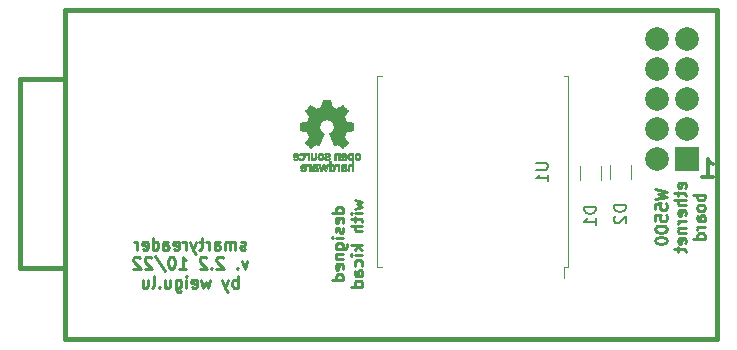
<source format=gbr>
%TF.GenerationSoftware,KiCad,Pcbnew,6.0.2+dfsg-1*%
%TF.CreationDate,2022-10-03T17:06:02+02:00*%
%TF.ProjectId,smartyreader_ng_lora,736d6172-7479-4726-9561-6465725f6e67,rev?*%
%TF.SameCoordinates,Original*%
%TF.FileFunction,Legend,Bot*%
%TF.FilePolarity,Positive*%
%FSLAX46Y46*%
G04 Gerber Fmt 4.6, Leading zero omitted, Abs format (unit mm)*
G04 Created by KiCad (PCBNEW 6.0.2+dfsg-1) date 2022-10-03 17:06:02*
%MOMM*%
%LPD*%
G01*
G04 APERTURE LIST*
%ADD10C,0.250000*%
%ADD11C,0.300000*%
%ADD12C,0.150000*%
%ADD13C,0.381000*%
%ADD14C,0.120000*%
%ADD15C,0.010000*%
%ADD16R,1.998980X1.998980*%
%ADD17C,1.998980*%
G04 APERTURE END LIST*
D10*
X116577476Y-125667761D02*
X116482238Y-125715380D01*
X116291761Y-125715380D01*
X116196523Y-125667761D01*
X116148904Y-125572523D01*
X116148904Y-125524904D01*
X116196523Y-125429666D01*
X116291761Y-125382047D01*
X116434619Y-125382047D01*
X116529857Y-125334428D01*
X116577476Y-125239190D01*
X116577476Y-125191571D01*
X116529857Y-125096333D01*
X116434619Y-125048714D01*
X116291761Y-125048714D01*
X116196523Y-125096333D01*
X115720333Y-125715380D02*
X115720333Y-125048714D01*
X115720333Y-125143952D02*
X115672714Y-125096333D01*
X115577476Y-125048714D01*
X115434619Y-125048714D01*
X115339380Y-125096333D01*
X115291761Y-125191571D01*
X115291761Y-125715380D01*
X115291761Y-125191571D02*
X115244142Y-125096333D01*
X115148904Y-125048714D01*
X115006047Y-125048714D01*
X114910809Y-125096333D01*
X114863190Y-125191571D01*
X114863190Y-125715380D01*
X113958428Y-125715380D02*
X113958428Y-125191571D01*
X114006047Y-125096333D01*
X114101285Y-125048714D01*
X114291761Y-125048714D01*
X114387000Y-125096333D01*
X113958428Y-125667761D02*
X114053666Y-125715380D01*
X114291761Y-125715380D01*
X114387000Y-125667761D01*
X114434619Y-125572523D01*
X114434619Y-125477285D01*
X114387000Y-125382047D01*
X114291761Y-125334428D01*
X114053666Y-125334428D01*
X113958428Y-125286809D01*
X113482238Y-125715380D02*
X113482238Y-125048714D01*
X113482238Y-125239190D02*
X113434619Y-125143952D01*
X113387000Y-125096333D01*
X113291761Y-125048714D01*
X113196523Y-125048714D01*
X113006047Y-125048714D02*
X112625095Y-125048714D01*
X112863190Y-124715380D02*
X112863190Y-125572523D01*
X112815571Y-125667761D01*
X112720333Y-125715380D01*
X112625095Y-125715380D01*
X112386999Y-125048714D02*
X112148904Y-125715380D01*
X111910809Y-125048714D02*
X112148904Y-125715380D01*
X112244142Y-125953476D01*
X112291761Y-126001095D01*
X112386999Y-126048714D01*
X111529857Y-125715380D02*
X111529857Y-125048714D01*
X111529857Y-125239190D02*
X111482238Y-125143952D01*
X111434619Y-125096333D01*
X111339380Y-125048714D01*
X111244142Y-125048714D01*
X110529857Y-125667761D02*
X110625095Y-125715380D01*
X110815571Y-125715380D01*
X110910809Y-125667761D01*
X110958428Y-125572523D01*
X110958428Y-125191571D01*
X110910809Y-125096333D01*
X110815571Y-125048714D01*
X110625095Y-125048714D01*
X110529857Y-125096333D01*
X110482238Y-125191571D01*
X110482238Y-125286809D01*
X110958428Y-125382047D01*
X109625095Y-125715380D02*
X109625095Y-125191571D01*
X109672714Y-125096333D01*
X109767952Y-125048714D01*
X109958428Y-125048714D01*
X110053666Y-125096333D01*
X109625095Y-125667761D02*
X109720333Y-125715380D01*
X109958428Y-125715380D01*
X110053666Y-125667761D01*
X110101285Y-125572523D01*
X110101285Y-125477285D01*
X110053666Y-125382047D01*
X109958428Y-125334428D01*
X109720333Y-125334428D01*
X109625095Y-125286809D01*
X108720333Y-125715380D02*
X108720333Y-124715380D01*
X108720333Y-125667761D02*
X108815571Y-125715380D01*
X109006047Y-125715380D01*
X109101285Y-125667761D01*
X109148904Y-125620142D01*
X109196523Y-125524904D01*
X109196523Y-125239190D01*
X109148904Y-125143952D01*
X109101285Y-125096333D01*
X109006047Y-125048714D01*
X108815571Y-125048714D01*
X108720333Y-125096333D01*
X107863190Y-125667761D02*
X107958428Y-125715380D01*
X108148904Y-125715380D01*
X108244142Y-125667761D01*
X108291761Y-125572523D01*
X108291761Y-125191571D01*
X108244142Y-125096333D01*
X108148904Y-125048714D01*
X107958428Y-125048714D01*
X107863190Y-125096333D01*
X107815571Y-125191571D01*
X107815571Y-125286809D01*
X108291761Y-125382047D01*
X107386999Y-125715380D02*
X107386999Y-125048714D01*
X107386999Y-125239190D02*
X107339380Y-125143952D01*
X107291761Y-125096333D01*
X107196523Y-125048714D01*
X107101285Y-125048714D01*
X116744142Y-126658714D02*
X116506047Y-127325380D01*
X116267952Y-126658714D01*
X115887000Y-127230142D02*
X115839380Y-127277761D01*
X115887000Y-127325380D01*
X115934619Y-127277761D01*
X115887000Y-127230142D01*
X115887000Y-127325380D01*
X114696523Y-126420619D02*
X114648904Y-126373000D01*
X114553666Y-126325380D01*
X114315571Y-126325380D01*
X114220333Y-126373000D01*
X114172714Y-126420619D01*
X114125095Y-126515857D01*
X114125095Y-126611095D01*
X114172714Y-126753952D01*
X114744142Y-127325380D01*
X114125095Y-127325380D01*
X113696523Y-127230142D02*
X113648904Y-127277761D01*
X113696523Y-127325380D01*
X113744142Y-127277761D01*
X113696523Y-127230142D01*
X113696523Y-127325380D01*
X113267952Y-126420619D02*
X113220333Y-126373000D01*
X113125095Y-126325380D01*
X112887000Y-126325380D01*
X112791761Y-126373000D01*
X112744142Y-126420619D01*
X112696523Y-126515857D01*
X112696523Y-126611095D01*
X112744142Y-126753952D01*
X113315571Y-127325380D01*
X112696523Y-127325380D01*
X110982238Y-127325380D02*
X111553666Y-127325380D01*
X111267952Y-127325380D02*
X111267952Y-126325380D01*
X111363190Y-126468238D01*
X111458428Y-126563476D01*
X111553666Y-126611095D01*
X110363190Y-126325380D02*
X110267952Y-126325380D01*
X110172714Y-126373000D01*
X110125095Y-126420619D01*
X110077476Y-126515857D01*
X110029857Y-126706333D01*
X110029857Y-126944428D01*
X110077476Y-127134904D01*
X110125095Y-127230142D01*
X110172714Y-127277761D01*
X110267952Y-127325380D01*
X110363190Y-127325380D01*
X110458428Y-127277761D01*
X110506047Y-127230142D01*
X110553666Y-127134904D01*
X110601285Y-126944428D01*
X110601285Y-126706333D01*
X110553666Y-126515857D01*
X110506047Y-126420619D01*
X110458428Y-126373000D01*
X110363190Y-126325380D01*
X108887000Y-126277761D02*
X109744142Y-127563476D01*
X108601285Y-126420619D02*
X108553666Y-126373000D01*
X108458428Y-126325380D01*
X108220333Y-126325380D01*
X108125095Y-126373000D01*
X108077476Y-126420619D01*
X108029857Y-126515857D01*
X108029857Y-126611095D01*
X108077476Y-126753952D01*
X108648904Y-127325380D01*
X108029857Y-127325380D01*
X107648904Y-126420619D02*
X107601285Y-126373000D01*
X107506047Y-126325380D01*
X107267952Y-126325380D01*
X107172714Y-126373000D01*
X107125095Y-126420619D01*
X107077476Y-126515857D01*
X107077476Y-126611095D01*
X107125095Y-126753952D01*
X107696523Y-127325380D01*
X107077476Y-127325380D01*
X115910809Y-128935380D02*
X115910809Y-127935380D01*
X115910809Y-128316333D02*
X115815571Y-128268714D01*
X115625095Y-128268714D01*
X115529857Y-128316333D01*
X115482238Y-128363952D01*
X115434619Y-128459190D01*
X115434619Y-128744904D01*
X115482238Y-128840142D01*
X115529857Y-128887761D01*
X115625095Y-128935380D01*
X115815571Y-128935380D01*
X115910809Y-128887761D01*
X115101285Y-128268714D02*
X114863190Y-128935380D01*
X114625095Y-128268714D02*
X114863190Y-128935380D01*
X114958428Y-129173476D01*
X115006047Y-129221095D01*
X115101285Y-129268714D01*
X113577476Y-128268714D02*
X113387000Y-128935380D01*
X113196523Y-128459190D01*
X113006047Y-128935380D01*
X112815571Y-128268714D01*
X112053666Y-128887761D02*
X112148904Y-128935380D01*
X112339380Y-128935380D01*
X112434619Y-128887761D01*
X112482238Y-128792523D01*
X112482238Y-128411571D01*
X112434619Y-128316333D01*
X112339380Y-128268714D01*
X112148904Y-128268714D01*
X112053666Y-128316333D01*
X112006047Y-128411571D01*
X112006047Y-128506809D01*
X112482238Y-128602047D01*
X111577476Y-128935380D02*
X111577476Y-128268714D01*
X111577476Y-127935380D02*
X111625095Y-127983000D01*
X111577476Y-128030619D01*
X111529857Y-127983000D01*
X111577476Y-127935380D01*
X111577476Y-128030619D01*
X110672714Y-128268714D02*
X110672714Y-129078238D01*
X110720333Y-129173476D01*
X110767952Y-129221095D01*
X110863190Y-129268714D01*
X111006047Y-129268714D01*
X111101285Y-129221095D01*
X110672714Y-128887761D02*
X110767952Y-128935380D01*
X110958428Y-128935380D01*
X111053666Y-128887761D01*
X111101285Y-128840142D01*
X111148904Y-128744904D01*
X111148904Y-128459190D01*
X111101285Y-128363952D01*
X111053666Y-128316333D01*
X110958428Y-128268714D01*
X110767952Y-128268714D01*
X110672714Y-128316333D01*
X109767952Y-128268714D02*
X109767952Y-128935380D01*
X110196523Y-128268714D02*
X110196523Y-128792523D01*
X110148904Y-128887761D01*
X110053666Y-128935380D01*
X109910809Y-128935380D01*
X109815571Y-128887761D01*
X109767952Y-128840142D01*
X109291761Y-128840142D02*
X109244142Y-128887761D01*
X109291761Y-128935380D01*
X109339380Y-128887761D01*
X109291761Y-128840142D01*
X109291761Y-128935380D01*
X108672714Y-128935380D02*
X108767952Y-128887761D01*
X108815571Y-128792523D01*
X108815571Y-127935380D01*
X107863190Y-128268714D02*
X107863190Y-128935380D01*
X108291761Y-128268714D02*
X108291761Y-128792523D01*
X108244142Y-128887761D01*
X108148904Y-128935380D01*
X108006047Y-128935380D01*
X107910809Y-128887761D01*
X107863190Y-128840142D01*
X124869380Y-122579142D02*
X123869380Y-122579142D01*
X124821761Y-122579142D02*
X124869380Y-122483904D01*
X124869380Y-122293428D01*
X124821761Y-122198190D01*
X124774142Y-122150571D01*
X124678904Y-122102952D01*
X124393190Y-122102952D01*
X124297952Y-122150571D01*
X124250333Y-122198190D01*
X124202714Y-122293428D01*
X124202714Y-122483904D01*
X124250333Y-122579142D01*
X124821761Y-123436285D02*
X124869380Y-123341047D01*
X124869380Y-123150571D01*
X124821761Y-123055333D01*
X124726523Y-123007714D01*
X124345571Y-123007714D01*
X124250333Y-123055333D01*
X124202714Y-123150571D01*
X124202714Y-123341047D01*
X124250333Y-123436285D01*
X124345571Y-123483904D01*
X124440809Y-123483904D01*
X124536047Y-123007714D01*
X124821761Y-123864857D02*
X124869380Y-123960095D01*
X124869380Y-124150571D01*
X124821761Y-124245809D01*
X124726523Y-124293428D01*
X124678904Y-124293428D01*
X124583666Y-124245809D01*
X124536047Y-124150571D01*
X124536047Y-124007714D01*
X124488428Y-123912476D01*
X124393190Y-123864857D01*
X124345571Y-123864857D01*
X124250333Y-123912476D01*
X124202714Y-124007714D01*
X124202714Y-124150571D01*
X124250333Y-124245809D01*
X124869380Y-124722000D02*
X124202714Y-124722000D01*
X123869380Y-124722000D02*
X123917000Y-124674380D01*
X123964619Y-124722000D01*
X123917000Y-124769619D01*
X123869380Y-124722000D01*
X123964619Y-124722000D01*
X124202714Y-125626761D02*
X125012238Y-125626761D01*
X125107476Y-125579142D01*
X125155095Y-125531523D01*
X125202714Y-125436285D01*
X125202714Y-125293428D01*
X125155095Y-125198190D01*
X124821761Y-125626761D02*
X124869380Y-125531523D01*
X124869380Y-125341047D01*
X124821761Y-125245809D01*
X124774142Y-125198190D01*
X124678904Y-125150571D01*
X124393190Y-125150571D01*
X124297952Y-125198190D01*
X124250333Y-125245809D01*
X124202714Y-125341047D01*
X124202714Y-125531523D01*
X124250333Y-125626761D01*
X124202714Y-126102952D02*
X124869380Y-126102952D01*
X124297952Y-126102952D02*
X124250333Y-126150571D01*
X124202714Y-126245809D01*
X124202714Y-126388666D01*
X124250333Y-126483904D01*
X124345571Y-126531523D01*
X124869380Y-126531523D01*
X124821761Y-127388666D02*
X124869380Y-127293428D01*
X124869380Y-127102952D01*
X124821761Y-127007714D01*
X124726523Y-126960095D01*
X124345571Y-126960095D01*
X124250333Y-127007714D01*
X124202714Y-127102952D01*
X124202714Y-127293428D01*
X124250333Y-127388666D01*
X124345571Y-127436285D01*
X124440809Y-127436285D01*
X124536047Y-126960095D01*
X124869380Y-128293428D02*
X123869380Y-128293428D01*
X124821761Y-128293428D02*
X124869380Y-128198190D01*
X124869380Y-128007714D01*
X124821761Y-127912476D01*
X124774142Y-127864857D01*
X124678904Y-127817238D01*
X124393190Y-127817238D01*
X124297952Y-127864857D01*
X124250333Y-127912476D01*
X124202714Y-128007714D01*
X124202714Y-128198190D01*
X124250333Y-128293428D01*
X125812714Y-121507714D02*
X126479380Y-121698190D01*
X126003190Y-121888666D01*
X126479380Y-122079142D01*
X125812714Y-122269619D01*
X126479380Y-122650571D02*
X125812714Y-122650571D01*
X125479380Y-122650571D02*
X125527000Y-122602952D01*
X125574619Y-122650571D01*
X125527000Y-122698190D01*
X125479380Y-122650571D01*
X125574619Y-122650571D01*
X125812714Y-122983904D02*
X125812714Y-123364857D01*
X125479380Y-123126761D02*
X126336523Y-123126761D01*
X126431761Y-123174380D01*
X126479380Y-123269619D01*
X126479380Y-123364857D01*
X126479380Y-123698190D02*
X125479380Y-123698190D01*
X126479380Y-124126761D02*
X125955571Y-124126761D01*
X125860333Y-124079142D01*
X125812714Y-123983904D01*
X125812714Y-123841047D01*
X125860333Y-123745809D01*
X125907952Y-123698190D01*
X126479380Y-125364857D02*
X125479380Y-125364857D01*
X126098428Y-125460095D02*
X126479380Y-125745809D01*
X125812714Y-125745809D02*
X126193666Y-125364857D01*
X126479380Y-126174380D02*
X125812714Y-126174380D01*
X125479380Y-126174380D02*
X125527000Y-126126761D01*
X125574619Y-126174380D01*
X125527000Y-126222000D01*
X125479380Y-126174380D01*
X125574619Y-126174380D01*
X126431761Y-127079142D02*
X126479380Y-126983904D01*
X126479380Y-126793428D01*
X126431761Y-126698190D01*
X126384142Y-126650571D01*
X126288904Y-126602952D01*
X126003190Y-126602952D01*
X125907952Y-126650571D01*
X125860333Y-126698190D01*
X125812714Y-126793428D01*
X125812714Y-126983904D01*
X125860333Y-127079142D01*
X126479380Y-127936285D02*
X125955571Y-127936285D01*
X125860333Y-127888666D01*
X125812714Y-127793428D01*
X125812714Y-127602952D01*
X125860333Y-127507714D01*
X126431761Y-127936285D02*
X126479380Y-127841047D01*
X126479380Y-127602952D01*
X126431761Y-127507714D01*
X126336523Y-127460095D01*
X126241285Y-127460095D01*
X126146047Y-127507714D01*
X126098428Y-127602952D01*
X126098428Y-127841047D01*
X126050809Y-127936285D01*
X126479380Y-128841047D02*
X125479380Y-128841047D01*
X126431761Y-128841047D02*
X126479380Y-128745809D01*
X126479380Y-128555333D01*
X126431761Y-128460095D01*
X126384142Y-128412476D01*
X126288904Y-128364857D01*
X126003190Y-128364857D01*
X125907952Y-128412476D01*
X125860333Y-128460095D01*
X125812714Y-128555333D01*
X125812714Y-128745809D01*
X125860333Y-128841047D01*
X151258380Y-120602666D02*
X152258380Y-120840761D01*
X151544095Y-121031238D01*
X152258380Y-121221714D01*
X151258380Y-121459809D01*
X151258380Y-122316952D02*
X151258380Y-121840761D01*
X151734571Y-121793142D01*
X151686952Y-121840761D01*
X151639333Y-121936000D01*
X151639333Y-122174095D01*
X151686952Y-122269333D01*
X151734571Y-122316952D01*
X151829809Y-122364571D01*
X152067904Y-122364571D01*
X152163142Y-122316952D01*
X152210761Y-122269333D01*
X152258380Y-122174095D01*
X152258380Y-121936000D01*
X152210761Y-121840761D01*
X152163142Y-121793142D01*
X151258380Y-123269333D02*
X151258380Y-122793142D01*
X151734571Y-122745523D01*
X151686952Y-122793142D01*
X151639333Y-122888380D01*
X151639333Y-123126476D01*
X151686952Y-123221714D01*
X151734571Y-123269333D01*
X151829809Y-123316952D01*
X152067904Y-123316952D01*
X152163142Y-123269333D01*
X152210761Y-123221714D01*
X152258380Y-123126476D01*
X152258380Y-122888380D01*
X152210761Y-122793142D01*
X152163142Y-122745523D01*
X151258380Y-123936000D02*
X151258380Y-124031238D01*
X151306000Y-124126476D01*
X151353619Y-124174095D01*
X151448857Y-124221714D01*
X151639333Y-124269333D01*
X151877428Y-124269333D01*
X152067904Y-124221714D01*
X152163142Y-124174095D01*
X152210761Y-124126476D01*
X152258380Y-124031238D01*
X152258380Y-123936000D01*
X152210761Y-123840761D01*
X152163142Y-123793142D01*
X152067904Y-123745523D01*
X151877428Y-123697904D01*
X151639333Y-123697904D01*
X151448857Y-123745523D01*
X151353619Y-123793142D01*
X151306000Y-123840761D01*
X151258380Y-123936000D01*
X151258380Y-124888380D02*
X151258380Y-124983619D01*
X151306000Y-125078857D01*
X151353619Y-125126476D01*
X151448857Y-125174095D01*
X151639333Y-125221714D01*
X151877428Y-125221714D01*
X152067904Y-125174095D01*
X152163142Y-125126476D01*
X152210761Y-125078857D01*
X152258380Y-124983619D01*
X152258380Y-124888380D01*
X152210761Y-124793142D01*
X152163142Y-124745523D01*
X152067904Y-124697904D01*
X151877428Y-124650285D01*
X151639333Y-124650285D01*
X151448857Y-124697904D01*
X151353619Y-124745523D01*
X151306000Y-124793142D01*
X151258380Y-124888380D01*
X153820761Y-120483619D02*
X153868380Y-120388380D01*
X153868380Y-120197904D01*
X153820761Y-120102666D01*
X153725523Y-120055047D01*
X153344571Y-120055047D01*
X153249333Y-120102666D01*
X153201714Y-120197904D01*
X153201714Y-120388380D01*
X153249333Y-120483619D01*
X153344571Y-120531238D01*
X153439809Y-120531238D01*
X153535047Y-120055047D01*
X153201714Y-120816952D02*
X153201714Y-121197904D01*
X152868380Y-120959809D02*
X153725523Y-120959809D01*
X153820761Y-121007428D01*
X153868380Y-121102666D01*
X153868380Y-121197904D01*
X153868380Y-121531238D02*
X152868380Y-121531238D01*
X153868380Y-121959809D02*
X153344571Y-121959809D01*
X153249333Y-121912190D01*
X153201714Y-121816952D01*
X153201714Y-121674095D01*
X153249333Y-121578857D01*
X153296952Y-121531238D01*
X153820761Y-122816952D02*
X153868380Y-122721714D01*
X153868380Y-122531238D01*
X153820761Y-122436000D01*
X153725523Y-122388380D01*
X153344571Y-122388380D01*
X153249333Y-122436000D01*
X153201714Y-122531238D01*
X153201714Y-122721714D01*
X153249333Y-122816952D01*
X153344571Y-122864571D01*
X153439809Y-122864571D01*
X153535047Y-122388380D01*
X153868380Y-123293142D02*
X153201714Y-123293142D01*
X153392190Y-123293142D02*
X153296952Y-123340761D01*
X153249333Y-123388380D01*
X153201714Y-123483619D01*
X153201714Y-123578857D01*
X153201714Y-123912190D02*
X153868380Y-123912190D01*
X153296952Y-123912190D02*
X153249333Y-123959809D01*
X153201714Y-124055047D01*
X153201714Y-124197904D01*
X153249333Y-124293142D01*
X153344571Y-124340761D01*
X153868380Y-124340761D01*
X153820761Y-125197904D02*
X153868380Y-125102666D01*
X153868380Y-124912190D01*
X153820761Y-124816952D01*
X153725523Y-124769333D01*
X153344571Y-124769333D01*
X153249333Y-124816952D01*
X153201714Y-124912190D01*
X153201714Y-125102666D01*
X153249333Y-125197904D01*
X153344571Y-125245523D01*
X153439809Y-125245523D01*
X153535047Y-124769333D01*
X153201714Y-125531238D02*
X153201714Y-125912190D01*
X152868380Y-125674095D02*
X153725523Y-125674095D01*
X153820761Y-125721714D01*
X153868380Y-125816952D01*
X153868380Y-125912190D01*
X155478380Y-121055047D02*
X154478380Y-121055047D01*
X154859333Y-121055047D02*
X154811714Y-121150285D01*
X154811714Y-121340761D01*
X154859333Y-121436000D01*
X154906952Y-121483619D01*
X155002190Y-121531238D01*
X155287904Y-121531238D01*
X155383142Y-121483619D01*
X155430761Y-121436000D01*
X155478380Y-121340761D01*
X155478380Y-121150285D01*
X155430761Y-121055047D01*
X155478380Y-122102666D02*
X155430761Y-122007428D01*
X155383142Y-121959809D01*
X155287904Y-121912190D01*
X155002190Y-121912190D01*
X154906952Y-121959809D01*
X154859333Y-122007428D01*
X154811714Y-122102666D01*
X154811714Y-122245523D01*
X154859333Y-122340761D01*
X154906952Y-122388380D01*
X155002190Y-122436000D01*
X155287904Y-122436000D01*
X155383142Y-122388380D01*
X155430761Y-122340761D01*
X155478380Y-122245523D01*
X155478380Y-122102666D01*
X155478380Y-123293142D02*
X154954571Y-123293142D01*
X154859333Y-123245523D01*
X154811714Y-123150285D01*
X154811714Y-122959809D01*
X154859333Y-122864571D01*
X155430761Y-123293142D02*
X155478380Y-123197904D01*
X155478380Y-122959809D01*
X155430761Y-122864571D01*
X155335523Y-122816952D01*
X155240285Y-122816952D01*
X155145047Y-122864571D01*
X155097428Y-122959809D01*
X155097428Y-123197904D01*
X155049809Y-123293142D01*
X155478380Y-123769333D02*
X154811714Y-123769333D01*
X155002190Y-123769333D02*
X154906952Y-123816952D01*
X154859333Y-123864571D01*
X154811714Y-123959809D01*
X154811714Y-124055047D01*
X155478380Y-124816952D02*
X154478380Y-124816952D01*
X155430761Y-124816952D02*
X155478380Y-124721714D01*
X155478380Y-124531238D01*
X155430761Y-124436000D01*
X155383142Y-124388380D01*
X155287904Y-124340761D01*
X155002190Y-124340761D01*
X154906952Y-124388380D01*
X154859333Y-124436000D01*
X154811714Y-124531238D01*
X154811714Y-124721714D01*
X154859333Y-124816952D01*
D11*
X155273428Y-119550571D02*
X156130571Y-119550571D01*
X155702000Y-119550571D02*
X155702000Y-118050571D01*
X155844857Y-118264857D01*
X155987714Y-118407714D01*
X156130571Y-118479142D01*
D12*
%TO.C,U1*%
X141184380Y-118364095D02*
X141993904Y-118364095D01*
X142089142Y-118411714D01*
X142136761Y-118459333D01*
X142184380Y-118554571D01*
X142184380Y-118745047D01*
X142136761Y-118840285D01*
X142089142Y-118887904D01*
X141993904Y-118935523D01*
X141184380Y-118935523D01*
X142184380Y-119935523D02*
X142184380Y-119364095D01*
X142184380Y-119649809D02*
X141184380Y-119649809D01*
X141327238Y-119554571D01*
X141422476Y-119459333D01*
X141470095Y-119364095D01*
%TO.C,D1*%
X146248380Y-122103904D02*
X145248380Y-122103904D01*
X145248380Y-122342000D01*
X145296000Y-122484857D01*
X145391238Y-122580095D01*
X145486476Y-122627714D01*
X145676952Y-122675333D01*
X145819809Y-122675333D01*
X146010285Y-122627714D01*
X146105523Y-122580095D01*
X146200761Y-122484857D01*
X146248380Y-122342000D01*
X146248380Y-122103904D01*
X146248380Y-123627714D02*
X146248380Y-123056285D01*
X146248380Y-123342000D02*
X145248380Y-123342000D01*
X145391238Y-123246761D01*
X145486476Y-123151523D01*
X145534095Y-123056285D01*
%TO.C,D2*%
X148788380Y-121943904D02*
X147788380Y-121943904D01*
X147788380Y-122182000D01*
X147836000Y-122324857D01*
X147931238Y-122420095D01*
X148026476Y-122467714D01*
X148216952Y-122515333D01*
X148359809Y-122515333D01*
X148550285Y-122467714D01*
X148645523Y-122420095D01*
X148740761Y-122324857D01*
X148788380Y-122182000D01*
X148788380Y-121943904D01*
X147883619Y-122896285D02*
X147836000Y-122943904D01*
X147788380Y-123039142D01*
X147788380Y-123277238D01*
X147836000Y-123372476D01*
X147883619Y-123420095D01*
X147978857Y-123467714D01*
X148074095Y-123467714D01*
X148216952Y-123420095D01*
X148788380Y-122848666D01*
X148788380Y-123467714D01*
D13*
%TO.C,J3*%
X97472500Y-127288500D02*
X101287500Y-127288500D01*
X101282500Y-133317500D02*
X101282500Y-105442500D01*
X156487500Y-105442500D02*
X101487500Y-105442500D01*
X97487500Y-111287500D02*
X97487500Y-127287500D01*
X156487500Y-133317500D02*
X101487500Y-133317500D01*
X156527500Y-133317500D02*
X156527500Y-105442500D01*
X97472500Y-111286500D02*
X101287500Y-111286500D01*
D14*
%TO.C,U1*%
X143910000Y-111026000D02*
X143510000Y-111026000D01*
X128110000Y-127226000D02*
X127710000Y-127226000D01*
X143560000Y-127226000D02*
X143560000Y-128126000D01*
X143910000Y-127226000D02*
X143910000Y-111026000D01*
X143910000Y-127226000D02*
X143560000Y-127226000D01*
X127710000Y-127226000D02*
X127710000Y-111026000D01*
X127710000Y-111026000D02*
X128110000Y-111026000D01*
%TO.C,D1*%
X144916000Y-118606000D02*
X144916000Y-119806000D01*
X146676000Y-119806000D02*
X146676000Y-118606000D01*
%TO.C,D2*%
X149216000Y-119726000D02*
X149216000Y-118526000D01*
X147456000Y-118526000D02*
X147456000Y-119726000D01*
D15*
%TO.C,LOGO?1*%
X123645188Y-119095822D02*
X123714346Y-119095822D01*
X123714346Y-119095822D02*
X123754488Y-119094645D01*
X123754488Y-119094645D02*
X123775394Y-119089772D01*
X123775394Y-119089772D02*
X123782922Y-119079186D01*
X123782922Y-119079186D02*
X123783505Y-119072029D01*
X123783505Y-119072029D02*
X123784774Y-119057676D01*
X123784774Y-119057676D02*
X123792779Y-119054923D01*
X123792779Y-119054923D02*
X123813815Y-119063771D01*
X123813815Y-119063771D02*
X123830173Y-119072029D01*
X123830173Y-119072029D02*
X123892977Y-119091597D01*
X123892977Y-119091597D02*
X123961248Y-119092729D01*
X123961248Y-119092729D02*
X124016752Y-119078135D01*
X124016752Y-119078135D02*
X124068438Y-119042877D01*
X124068438Y-119042877D02*
X124107838Y-118990835D01*
X124107838Y-118990835D02*
X124129413Y-118929450D01*
X124129413Y-118929450D02*
X124129962Y-118926018D01*
X124129962Y-118926018D02*
X124133167Y-118888571D01*
X124133167Y-118888571D02*
X124134761Y-118834813D01*
X124134761Y-118834813D02*
X124134633Y-118794155D01*
X124134633Y-118794155D02*
X123997279Y-118794155D01*
X123997279Y-118794155D02*
X123994097Y-118848194D01*
X123994097Y-118848194D02*
X123986859Y-118892735D01*
X123986859Y-118892735D02*
X123977060Y-118917888D01*
X123977060Y-118917888D02*
X123939989Y-118952260D01*
X123939989Y-118952260D02*
X123895974Y-118964582D01*
X123895974Y-118964582D02*
X123850584Y-118954618D01*
X123850584Y-118954618D02*
X123811797Y-118924895D01*
X123811797Y-118924895D02*
X123797108Y-118904905D01*
X123797108Y-118904905D02*
X123788519Y-118881050D01*
X123788519Y-118881050D02*
X123784496Y-118846230D01*
X123784496Y-118846230D02*
X123783505Y-118793930D01*
X123783505Y-118793930D02*
X123785278Y-118742139D01*
X123785278Y-118742139D02*
X123789963Y-118696634D01*
X123789963Y-118696634D02*
X123796603Y-118666181D01*
X123796603Y-118666181D02*
X123797710Y-118663452D01*
X123797710Y-118663452D02*
X123824491Y-118631000D01*
X123824491Y-118631000D02*
X123863579Y-118613183D01*
X123863579Y-118613183D02*
X123907315Y-118610306D01*
X123907315Y-118610306D02*
X123948038Y-118622674D01*
X123948038Y-118622674D02*
X123978087Y-118650593D01*
X123978087Y-118650593D02*
X123981204Y-118656148D01*
X123981204Y-118656148D02*
X123990961Y-118690022D01*
X123990961Y-118690022D02*
X123996277Y-118738728D01*
X123996277Y-118738728D02*
X123997279Y-118794155D01*
X123997279Y-118794155D02*
X124134633Y-118794155D01*
X124134633Y-118794155D02*
X124134568Y-118773540D01*
X124134568Y-118773540D02*
X124133664Y-118740563D01*
X124133664Y-118740563D02*
X124127514Y-118658981D01*
X124127514Y-118658981D02*
X124114733Y-118597730D01*
X124114733Y-118597730D02*
X124093471Y-118552449D01*
X124093471Y-118552449D02*
X124061878Y-118518779D01*
X124061878Y-118518779D02*
X124031207Y-118499014D01*
X124031207Y-118499014D02*
X123988354Y-118485120D01*
X123988354Y-118485120D02*
X123935056Y-118480354D01*
X123935056Y-118480354D02*
X123880480Y-118484236D01*
X123880480Y-118484236D02*
X123833792Y-118496282D01*
X123833792Y-118496282D02*
X123809124Y-118510693D01*
X123809124Y-118510693D02*
X123783505Y-118533878D01*
X123783505Y-118533878D02*
X123783505Y-118240773D01*
X123783505Y-118240773D02*
X123645188Y-118240773D01*
X123645188Y-118240773D02*
X123645188Y-119095822D01*
X123645188Y-119095822D02*
X123645188Y-119095822D01*
G36*
X124133167Y-118888571D02*
G01*
X124129962Y-118926018D01*
X124129413Y-118929450D01*
X124107838Y-118990835D01*
X124068438Y-119042877D01*
X124016752Y-119078135D01*
X123961248Y-119092729D01*
X123892977Y-119091597D01*
X123830173Y-119072029D01*
X123813815Y-119063771D01*
X123792779Y-119054923D01*
X123784774Y-119057676D01*
X123783505Y-119072029D01*
X123782922Y-119079186D01*
X123775394Y-119089772D01*
X123754488Y-119094645D01*
X123714346Y-119095822D01*
X123645188Y-119095822D01*
X123645188Y-118793930D01*
X123783505Y-118793930D01*
X123784496Y-118846230D01*
X123788519Y-118881050D01*
X123797108Y-118904905D01*
X123811797Y-118924895D01*
X123850584Y-118954618D01*
X123895974Y-118964582D01*
X123939989Y-118952260D01*
X123977060Y-118917888D01*
X123986859Y-118892735D01*
X123994097Y-118848194D01*
X123997279Y-118794155D01*
X123996277Y-118738728D01*
X123990961Y-118690022D01*
X123981204Y-118656148D01*
X123978087Y-118650593D01*
X123948038Y-118622674D01*
X123907315Y-118610306D01*
X123863579Y-118613183D01*
X123824491Y-118631000D01*
X123797710Y-118663452D01*
X123796603Y-118666181D01*
X123789963Y-118696634D01*
X123785278Y-118742139D01*
X123783505Y-118793930D01*
X123645188Y-118793930D01*
X123645188Y-118240773D01*
X123783505Y-118240773D01*
X123783505Y-118533878D01*
X123809124Y-118510693D01*
X123833792Y-118496282D01*
X123880480Y-118484236D01*
X123935056Y-118480354D01*
X123988354Y-118485120D01*
X124031207Y-118499014D01*
X124061878Y-118518779D01*
X124093471Y-118552449D01*
X124114733Y-118597730D01*
X124127514Y-118658981D01*
X124133664Y-118740563D01*
X124134568Y-118773540D01*
X124134633Y-118794155D01*
X124134761Y-118834813D01*
X124133167Y-118888571D01*
G37*
X124133167Y-118888571D02*
X124129962Y-118926018D01*
X124129413Y-118929450D01*
X124107838Y-118990835D01*
X124068438Y-119042877D01*
X124016752Y-119078135D01*
X123961248Y-119092729D01*
X123892977Y-119091597D01*
X123830173Y-119072029D01*
X123813815Y-119063771D01*
X123792779Y-119054923D01*
X123784774Y-119057676D01*
X123783505Y-119072029D01*
X123782922Y-119079186D01*
X123775394Y-119089772D01*
X123754488Y-119094645D01*
X123714346Y-119095822D01*
X123645188Y-119095822D01*
X123645188Y-118793930D01*
X123783505Y-118793930D01*
X123784496Y-118846230D01*
X123788519Y-118881050D01*
X123797108Y-118904905D01*
X123811797Y-118924895D01*
X123850584Y-118954618D01*
X123895974Y-118964582D01*
X123939989Y-118952260D01*
X123977060Y-118917888D01*
X123986859Y-118892735D01*
X123994097Y-118848194D01*
X123997279Y-118794155D01*
X123996277Y-118738728D01*
X123990961Y-118690022D01*
X123981204Y-118656148D01*
X123978087Y-118650593D01*
X123948038Y-118622674D01*
X123907315Y-118610306D01*
X123863579Y-118613183D01*
X123824491Y-118631000D01*
X123797710Y-118663452D01*
X123796603Y-118666181D01*
X123789963Y-118696634D01*
X123785278Y-118742139D01*
X123783505Y-118793930D01*
X123645188Y-118793930D01*
X123645188Y-118240773D01*
X123783505Y-118240773D01*
X123783505Y-118533878D01*
X123809124Y-118510693D01*
X123833792Y-118496282D01*
X123880480Y-118484236D01*
X123935056Y-118480354D01*
X123988354Y-118485120D01*
X124031207Y-118499014D01*
X124061878Y-118518779D01*
X124093471Y-118552449D01*
X124114733Y-118597730D01*
X124127514Y-118658981D01*
X124133664Y-118740563D01*
X124134568Y-118773540D01*
X124134633Y-118794155D01*
X124134761Y-118834813D01*
X124133167Y-118888571D01*
X124828210Y-118484555D02*
X124769055Y-118500339D01*
X124769055Y-118500339D02*
X124724023Y-118528948D01*
X124724023Y-118528948D02*
X124692246Y-118566419D01*
X124692246Y-118566419D02*
X124682366Y-118582411D01*
X124682366Y-118582411D02*
X124675073Y-118599163D01*
X124675073Y-118599163D02*
X124669974Y-118620592D01*
X124669974Y-118620592D02*
X124666679Y-118650616D01*
X124666679Y-118650616D02*
X124664797Y-118693154D01*
X124664797Y-118693154D02*
X124663937Y-118752122D01*
X124663937Y-118752122D02*
X124663707Y-118831440D01*
X124663707Y-118831440D02*
X124663703Y-118852484D01*
X124663703Y-118852484D02*
X124663703Y-119095822D01*
X124663703Y-119095822D02*
X124724059Y-119095822D01*
X124724059Y-119095822D02*
X124762557Y-119093126D01*
X124762557Y-119093126D02*
X124791023Y-119086295D01*
X124791023Y-119086295D02*
X124798155Y-119082083D01*
X124798155Y-119082083D02*
X124817652Y-119074813D01*
X124817652Y-119074813D02*
X124837566Y-119082083D01*
X124837566Y-119082083D02*
X124870353Y-119091160D01*
X124870353Y-119091160D02*
X124917978Y-119094813D01*
X124917978Y-119094813D02*
X124970764Y-119093228D01*
X124970764Y-119093228D02*
X125019036Y-119086589D01*
X125019036Y-119086589D02*
X125047218Y-119078072D01*
X125047218Y-119078072D02*
X125101753Y-119043063D01*
X125101753Y-119043063D02*
X125135835Y-118994479D01*
X125135835Y-118994479D02*
X125151157Y-118929882D01*
X125151157Y-118929882D02*
X125151299Y-118928223D01*
X125151299Y-118928223D02*
X125149955Y-118899566D01*
X125149955Y-118899566D02*
X125028356Y-118899566D01*
X125028356Y-118899566D02*
X125017726Y-118932161D01*
X125017726Y-118932161D02*
X125000410Y-118950505D01*
X125000410Y-118950505D02*
X124965652Y-118964379D01*
X124965652Y-118964379D02*
X124919773Y-118969917D01*
X124919773Y-118969917D02*
X124872988Y-118967191D01*
X124872988Y-118967191D02*
X124835514Y-118956274D01*
X124835514Y-118956274D02*
X124825015Y-118949269D01*
X124825015Y-118949269D02*
X124806668Y-118916904D01*
X124806668Y-118916904D02*
X124802020Y-118880111D01*
X124802020Y-118880111D02*
X124802020Y-118831763D01*
X124802020Y-118831763D02*
X124871582Y-118831763D01*
X124871582Y-118831763D02*
X124937667Y-118836850D01*
X124937667Y-118836850D02*
X124987764Y-118851263D01*
X124987764Y-118851263D02*
X125018929Y-118873729D01*
X125018929Y-118873729D02*
X125028356Y-118899566D01*
X125028356Y-118899566D02*
X125149955Y-118899566D01*
X125149955Y-118899566D02*
X125147987Y-118857647D01*
X125147987Y-118857647D02*
X125124710Y-118801845D01*
X125124710Y-118801845D02*
X125080948Y-118759647D01*
X125080948Y-118759647D02*
X125074899Y-118755808D01*
X125074899Y-118755808D02*
X125048907Y-118743309D01*
X125048907Y-118743309D02*
X125016735Y-118735740D01*
X125016735Y-118735740D02*
X124971760Y-118732061D01*
X124971760Y-118732061D02*
X124918331Y-118731216D01*
X124918331Y-118731216D02*
X124802020Y-118731169D01*
X124802020Y-118731169D02*
X124802020Y-118682411D01*
X124802020Y-118682411D02*
X124806953Y-118644581D01*
X124806953Y-118644581D02*
X124819543Y-118619236D01*
X124819543Y-118619236D02*
X124821017Y-118617887D01*
X124821017Y-118617887D02*
X124849034Y-118606800D01*
X124849034Y-118606800D02*
X124891326Y-118602503D01*
X124891326Y-118602503D02*
X124938064Y-118604615D01*
X124938064Y-118604615D02*
X124979418Y-118612756D01*
X124979418Y-118612756D02*
X125003957Y-118624965D01*
X125003957Y-118624965D02*
X125017253Y-118634746D01*
X125017253Y-118634746D02*
X125031294Y-118636613D01*
X125031294Y-118636613D02*
X125050671Y-118628600D01*
X125050671Y-118628600D02*
X125079976Y-118608739D01*
X125079976Y-118608739D02*
X125123803Y-118575063D01*
X125123803Y-118575063D02*
X125127825Y-118571909D01*
X125127825Y-118571909D02*
X125125764Y-118560236D01*
X125125764Y-118560236D02*
X125108568Y-118540822D01*
X125108568Y-118540822D02*
X125082433Y-118519248D01*
X125082433Y-118519248D02*
X125053552Y-118501096D01*
X125053552Y-118501096D02*
X125044478Y-118496809D01*
X125044478Y-118496809D02*
X125011380Y-118488256D01*
X125011380Y-118488256D02*
X124962880Y-118482155D01*
X124962880Y-118482155D02*
X124908695Y-118479708D01*
X124908695Y-118479708D02*
X124906161Y-118479703D01*
X124906161Y-118479703D02*
X124828210Y-118484555D01*
X124828210Y-118484555D02*
X124828210Y-118484555D01*
G36*
X125151157Y-118929882D02*
G01*
X125135835Y-118994479D01*
X125101753Y-119043063D01*
X125047218Y-119078072D01*
X125019036Y-119086589D01*
X124970764Y-119093228D01*
X124917978Y-119094813D01*
X124870353Y-119091160D01*
X124837566Y-119082083D01*
X124817652Y-119074813D01*
X124798155Y-119082083D01*
X124791023Y-119086295D01*
X124762557Y-119093126D01*
X124724059Y-119095822D01*
X124663703Y-119095822D01*
X124663703Y-118880111D01*
X124802020Y-118880111D01*
X124806668Y-118916904D01*
X124825015Y-118949269D01*
X124835514Y-118956274D01*
X124872988Y-118967191D01*
X124919773Y-118969917D01*
X124965652Y-118964379D01*
X125000410Y-118950505D01*
X125017726Y-118932161D01*
X125028356Y-118899566D01*
X125018929Y-118873729D01*
X124987764Y-118851263D01*
X124937667Y-118836850D01*
X124871582Y-118831763D01*
X124802020Y-118831763D01*
X124802020Y-118880111D01*
X124663703Y-118880111D01*
X124663703Y-118852484D01*
X124663707Y-118831440D01*
X124663937Y-118752122D01*
X124664797Y-118693154D01*
X124666679Y-118650616D01*
X124669974Y-118620592D01*
X124675073Y-118599163D01*
X124682366Y-118582411D01*
X124692246Y-118566419D01*
X124724023Y-118528948D01*
X124769055Y-118500339D01*
X124828210Y-118484555D01*
X124906161Y-118479703D01*
X124908695Y-118479708D01*
X124962880Y-118482155D01*
X125011380Y-118488256D01*
X125044478Y-118496809D01*
X125053552Y-118501096D01*
X125082433Y-118519248D01*
X125108568Y-118540822D01*
X125125764Y-118560236D01*
X125127825Y-118571909D01*
X125123803Y-118575063D01*
X125079976Y-118608739D01*
X125050671Y-118628600D01*
X125031294Y-118636613D01*
X125017253Y-118634746D01*
X125003957Y-118624965D01*
X124979418Y-118612756D01*
X124938064Y-118604615D01*
X124891326Y-118602503D01*
X124849034Y-118606800D01*
X124821017Y-118617887D01*
X124819543Y-118619236D01*
X124806953Y-118644581D01*
X124802020Y-118682411D01*
X124802020Y-118731169D01*
X124918331Y-118731216D01*
X124971760Y-118732061D01*
X125016735Y-118735740D01*
X125048907Y-118743309D01*
X125074899Y-118755808D01*
X125080948Y-118759647D01*
X125124710Y-118801845D01*
X125147987Y-118857647D01*
X125149955Y-118899566D01*
X125151299Y-118928223D01*
X125151157Y-118929882D01*
G37*
X125151157Y-118929882D02*
X125135835Y-118994479D01*
X125101753Y-119043063D01*
X125047218Y-119078072D01*
X125019036Y-119086589D01*
X124970764Y-119093228D01*
X124917978Y-119094813D01*
X124870353Y-119091160D01*
X124837566Y-119082083D01*
X124817652Y-119074813D01*
X124798155Y-119082083D01*
X124791023Y-119086295D01*
X124762557Y-119093126D01*
X124724059Y-119095822D01*
X124663703Y-119095822D01*
X124663703Y-118880111D01*
X124802020Y-118880111D01*
X124806668Y-118916904D01*
X124825015Y-118949269D01*
X124835514Y-118956274D01*
X124872988Y-118967191D01*
X124919773Y-118969917D01*
X124965652Y-118964379D01*
X125000410Y-118950505D01*
X125017726Y-118932161D01*
X125028356Y-118899566D01*
X125018929Y-118873729D01*
X124987764Y-118851263D01*
X124937667Y-118836850D01*
X124871582Y-118831763D01*
X124802020Y-118831763D01*
X124802020Y-118880111D01*
X124663703Y-118880111D01*
X124663703Y-118852484D01*
X124663707Y-118831440D01*
X124663937Y-118752122D01*
X124664797Y-118693154D01*
X124666679Y-118650616D01*
X124669974Y-118620592D01*
X124675073Y-118599163D01*
X124682366Y-118582411D01*
X124692246Y-118566419D01*
X124724023Y-118528948D01*
X124769055Y-118500339D01*
X124828210Y-118484555D01*
X124906161Y-118479703D01*
X124908695Y-118479708D01*
X124962880Y-118482155D01*
X125011380Y-118488256D01*
X125044478Y-118496809D01*
X125053552Y-118501096D01*
X125082433Y-118519248D01*
X125108568Y-118540822D01*
X125125764Y-118560236D01*
X125127825Y-118571909D01*
X125123803Y-118575063D01*
X125079976Y-118608739D01*
X125050671Y-118628600D01*
X125031294Y-118636613D01*
X125017253Y-118634746D01*
X125003957Y-118624965D01*
X124979418Y-118612756D01*
X124938064Y-118604615D01*
X124891326Y-118602503D01*
X124849034Y-118606800D01*
X124821017Y-118617887D01*
X124819543Y-118619236D01*
X124806953Y-118644581D01*
X124802020Y-118682411D01*
X124802020Y-118731169D01*
X124918331Y-118731216D01*
X124971760Y-118732061D01*
X125016735Y-118735740D01*
X125048907Y-118743309D01*
X125074899Y-118755808D01*
X125080948Y-118759647D01*
X125124710Y-118801845D01*
X125147987Y-118857647D01*
X125149955Y-118899566D01*
X125151299Y-118928223D01*
X125151157Y-118929882D01*
X124198012Y-117547002D02*
X124166717Y-117561950D01*
X124166717Y-117561950D02*
X124136409Y-117583541D01*
X124136409Y-117583541D02*
X124113318Y-117608391D01*
X124113318Y-117608391D02*
X124096500Y-117640087D01*
X124096500Y-117640087D02*
X124085006Y-117682214D01*
X124085006Y-117682214D02*
X124077891Y-117738358D01*
X124077891Y-117738358D02*
X124074207Y-117812106D01*
X124074207Y-117812106D02*
X124073008Y-117907044D01*
X124073008Y-117907044D02*
X124072989Y-117916985D01*
X124072989Y-117916985D02*
X124072713Y-118140179D01*
X124072713Y-118140179D02*
X124211030Y-118140179D01*
X124211030Y-118140179D02*
X124211030Y-117934418D01*
X124211030Y-117934418D02*
X124211128Y-117858189D01*
X124211128Y-117858189D02*
X124211809Y-117802939D01*
X124211809Y-117802939D02*
X124213651Y-117764501D01*
X124213651Y-117764501D02*
X124217233Y-117738706D01*
X124217233Y-117738706D02*
X124223132Y-117721384D01*
X124223132Y-117721384D02*
X124231927Y-117708368D01*
X124231927Y-117708368D02*
X124244180Y-117695507D01*
X124244180Y-117695507D02*
X124287047Y-117667873D01*
X124287047Y-117667873D02*
X124333843Y-117662745D01*
X124333843Y-117662745D02*
X124378424Y-117680217D01*
X124378424Y-117680217D02*
X124393928Y-117693221D01*
X124393928Y-117693221D02*
X124405310Y-117705447D01*
X124405310Y-117705447D02*
X124413481Y-117718540D01*
X124413481Y-117718540D02*
X124418974Y-117736615D01*
X124418974Y-117736615D02*
X124422320Y-117763787D01*
X124422320Y-117763787D02*
X124424051Y-117804170D01*
X124424051Y-117804170D02*
X124424697Y-117861879D01*
X124424697Y-117861879D02*
X124424792Y-117932132D01*
X124424792Y-117932132D02*
X124424792Y-118140179D01*
X124424792Y-118140179D02*
X124563109Y-118140179D01*
X124563109Y-118140179D02*
X124563109Y-117536614D01*
X124563109Y-117536614D02*
X124493950Y-117536614D01*
X124493950Y-117536614D02*
X124452428Y-117538256D01*
X124452428Y-117538256D02*
X124431006Y-117544087D01*
X124431006Y-117544087D02*
X124424795Y-117555461D01*
X124424795Y-117555461D02*
X124424792Y-117555798D01*
X124424792Y-117555798D02*
X124421910Y-117566938D01*
X124421910Y-117566938D02*
X124409199Y-117565674D01*
X124409199Y-117565674D02*
X124383926Y-117553434D01*
X124383926Y-117553434D02*
X124326605Y-117535424D01*
X124326605Y-117535424D02*
X124261037Y-117533421D01*
X124261037Y-117533421D02*
X124198012Y-117547002D01*
X124198012Y-117547002D02*
X124198012Y-117547002D01*
G36*
X124326605Y-117535424D02*
G01*
X124383926Y-117553434D01*
X124409199Y-117565674D01*
X124421910Y-117566938D01*
X124424792Y-117555798D01*
X124424795Y-117555461D01*
X124431006Y-117544087D01*
X124452428Y-117538256D01*
X124493950Y-117536614D01*
X124563109Y-117536614D01*
X124563109Y-118140179D01*
X124424792Y-118140179D01*
X124424792Y-117932132D01*
X124424697Y-117861879D01*
X124424051Y-117804170D01*
X124422320Y-117763787D01*
X124418974Y-117736615D01*
X124413481Y-117718540D01*
X124405310Y-117705447D01*
X124393928Y-117693221D01*
X124378424Y-117680217D01*
X124333843Y-117662745D01*
X124287047Y-117667873D01*
X124244180Y-117695507D01*
X124231927Y-117708368D01*
X124223132Y-117721384D01*
X124217233Y-117738706D01*
X124213651Y-117764501D01*
X124211809Y-117802939D01*
X124211128Y-117858189D01*
X124211030Y-117934418D01*
X124211030Y-118140179D01*
X124072713Y-118140179D01*
X124072989Y-117916985D01*
X124073008Y-117907044D01*
X124074207Y-117812106D01*
X124077891Y-117738358D01*
X124085006Y-117682214D01*
X124096500Y-117640087D01*
X124113318Y-117608391D01*
X124136409Y-117583541D01*
X124166717Y-117561950D01*
X124198012Y-117547002D01*
X124261037Y-117533421D01*
X124326605Y-117535424D01*
G37*
X124326605Y-117535424D02*
X124383926Y-117553434D01*
X124409199Y-117565674D01*
X124421910Y-117566938D01*
X124424792Y-117555798D01*
X124424795Y-117555461D01*
X124431006Y-117544087D01*
X124452428Y-117538256D01*
X124493950Y-117536614D01*
X124563109Y-117536614D01*
X124563109Y-118140179D01*
X124424792Y-118140179D01*
X124424792Y-117932132D01*
X124424697Y-117861879D01*
X124424051Y-117804170D01*
X124422320Y-117763787D01*
X124418974Y-117736615D01*
X124413481Y-117718540D01*
X124405310Y-117705447D01*
X124393928Y-117693221D01*
X124378424Y-117680217D01*
X124333843Y-117662745D01*
X124287047Y-117667873D01*
X124244180Y-117695507D01*
X124231927Y-117708368D01*
X124223132Y-117721384D01*
X124217233Y-117738706D01*
X124213651Y-117764501D01*
X124211809Y-117802939D01*
X124211128Y-117858189D01*
X124211030Y-117934418D01*
X124211030Y-118140179D01*
X124072713Y-118140179D01*
X124072989Y-117916985D01*
X124073008Y-117907044D01*
X124074207Y-117812106D01*
X124077891Y-117738358D01*
X124085006Y-117682214D01*
X124096500Y-117640087D01*
X124113318Y-117608391D01*
X124136409Y-117583541D01*
X124166717Y-117561950D01*
X124198012Y-117547002D01*
X124261037Y-117533421D01*
X124326605Y-117535424D01*
X125982261Y-117543148D02*
X125916479Y-117572231D01*
X125916479Y-117572231D02*
X125866540Y-117620793D01*
X125866540Y-117620793D02*
X125832374Y-117688908D01*
X125832374Y-117688908D02*
X125813907Y-117776651D01*
X125813907Y-117776651D02*
X125812583Y-117790351D01*
X125812583Y-117790351D02*
X125811546Y-117886939D01*
X125811546Y-117886939D02*
X125824993Y-117971602D01*
X125824993Y-117971602D02*
X125852108Y-118040221D01*
X125852108Y-118040221D02*
X125866627Y-118062294D01*
X125866627Y-118062294D02*
X125917201Y-118109011D01*
X125917201Y-118109011D02*
X125981609Y-118139268D01*
X125981609Y-118139268D02*
X126053666Y-118151824D01*
X126053666Y-118151824D02*
X126127185Y-118145439D01*
X126127185Y-118145439D02*
X126183072Y-118125772D01*
X126183072Y-118125772D02*
X126231132Y-118092629D01*
X126231132Y-118092629D02*
X126270412Y-118049175D01*
X126270412Y-118049175D02*
X126271092Y-118048158D01*
X126271092Y-118048158D02*
X126287044Y-118021338D01*
X126287044Y-118021338D02*
X126297410Y-117994368D01*
X126297410Y-117994368D02*
X126303688Y-117960332D01*
X126303688Y-117960332D02*
X126307373Y-117912310D01*
X126307373Y-117912310D02*
X126308997Y-117872931D01*
X126308997Y-117872931D02*
X126309672Y-117837219D01*
X126309672Y-117837219D02*
X126183955Y-117837219D01*
X126183955Y-117837219D02*
X126182726Y-117872770D01*
X126182726Y-117872770D02*
X126178266Y-117920094D01*
X126178266Y-117920094D02*
X126170397Y-117950465D01*
X126170397Y-117950465D02*
X126156207Y-117972072D01*
X126156207Y-117972072D02*
X126142917Y-117984694D01*
X126142917Y-117984694D02*
X126095802Y-118011122D01*
X126095802Y-118011122D02*
X126046505Y-118014653D01*
X126046505Y-118014653D02*
X126000593Y-117995639D01*
X126000593Y-117995639D02*
X125977638Y-117974331D01*
X125977638Y-117974331D02*
X125961096Y-117952859D01*
X125961096Y-117952859D02*
X125951421Y-117932313D01*
X125951421Y-117932313D02*
X125947174Y-117905574D01*
X125947174Y-117905574D02*
X125946920Y-117865523D01*
X125946920Y-117865523D02*
X125948228Y-117828638D01*
X125948228Y-117828638D02*
X125951043Y-117775947D01*
X125951043Y-117775947D02*
X125955505Y-117741772D01*
X125955505Y-117741772D02*
X125963548Y-117719480D01*
X125963548Y-117719480D02*
X125977103Y-117702442D01*
X125977103Y-117702442D02*
X125987845Y-117692703D01*
X125987845Y-117692703D02*
X126032777Y-117667123D01*
X126032777Y-117667123D02*
X126081249Y-117665847D01*
X126081249Y-117665847D02*
X126121894Y-117680999D01*
X126121894Y-117680999D02*
X126156567Y-117712642D01*
X126156567Y-117712642D02*
X126177224Y-117764620D01*
X126177224Y-117764620D02*
X126183955Y-117837219D01*
X126183955Y-117837219D02*
X126309672Y-117837219D01*
X126309672Y-117837219D02*
X126310479Y-117794621D01*
X126310479Y-117794621D02*
X126307948Y-117736056D01*
X126307948Y-117736056D02*
X126300362Y-117692007D01*
X126300362Y-117692007D02*
X126286681Y-117657248D01*
X126286681Y-117657248D02*
X126265865Y-117626551D01*
X126265865Y-117626551D02*
X126258147Y-117617436D01*
X126258147Y-117617436D02*
X126209889Y-117572021D01*
X126209889Y-117572021D02*
X126158128Y-117545493D01*
X126158128Y-117545493D02*
X126094828Y-117534379D01*
X126094828Y-117534379D02*
X126063961Y-117533471D01*
X126063961Y-117533471D02*
X125982261Y-117543148D01*
X125982261Y-117543148D02*
X125982261Y-117543148D01*
G36*
X126307373Y-117912310D02*
G01*
X126303688Y-117960332D01*
X126297410Y-117994368D01*
X126287044Y-118021338D01*
X126271092Y-118048158D01*
X126270412Y-118049175D01*
X126231132Y-118092629D01*
X126183072Y-118125772D01*
X126127185Y-118145439D01*
X126053666Y-118151824D01*
X125981609Y-118139268D01*
X125917201Y-118109011D01*
X125866627Y-118062294D01*
X125852108Y-118040221D01*
X125824993Y-117971602D01*
X125811546Y-117886939D01*
X125811776Y-117865523D01*
X125946920Y-117865523D01*
X125947174Y-117905574D01*
X125951421Y-117932313D01*
X125961096Y-117952859D01*
X125977638Y-117974331D01*
X126000593Y-117995639D01*
X126046505Y-118014653D01*
X126095802Y-118011122D01*
X126142917Y-117984694D01*
X126156207Y-117972072D01*
X126170397Y-117950465D01*
X126178266Y-117920094D01*
X126182726Y-117872770D01*
X126183955Y-117837219D01*
X126177224Y-117764620D01*
X126156567Y-117712642D01*
X126121894Y-117680999D01*
X126081249Y-117665847D01*
X126032777Y-117667123D01*
X125987845Y-117692703D01*
X125977103Y-117702442D01*
X125963548Y-117719480D01*
X125955505Y-117741772D01*
X125951043Y-117775947D01*
X125948228Y-117828638D01*
X125946920Y-117865523D01*
X125811776Y-117865523D01*
X125812583Y-117790351D01*
X125813907Y-117776651D01*
X125832374Y-117688908D01*
X125866540Y-117620793D01*
X125916479Y-117572231D01*
X125982261Y-117543148D01*
X126063961Y-117533471D01*
X126094828Y-117534379D01*
X126158128Y-117545493D01*
X126209889Y-117572021D01*
X126258147Y-117617436D01*
X126265865Y-117626551D01*
X126286681Y-117657248D01*
X126300362Y-117692007D01*
X126307948Y-117736056D01*
X126310479Y-117794621D01*
X126309672Y-117837219D01*
X126308997Y-117872931D01*
X126307373Y-117912310D01*
G37*
X126307373Y-117912310D02*
X126303688Y-117960332D01*
X126297410Y-117994368D01*
X126287044Y-118021338D01*
X126271092Y-118048158D01*
X126270412Y-118049175D01*
X126231132Y-118092629D01*
X126183072Y-118125772D01*
X126127185Y-118145439D01*
X126053666Y-118151824D01*
X125981609Y-118139268D01*
X125917201Y-118109011D01*
X125866627Y-118062294D01*
X125852108Y-118040221D01*
X125824993Y-117971602D01*
X125811546Y-117886939D01*
X125811776Y-117865523D01*
X125946920Y-117865523D01*
X125947174Y-117905574D01*
X125951421Y-117932313D01*
X125961096Y-117952859D01*
X125977638Y-117974331D01*
X126000593Y-117995639D01*
X126046505Y-118014653D01*
X126095802Y-118011122D01*
X126142917Y-117984694D01*
X126156207Y-117972072D01*
X126170397Y-117950465D01*
X126178266Y-117920094D01*
X126182726Y-117872770D01*
X126183955Y-117837219D01*
X126177224Y-117764620D01*
X126156567Y-117712642D01*
X126121894Y-117680999D01*
X126081249Y-117665847D01*
X126032777Y-117667123D01*
X125987845Y-117692703D01*
X125977103Y-117702442D01*
X125963548Y-117719480D01*
X125955505Y-117741772D01*
X125951043Y-117775947D01*
X125948228Y-117828638D01*
X125946920Y-117865523D01*
X125811776Y-117865523D01*
X125812583Y-117790351D01*
X125813907Y-117776651D01*
X125832374Y-117688908D01*
X125866540Y-117620793D01*
X125916479Y-117572231D01*
X125982261Y-117543148D01*
X126063961Y-117533471D01*
X126094828Y-117534379D01*
X126158128Y-117545493D01*
X126209889Y-117572021D01*
X126258147Y-117617436D01*
X126265865Y-117626551D01*
X126286681Y-117657248D01*
X126300362Y-117692007D01*
X126307948Y-117736056D01*
X126310479Y-117794621D01*
X126309672Y-117837219D01*
X126308997Y-117872931D01*
X126307373Y-117912310D01*
X122405589Y-118483417D02*
X122352589Y-118496290D01*
X122352589Y-118496290D02*
X122337269Y-118503110D01*
X122337269Y-118503110D02*
X122307572Y-118520974D01*
X122307572Y-118520974D02*
X122284780Y-118541093D01*
X122284780Y-118541093D02*
X122267917Y-118566962D01*
X122267917Y-118566962D02*
X122256002Y-118602073D01*
X122256002Y-118602073D02*
X122248058Y-118649920D01*
X122248058Y-118649920D02*
X122243106Y-118713996D01*
X122243106Y-118713996D02*
X122240169Y-118797794D01*
X122240169Y-118797794D02*
X122239053Y-118853768D01*
X122239053Y-118853768D02*
X122234948Y-119095822D01*
X122234948Y-119095822D02*
X122305068Y-119095822D01*
X122305068Y-119095822D02*
X122347607Y-119094038D01*
X122347607Y-119094038D02*
X122369524Y-119087942D01*
X122369524Y-119087942D02*
X122375188Y-119077706D01*
X122375188Y-119077706D02*
X122378179Y-119066637D01*
X122378179Y-119066637D02*
X122391549Y-119068754D01*
X122391549Y-119068754D02*
X122409767Y-119077629D01*
X122409767Y-119077629D02*
X122455376Y-119091233D01*
X122455376Y-119091233D02*
X122513993Y-119094899D01*
X122513993Y-119094899D02*
X122575646Y-119088903D01*
X122575646Y-119088903D02*
X122630362Y-119073521D01*
X122630362Y-119073521D02*
X122635270Y-119071386D01*
X122635270Y-119071386D02*
X122685277Y-119036255D01*
X122685277Y-119036255D02*
X122718244Y-118987419D01*
X122718244Y-118987419D02*
X122733413Y-118930333D01*
X122733413Y-118930333D02*
X122732254Y-118909824D01*
X122732254Y-118909824D02*
X122608492Y-118909824D01*
X122608492Y-118909824D02*
X122597587Y-118937425D01*
X122597587Y-118937425D02*
X122565255Y-118957204D01*
X122565255Y-118957204D02*
X122513090Y-118967819D01*
X122513090Y-118967819D02*
X122485213Y-118969228D01*
X122485213Y-118969228D02*
X122438753Y-118965620D01*
X122438753Y-118965620D02*
X122407871Y-118951597D01*
X122407871Y-118951597D02*
X122400336Y-118944931D01*
X122400336Y-118944931D02*
X122379924Y-118908666D01*
X122379924Y-118908666D02*
X122375188Y-118875773D01*
X122375188Y-118875773D02*
X122375188Y-118831763D01*
X122375188Y-118831763D02*
X122436487Y-118831763D01*
X122436487Y-118831763D02*
X122507744Y-118835395D01*
X122507744Y-118835395D02*
X122557724Y-118846818D01*
X122557724Y-118846818D02*
X122589304Y-118866824D01*
X122589304Y-118866824D02*
X122596374Y-118875743D01*
X122596374Y-118875743D02*
X122608492Y-118909824D01*
X122608492Y-118909824D02*
X122732254Y-118909824D01*
X122732254Y-118909824D02*
X122730029Y-118870456D01*
X122730029Y-118870456D02*
X122707337Y-118813244D01*
X122707337Y-118813244D02*
X122676376Y-118774580D01*
X122676376Y-118774580D02*
X122657624Y-118757864D01*
X122657624Y-118757864D02*
X122639267Y-118746878D01*
X122639267Y-118746878D02*
X122615381Y-118740180D01*
X122615381Y-118740180D02*
X122580043Y-118736326D01*
X122580043Y-118736326D02*
X122527331Y-118733873D01*
X122527331Y-118733873D02*
X122506423Y-118733168D01*
X122506423Y-118733168D02*
X122375188Y-118728879D01*
X122375188Y-118728879D02*
X122375380Y-118689158D01*
X122375380Y-118689158D02*
X122380463Y-118647405D01*
X122380463Y-118647405D02*
X122398838Y-118622158D01*
X122398838Y-118622158D02*
X122435961Y-118606030D01*
X122435961Y-118606030D02*
X122436957Y-118605742D01*
X122436957Y-118605742D02*
X122489590Y-118599400D01*
X122489590Y-118599400D02*
X122541094Y-118607684D01*
X122541094Y-118607684D02*
X122579370Y-118627827D01*
X122579370Y-118627827D02*
X122594728Y-118637773D01*
X122594728Y-118637773D02*
X122611270Y-118636397D01*
X122611270Y-118636397D02*
X122636725Y-118621987D01*
X122636725Y-118621987D02*
X122651672Y-118611817D01*
X122651672Y-118611817D02*
X122680909Y-118590088D01*
X122680909Y-118590088D02*
X122699020Y-118573800D01*
X122699020Y-118573800D02*
X122701926Y-118569137D01*
X122701926Y-118569137D02*
X122689960Y-118545005D01*
X122689960Y-118545005D02*
X122654604Y-118516185D01*
X122654604Y-118516185D02*
X122639247Y-118506461D01*
X122639247Y-118506461D02*
X122595099Y-118489714D01*
X122595099Y-118489714D02*
X122535602Y-118480227D01*
X122535602Y-118480227D02*
X122469513Y-118478095D01*
X122469513Y-118478095D02*
X122405589Y-118483417D01*
X122405589Y-118483417D02*
X122405589Y-118483417D01*
G36*
X122718244Y-118987419D02*
G01*
X122685277Y-119036255D01*
X122635270Y-119071386D01*
X122630362Y-119073521D01*
X122575646Y-119088903D01*
X122513993Y-119094899D01*
X122455376Y-119091233D01*
X122409767Y-119077629D01*
X122391549Y-119068754D01*
X122378179Y-119066637D01*
X122375188Y-119077706D01*
X122369524Y-119087942D01*
X122347607Y-119094038D01*
X122305068Y-119095822D01*
X122234948Y-119095822D01*
X122238680Y-118875773D01*
X122375188Y-118875773D01*
X122379924Y-118908666D01*
X122400336Y-118944931D01*
X122407871Y-118951597D01*
X122438753Y-118965620D01*
X122485213Y-118969228D01*
X122513090Y-118967819D01*
X122565255Y-118957204D01*
X122597587Y-118937425D01*
X122608492Y-118909824D01*
X122596374Y-118875743D01*
X122589304Y-118866824D01*
X122557724Y-118846818D01*
X122507744Y-118835395D01*
X122436487Y-118831763D01*
X122375188Y-118831763D01*
X122375188Y-118875773D01*
X122238680Y-118875773D01*
X122239053Y-118853768D01*
X122240169Y-118797794D01*
X122243106Y-118713996D01*
X122248058Y-118649920D01*
X122256002Y-118602073D01*
X122267917Y-118566962D01*
X122284780Y-118541093D01*
X122307572Y-118520974D01*
X122337269Y-118503110D01*
X122352589Y-118496290D01*
X122405589Y-118483417D01*
X122469513Y-118478095D01*
X122535602Y-118480227D01*
X122595099Y-118489714D01*
X122639247Y-118506461D01*
X122654604Y-118516185D01*
X122689960Y-118545005D01*
X122701926Y-118569137D01*
X122699020Y-118573800D01*
X122680909Y-118590088D01*
X122651672Y-118611817D01*
X122636725Y-118621987D01*
X122611270Y-118636397D01*
X122594728Y-118637773D01*
X122579370Y-118627827D01*
X122541094Y-118607684D01*
X122489590Y-118599400D01*
X122436957Y-118605742D01*
X122435961Y-118606030D01*
X122398838Y-118622158D01*
X122380463Y-118647405D01*
X122375380Y-118689158D01*
X122375188Y-118728879D01*
X122506423Y-118733168D01*
X122527331Y-118733873D01*
X122580043Y-118736326D01*
X122615381Y-118740180D01*
X122639267Y-118746878D01*
X122657624Y-118757864D01*
X122676376Y-118774580D01*
X122707337Y-118813244D01*
X122730029Y-118870456D01*
X122732254Y-118909824D01*
X122733413Y-118930333D01*
X122718244Y-118987419D01*
G37*
X122718244Y-118987419D02*
X122685277Y-119036255D01*
X122635270Y-119071386D01*
X122630362Y-119073521D01*
X122575646Y-119088903D01*
X122513993Y-119094899D01*
X122455376Y-119091233D01*
X122409767Y-119077629D01*
X122391549Y-119068754D01*
X122378179Y-119066637D01*
X122375188Y-119077706D01*
X122369524Y-119087942D01*
X122347607Y-119094038D01*
X122305068Y-119095822D01*
X122234948Y-119095822D01*
X122238680Y-118875773D01*
X122375188Y-118875773D01*
X122379924Y-118908666D01*
X122400336Y-118944931D01*
X122407871Y-118951597D01*
X122438753Y-118965620D01*
X122485213Y-118969228D01*
X122513090Y-118967819D01*
X122565255Y-118957204D01*
X122597587Y-118937425D01*
X122608492Y-118909824D01*
X122596374Y-118875743D01*
X122589304Y-118866824D01*
X122557724Y-118846818D01*
X122507744Y-118835395D01*
X122436487Y-118831763D01*
X122375188Y-118831763D01*
X122375188Y-118875773D01*
X122238680Y-118875773D01*
X122239053Y-118853768D01*
X122240169Y-118797794D01*
X122243106Y-118713996D01*
X122248058Y-118649920D01*
X122256002Y-118602073D01*
X122267917Y-118566962D01*
X122284780Y-118541093D01*
X122307572Y-118520974D01*
X122337269Y-118503110D01*
X122352589Y-118496290D01*
X122405589Y-118483417D01*
X122469513Y-118478095D01*
X122535602Y-118480227D01*
X122595099Y-118489714D01*
X122639247Y-118506461D01*
X122654604Y-118516185D01*
X122689960Y-118545005D01*
X122701926Y-118569137D01*
X122699020Y-118573800D01*
X122680909Y-118590088D01*
X122651672Y-118611817D01*
X122636725Y-118621987D01*
X122611270Y-118636397D01*
X122594728Y-118637773D01*
X122579370Y-118627827D01*
X122541094Y-118607684D01*
X122489590Y-118599400D01*
X122436957Y-118605742D01*
X122435961Y-118606030D01*
X122398838Y-118622158D01*
X122380463Y-118647405D01*
X122375380Y-118689158D01*
X122375188Y-118728879D01*
X122506423Y-118733168D01*
X122527331Y-118733873D01*
X122580043Y-118736326D01*
X122615381Y-118740180D01*
X122639267Y-118746878D01*
X122657624Y-118757864D01*
X122676376Y-118774580D01*
X122707337Y-118813244D01*
X122730029Y-118870456D01*
X122732254Y-118909824D01*
X122733413Y-118930333D01*
X122718244Y-118987419D01*
X122833238Y-117544055D02*
X122769637Y-117578692D01*
X122769637Y-117578692D02*
X122719877Y-117633372D01*
X122719877Y-117633372D02*
X122696432Y-117677842D01*
X122696432Y-117677842D02*
X122686366Y-117717121D01*
X122686366Y-117717121D02*
X122679844Y-117773116D01*
X122679844Y-117773116D02*
X122677049Y-117837621D01*
X122677049Y-117837621D02*
X122678164Y-117902429D01*
X122678164Y-117902429D02*
X122683374Y-117959334D01*
X122683374Y-117959334D02*
X122689459Y-117989727D01*
X122689459Y-117989727D02*
X122709986Y-118031306D01*
X122709986Y-118031306D02*
X122745537Y-118075468D01*
X122745537Y-118075468D02*
X122788381Y-118114087D01*
X122788381Y-118114087D02*
X122830789Y-118139034D01*
X122830789Y-118139034D02*
X122831823Y-118139430D01*
X122831823Y-118139430D02*
X122884447Y-118150331D01*
X122884447Y-118150331D02*
X122946812Y-118150601D01*
X122946812Y-118150601D02*
X123006076Y-118140676D01*
X123006076Y-118140676D02*
X123028960Y-118132722D01*
X123028960Y-118132722D02*
X123087898Y-118099300D01*
X123087898Y-118099300D02*
X123130110Y-118055511D01*
X123130110Y-118055511D02*
X123157844Y-117997538D01*
X123157844Y-117997538D02*
X123173349Y-117921565D01*
X123173349Y-117921565D02*
X123176857Y-117881771D01*
X123176857Y-117881771D02*
X123176410Y-117831766D01*
X123176410Y-117831766D02*
X123041624Y-117831766D01*
X123041624Y-117831766D02*
X123037083Y-117904732D01*
X123037083Y-117904732D02*
X123024014Y-117960334D01*
X123024014Y-117960334D02*
X123003244Y-117995861D01*
X123003244Y-117995861D02*
X122988448Y-118006020D01*
X122988448Y-118006020D02*
X122950536Y-118013104D01*
X122950536Y-118013104D02*
X122905473Y-118011007D01*
X122905473Y-118011007D02*
X122866513Y-118000812D01*
X122866513Y-118000812D02*
X122856296Y-117995204D01*
X122856296Y-117995204D02*
X122829341Y-117962538D01*
X122829341Y-117962538D02*
X122811549Y-117912545D01*
X122811549Y-117912545D02*
X122803976Y-117851705D01*
X122803976Y-117851705D02*
X122807675Y-117786497D01*
X122807675Y-117786497D02*
X122815943Y-117747253D01*
X122815943Y-117747253D02*
X122839680Y-117701805D01*
X122839680Y-117701805D02*
X122877151Y-117673396D01*
X122877151Y-117673396D02*
X122922280Y-117663573D01*
X122922280Y-117663573D02*
X122968989Y-117673887D01*
X122968989Y-117673887D02*
X123004868Y-117699112D01*
X123004868Y-117699112D02*
X123023723Y-117719925D01*
X123023723Y-117719925D02*
X123034728Y-117740439D01*
X123034728Y-117740439D02*
X123039974Y-117768203D01*
X123039974Y-117768203D02*
X123041551Y-117810762D01*
X123041551Y-117810762D02*
X123041624Y-117831766D01*
X123041624Y-117831766D02*
X123176410Y-117831766D01*
X123176410Y-117831766D02*
X123175906Y-117775580D01*
X123175906Y-117775580D02*
X123158612Y-117688501D01*
X123158612Y-117688501D02*
X123124971Y-117620530D01*
X123124971Y-117620530D02*
X123074982Y-117571664D01*
X123074982Y-117571664D02*
X123008644Y-117541899D01*
X123008644Y-117541899D02*
X122994399Y-117538448D01*
X122994399Y-117538448D02*
X122908790Y-117530345D01*
X122908790Y-117530345D02*
X122833238Y-117544055D01*
X122833238Y-117544055D02*
X122833238Y-117544055D01*
G36*
X123173349Y-117921565D02*
G01*
X123157844Y-117997538D01*
X123130110Y-118055511D01*
X123087898Y-118099300D01*
X123028960Y-118132722D01*
X123006076Y-118140676D01*
X122946812Y-118150601D01*
X122884447Y-118150331D01*
X122831823Y-118139430D01*
X122830789Y-118139034D01*
X122788381Y-118114087D01*
X122745537Y-118075468D01*
X122709986Y-118031306D01*
X122689459Y-117989727D01*
X122683374Y-117959334D01*
X122678164Y-117902429D01*
X122677291Y-117851705D01*
X122803976Y-117851705D01*
X122811549Y-117912545D01*
X122829341Y-117962538D01*
X122856296Y-117995204D01*
X122866513Y-118000812D01*
X122905473Y-118011007D01*
X122950536Y-118013104D01*
X122988448Y-118006020D01*
X123003244Y-117995861D01*
X123024014Y-117960334D01*
X123037083Y-117904732D01*
X123041624Y-117831766D01*
X123041551Y-117810762D01*
X123039974Y-117768203D01*
X123034728Y-117740439D01*
X123023723Y-117719925D01*
X123004868Y-117699112D01*
X122968989Y-117673887D01*
X122922280Y-117663573D01*
X122877151Y-117673396D01*
X122839680Y-117701805D01*
X122815943Y-117747253D01*
X122807675Y-117786497D01*
X122803976Y-117851705D01*
X122677291Y-117851705D01*
X122677049Y-117837621D01*
X122679844Y-117773116D01*
X122686366Y-117717121D01*
X122696432Y-117677842D01*
X122719877Y-117633372D01*
X122769637Y-117578692D01*
X122833238Y-117544055D01*
X122908790Y-117530345D01*
X122994399Y-117538448D01*
X123008644Y-117541899D01*
X123074982Y-117571664D01*
X123124971Y-117620530D01*
X123158612Y-117688501D01*
X123175906Y-117775580D01*
X123176410Y-117831766D01*
X123176857Y-117881771D01*
X123173349Y-117921565D01*
G37*
X123173349Y-117921565D02*
X123157844Y-117997538D01*
X123130110Y-118055511D01*
X123087898Y-118099300D01*
X123028960Y-118132722D01*
X123006076Y-118140676D01*
X122946812Y-118150601D01*
X122884447Y-118150331D01*
X122831823Y-118139430D01*
X122830789Y-118139034D01*
X122788381Y-118114087D01*
X122745537Y-118075468D01*
X122709986Y-118031306D01*
X122689459Y-117989727D01*
X122683374Y-117959334D01*
X122678164Y-117902429D01*
X122677291Y-117851705D01*
X122803976Y-117851705D01*
X122811549Y-117912545D01*
X122829341Y-117962538D01*
X122856296Y-117995204D01*
X122866513Y-118000812D01*
X122905473Y-118011007D01*
X122950536Y-118013104D01*
X122988448Y-118006020D01*
X123003244Y-117995861D01*
X123024014Y-117960334D01*
X123037083Y-117904732D01*
X123041624Y-117831766D01*
X123041551Y-117810762D01*
X123039974Y-117768203D01*
X123034728Y-117740439D01*
X123023723Y-117719925D01*
X123004868Y-117699112D01*
X122968989Y-117673887D01*
X122922280Y-117663573D01*
X122877151Y-117673396D01*
X122839680Y-117701805D01*
X122815943Y-117747253D01*
X122807675Y-117786497D01*
X122803976Y-117851705D01*
X122677291Y-117851705D01*
X122677049Y-117837621D01*
X122679844Y-117773116D01*
X122686366Y-117717121D01*
X122696432Y-117677842D01*
X122719877Y-117633372D01*
X122769637Y-117578692D01*
X122833238Y-117544055D01*
X122908790Y-117530345D01*
X122994399Y-117538448D01*
X123008644Y-117541899D01*
X123074982Y-117571664D01*
X123124971Y-117620530D01*
X123158612Y-117688501D01*
X123175906Y-117775580D01*
X123176410Y-117831766D01*
X123176857Y-117881771D01*
X123173349Y-117921565D01*
X123067036Y-113368018D02*
X123010188Y-113669570D01*
X123010188Y-113669570D02*
X122590662Y-113842512D01*
X122590662Y-113842512D02*
X122339016Y-113671395D01*
X122339016Y-113671395D02*
X122268542Y-113623750D01*
X122268542Y-113623750D02*
X122204837Y-113581210D01*
X122204837Y-113581210D02*
X122150874Y-113545715D01*
X122150874Y-113545715D02*
X122109627Y-113519210D01*
X122109627Y-113519210D02*
X122084066Y-113503636D01*
X122084066Y-113503636D02*
X122077105Y-113500278D01*
X122077105Y-113500278D02*
X122064565Y-113508914D01*
X122064565Y-113508914D02*
X122037769Y-113532792D01*
X122037769Y-113532792D02*
X121999720Y-113568859D01*
X121999720Y-113568859D02*
X121953421Y-113614067D01*
X121953421Y-113614067D02*
X121901877Y-113665364D01*
X121901877Y-113665364D02*
X121848091Y-113719701D01*
X121848091Y-113719701D02*
X121795065Y-113774028D01*
X121795065Y-113774028D02*
X121745805Y-113825295D01*
X121745805Y-113825295D02*
X121703313Y-113870451D01*
X121703313Y-113870451D02*
X121670593Y-113906446D01*
X121670593Y-113906446D02*
X121650649Y-113930230D01*
X121650649Y-113930230D02*
X121645881Y-113938190D01*
X121645881Y-113938190D02*
X121652743Y-113952865D01*
X121652743Y-113952865D02*
X121671980Y-113985014D01*
X121671980Y-113985014D02*
X121701570Y-114031492D01*
X121701570Y-114031492D02*
X121739490Y-114089156D01*
X121739490Y-114089156D02*
X121783718Y-114154860D01*
X121783718Y-114154860D02*
X121809346Y-114192336D01*
X121809346Y-114192336D02*
X121856059Y-114260768D01*
X121856059Y-114260768D02*
X121897568Y-114322520D01*
X121897568Y-114322520D02*
X121931860Y-114374519D01*
X121931860Y-114374519D02*
X121956920Y-114413692D01*
X121956920Y-114413692D02*
X121970736Y-114436965D01*
X121970736Y-114436965D02*
X121972812Y-114441855D01*
X121972812Y-114441855D02*
X121968105Y-114455755D01*
X121968105Y-114455755D02*
X121955277Y-114488150D01*
X121955277Y-114488150D02*
X121936262Y-114534485D01*
X121936262Y-114534485D02*
X121912997Y-114590206D01*
X121912997Y-114590206D02*
X121887416Y-114650758D01*
X121887416Y-114650758D02*
X121861455Y-114711586D01*
X121861455Y-114711586D02*
X121837050Y-114768136D01*
X121837050Y-114768136D02*
X121816137Y-114815852D01*
X121816137Y-114815852D02*
X121800651Y-114850181D01*
X121800651Y-114850181D02*
X121792528Y-114866568D01*
X121792528Y-114866568D02*
X121792048Y-114867212D01*
X121792048Y-114867212D02*
X121779293Y-114870341D01*
X121779293Y-114870341D02*
X121745323Y-114877321D01*
X121745323Y-114877321D02*
X121693660Y-114887467D01*
X121693660Y-114887467D02*
X121627824Y-114900092D01*
X121627824Y-114900092D02*
X121551336Y-114914509D01*
X121551336Y-114914509D02*
X121506710Y-114922823D01*
X121506710Y-114922823D02*
X121424979Y-114938384D01*
X121424979Y-114938384D02*
X121351157Y-114953192D01*
X121351157Y-114953192D02*
X121288979Y-114966436D01*
X121288979Y-114966436D02*
X121242178Y-114977305D01*
X121242178Y-114977305D02*
X121214491Y-114984989D01*
X121214491Y-114984989D02*
X121208926Y-114987427D01*
X121208926Y-114987427D02*
X121203474Y-115003930D01*
X121203474Y-115003930D02*
X121199076Y-115041200D01*
X121199076Y-115041200D02*
X121195728Y-115094880D01*
X121195728Y-115094880D02*
X121193426Y-115160612D01*
X121193426Y-115160612D02*
X121192168Y-115234037D01*
X121192168Y-115234037D02*
X121191952Y-115310796D01*
X121191952Y-115310796D02*
X121192773Y-115386532D01*
X121192773Y-115386532D02*
X121194629Y-115456886D01*
X121194629Y-115456886D02*
X121197518Y-115517500D01*
X121197518Y-115517500D02*
X121201435Y-115564016D01*
X121201435Y-115564016D02*
X121206378Y-115592075D01*
X121206378Y-115592075D02*
X121209343Y-115597916D01*
X121209343Y-115597916D02*
X121227066Y-115604917D01*
X121227066Y-115604917D02*
X121264619Y-115614927D01*
X121264619Y-115614927D02*
X121317036Y-115626769D01*
X121317036Y-115626769D02*
X121379348Y-115639267D01*
X121379348Y-115639267D02*
X121401100Y-115643310D01*
X121401100Y-115643310D02*
X121505976Y-115662520D01*
X121505976Y-115662520D02*
X121588820Y-115677991D01*
X121588820Y-115677991D02*
X121652370Y-115690337D01*
X121652370Y-115690337D02*
X121699363Y-115700173D01*
X121699363Y-115700173D02*
X121732537Y-115708114D01*
X121732537Y-115708114D02*
X121754629Y-115714776D01*
X121754629Y-115714776D02*
X121768376Y-115720773D01*
X121768376Y-115720773D02*
X121776516Y-115726719D01*
X121776516Y-115726719D02*
X121777655Y-115727894D01*
X121777655Y-115727894D02*
X121789023Y-115746826D01*
X121789023Y-115746826D02*
X121806365Y-115783669D01*
X121806365Y-115783669D02*
X121827950Y-115833913D01*
X121827950Y-115833913D02*
X121852046Y-115893046D01*
X121852046Y-115893046D02*
X121876921Y-115956556D01*
X121876921Y-115956556D02*
X121900843Y-116019932D01*
X121900843Y-116019932D02*
X121922081Y-116078662D01*
X121922081Y-116078662D02*
X121938903Y-116128235D01*
X121938903Y-116128235D02*
X121949578Y-116164139D01*
X121949578Y-116164139D02*
X121952373Y-116181862D01*
X121952373Y-116181862D02*
X121952140Y-116182483D01*
X121952140Y-116182483D02*
X121942669Y-116196970D01*
X121942669Y-116196970D02*
X121921182Y-116228844D01*
X121921182Y-116228844D02*
X121889937Y-116274789D01*
X121889937Y-116274789D02*
X121851193Y-116331485D01*
X121851193Y-116331485D02*
X121807207Y-116395617D01*
X121807207Y-116395617D02*
X121794681Y-116413842D01*
X121794681Y-116413842D02*
X121750016Y-116479914D01*
X121750016Y-116479914D02*
X121710712Y-116540200D01*
X121710712Y-116540200D02*
X121678912Y-116591235D01*
X121678912Y-116591235D02*
X121656755Y-116629560D01*
X121656755Y-116629560D02*
X121646383Y-116651711D01*
X121646383Y-116651711D02*
X121645881Y-116654432D01*
X121645881Y-116654432D02*
X121654595Y-116668736D01*
X121654595Y-116668736D02*
X121678675Y-116697072D01*
X121678675Y-116697072D02*
X121715024Y-116736396D01*
X121715024Y-116736396D02*
X121760547Y-116783661D01*
X121760547Y-116783661D02*
X121812148Y-116835823D01*
X121812148Y-116835823D02*
X121866733Y-116889835D01*
X121866733Y-116889835D02*
X121921206Y-116942653D01*
X121921206Y-116942653D02*
X121972471Y-116991231D01*
X121972471Y-116991231D02*
X122017433Y-117032523D01*
X122017433Y-117032523D02*
X122052996Y-117063485D01*
X122052996Y-117063485D02*
X122076065Y-117081070D01*
X122076065Y-117081070D02*
X122082446Y-117083941D01*
X122082446Y-117083941D02*
X122097301Y-117077178D01*
X122097301Y-117077178D02*
X122127714Y-117058939D01*
X122127714Y-117058939D02*
X122168732Y-117032297D01*
X122168732Y-117032297D02*
X122200291Y-117010852D01*
X122200291Y-117010852D02*
X122257475Y-116971503D01*
X122257475Y-116971503D02*
X122325194Y-116925171D01*
X122325194Y-116925171D02*
X122393120Y-116878913D01*
X122393120Y-116878913D02*
X122429639Y-116854155D01*
X122429639Y-116854155D02*
X122553248Y-116770547D01*
X122553248Y-116770547D02*
X122657009Y-116826650D01*
X122657009Y-116826650D02*
X122704280Y-116851228D01*
X122704280Y-116851228D02*
X122744477Y-116870331D01*
X122744477Y-116870331D02*
X122771674Y-116881227D01*
X122771674Y-116881227D02*
X122778598Y-116882743D01*
X122778598Y-116882743D02*
X122786923Y-116871549D01*
X122786923Y-116871549D02*
X122803346Y-116839917D01*
X122803346Y-116839917D02*
X122826643Y-116790765D01*
X122826643Y-116790765D02*
X122855586Y-116727010D01*
X122855586Y-116727010D02*
X122888950Y-116651571D01*
X122888950Y-116651571D02*
X122925509Y-116567364D01*
X122925509Y-116567364D02*
X122964036Y-116477308D01*
X122964036Y-116477308D02*
X123003306Y-116384321D01*
X123003306Y-116384321D02*
X123042092Y-116291320D01*
X123042092Y-116291320D02*
X123079170Y-116201223D01*
X123079170Y-116201223D02*
X123113311Y-116116948D01*
X123113311Y-116116948D02*
X123143292Y-116041413D01*
X123143292Y-116041413D02*
X123167884Y-115977534D01*
X123167884Y-115977534D02*
X123185864Y-115928231D01*
X123185864Y-115928231D02*
X123196003Y-115896421D01*
X123196003Y-115896421D02*
X123197634Y-115885496D01*
X123197634Y-115885496D02*
X123184709Y-115871561D01*
X123184709Y-115871561D02*
X123156411Y-115848940D01*
X123156411Y-115848940D02*
X123118654Y-115822333D01*
X123118654Y-115822333D02*
X123115485Y-115820228D01*
X123115485Y-115820228D02*
X123017900Y-115742114D01*
X123017900Y-115742114D02*
X122939214Y-115650982D01*
X122939214Y-115650982D02*
X122880109Y-115549745D01*
X122880109Y-115549745D02*
X122841268Y-115441318D01*
X122841268Y-115441318D02*
X122823372Y-115328614D01*
X122823372Y-115328614D02*
X122827103Y-115214548D01*
X122827103Y-115214548D02*
X122853143Y-115102034D01*
X122853143Y-115102034D02*
X122902175Y-114993985D01*
X122902175Y-114993985D02*
X122916600Y-114970345D01*
X122916600Y-114970345D02*
X122991631Y-114874887D01*
X122991631Y-114874887D02*
X123080270Y-114798232D01*
X123080270Y-114798232D02*
X123179451Y-114740780D01*
X123179451Y-114740780D02*
X123286105Y-114702929D01*
X123286105Y-114702929D02*
X123397164Y-114685078D01*
X123397164Y-114685078D02*
X123509561Y-114687625D01*
X123509561Y-114687625D02*
X123620227Y-114710970D01*
X123620227Y-114710970D02*
X123726094Y-114755510D01*
X123726094Y-114755510D02*
X123824095Y-114821645D01*
X123824095Y-114821645D02*
X123854410Y-114848487D01*
X123854410Y-114848487D02*
X123931562Y-114932512D01*
X123931562Y-114932512D02*
X123987782Y-115020966D01*
X123987782Y-115020966D02*
X124026347Y-115120115D01*
X124026347Y-115120115D02*
X124047826Y-115218303D01*
X124047826Y-115218303D02*
X124053128Y-115328697D01*
X124053128Y-115328697D02*
X124035448Y-115439640D01*
X124035448Y-115439640D02*
X123996581Y-115547381D01*
X123996581Y-115547381D02*
X123938323Y-115648169D01*
X123938323Y-115648169D02*
X123862469Y-115738256D01*
X123862469Y-115738256D02*
X123770817Y-115813892D01*
X123770817Y-115813892D02*
X123758772Y-115821864D01*
X123758772Y-115821864D02*
X123720611Y-115847974D01*
X123720611Y-115847974D02*
X123691601Y-115870595D01*
X123691601Y-115870595D02*
X123677732Y-115885039D01*
X123677732Y-115885039D02*
X123677531Y-115885496D01*
X123677531Y-115885496D02*
X123680508Y-115901121D01*
X123680508Y-115901121D02*
X123692311Y-115936582D01*
X123692311Y-115936582D02*
X123711714Y-115988962D01*
X123711714Y-115988962D02*
X123737488Y-116055345D01*
X123737488Y-116055345D02*
X123768409Y-116132814D01*
X123768409Y-116132814D02*
X123803249Y-116218450D01*
X123803249Y-116218450D02*
X123840783Y-116309337D01*
X123840783Y-116309337D02*
X123879783Y-116402559D01*
X123879783Y-116402559D02*
X123919023Y-116495197D01*
X123919023Y-116495197D02*
X123957276Y-116584335D01*
X123957276Y-116584335D02*
X123993317Y-116667055D01*
X123993317Y-116667055D02*
X124025917Y-116740441D01*
X124025917Y-116740441D02*
X124053852Y-116801575D01*
X124053852Y-116801575D02*
X124075895Y-116847541D01*
X124075895Y-116847541D02*
X124090818Y-116875421D01*
X124090818Y-116875421D02*
X124096828Y-116882743D01*
X124096828Y-116882743D02*
X124115191Y-116877041D01*
X124115191Y-116877041D02*
X124149552Y-116861749D01*
X124149552Y-116861749D02*
X124193984Y-116839599D01*
X124193984Y-116839599D02*
X124218417Y-116826650D01*
X124218417Y-116826650D02*
X124322178Y-116770547D01*
X124322178Y-116770547D02*
X124445787Y-116854155D01*
X124445787Y-116854155D02*
X124508886Y-116896987D01*
X124508886Y-116896987D02*
X124577970Y-116944122D01*
X124577970Y-116944122D02*
X124642707Y-116988503D01*
X124642707Y-116988503D02*
X124675134Y-117010852D01*
X124675134Y-117010852D02*
X124720741Y-117041477D01*
X124720741Y-117041477D02*
X124759360Y-117065747D01*
X124759360Y-117065747D02*
X124785952Y-117080587D01*
X124785952Y-117080587D02*
X124794590Y-117083724D01*
X124794590Y-117083724D02*
X124807161Y-117075261D01*
X124807161Y-117075261D02*
X124834984Y-117051636D01*
X124834984Y-117051636D02*
X124875361Y-117015302D01*
X124875361Y-117015302D02*
X124925595Y-116968711D01*
X124925595Y-116968711D02*
X124982988Y-116914317D01*
X124982988Y-116914317D02*
X125019286Y-116879392D01*
X125019286Y-116879392D02*
X125082790Y-116816996D01*
X125082790Y-116816996D02*
X125137673Y-116761188D01*
X125137673Y-116761188D02*
X125181714Y-116714354D01*
X125181714Y-116714354D02*
X125212695Y-116678882D01*
X125212695Y-116678882D02*
X125228398Y-116657161D01*
X125228398Y-116657161D02*
X125229905Y-116652752D01*
X125229905Y-116652752D02*
X125222914Y-116635985D01*
X125222914Y-116635985D02*
X125203594Y-116602082D01*
X125203594Y-116602082D02*
X125174091Y-116554476D01*
X125174091Y-116554476D02*
X125136545Y-116496599D01*
X125136545Y-116496599D02*
X125093100Y-116431884D01*
X125093100Y-116431884D02*
X125080745Y-116413842D01*
X125080745Y-116413842D02*
X125035727Y-116348267D01*
X125035727Y-116348267D02*
X124995340Y-116289228D01*
X124995340Y-116289228D02*
X124961840Y-116240042D01*
X124961840Y-116240042D02*
X124937486Y-116204028D01*
X124937486Y-116204028D02*
X124924536Y-116184502D01*
X124924536Y-116184502D02*
X124923285Y-116182483D01*
X124923285Y-116182483D02*
X124925156Y-116166922D01*
X124925156Y-116166922D02*
X124935087Y-116132709D01*
X124935087Y-116132709D02*
X124951347Y-116084355D01*
X124951347Y-116084355D02*
X124972205Y-116026371D01*
X124972205Y-116026371D02*
X124995927Y-115963270D01*
X124995927Y-115963270D02*
X125020784Y-115899563D01*
X125020784Y-115899563D02*
X125045042Y-115839761D01*
X125045042Y-115839761D02*
X125066971Y-115788376D01*
X125066971Y-115788376D02*
X125084838Y-115749919D01*
X125084838Y-115749919D02*
X125096913Y-115728902D01*
X125096913Y-115728902D02*
X125097771Y-115727894D01*
X125097771Y-115727894D02*
X125105154Y-115721888D01*
X125105154Y-115721888D02*
X125117625Y-115715948D01*
X125117625Y-115715948D02*
X125137920Y-115709460D01*
X125137920Y-115709460D02*
X125168778Y-115701809D01*
X125168778Y-115701809D02*
X125212934Y-115692380D01*
X125212934Y-115692380D02*
X125273126Y-115680559D01*
X125273126Y-115680559D02*
X125352093Y-115665729D01*
X125352093Y-115665729D02*
X125452570Y-115647277D01*
X125452570Y-115647277D02*
X125474325Y-115643310D01*
X125474325Y-115643310D02*
X125538802Y-115630853D01*
X125538802Y-115630853D02*
X125595011Y-115618666D01*
X125595011Y-115618666D02*
X125637987Y-115607926D01*
X125637987Y-115607926D02*
X125662760Y-115599809D01*
X125662760Y-115599809D02*
X125666082Y-115597916D01*
X125666082Y-115597916D02*
X125671556Y-115581138D01*
X125671556Y-115581138D02*
X125676006Y-115543645D01*
X125676006Y-115543645D02*
X125679428Y-115489794D01*
X125679428Y-115489794D02*
X125681819Y-115423944D01*
X125681819Y-115423944D02*
X125683177Y-115350453D01*
X125683177Y-115350453D02*
X125683499Y-115273680D01*
X125683499Y-115273680D02*
X125682781Y-115197983D01*
X125682781Y-115197983D02*
X125681021Y-115127720D01*
X125681021Y-115127720D02*
X125678216Y-115067250D01*
X125678216Y-115067250D02*
X125674362Y-115020930D01*
X125674362Y-115020930D02*
X125669457Y-114993119D01*
X125669457Y-114993119D02*
X125666500Y-114987427D01*
X125666500Y-114987427D02*
X125650037Y-114981686D01*
X125650037Y-114981686D02*
X125612551Y-114972345D01*
X125612551Y-114972345D02*
X125557775Y-114960215D01*
X125557775Y-114960215D02*
X125489445Y-114946107D01*
X125489445Y-114946107D02*
X125411294Y-114930830D01*
X125411294Y-114930830D02*
X125368716Y-114922823D01*
X125368716Y-114922823D02*
X125287929Y-114907721D01*
X125287929Y-114907721D02*
X125215887Y-114894040D01*
X125215887Y-114894040D02*
X125156111Y-114882467D01*
X125156111Y-114882467D02*
X125112121Y-114873687D01*
X125112121Y-114873687D02*
X125087439Y-114868387D01*
X125087439Y-114868387D02*
X125083377Y-114867212D01*
X125083377Y-114867212D02*
X125076511Y-114853965D01*
X125076511Y-114853965D02*
X125061998Y-114822057D01*
X125061998Y-114822057D02*
X125041771Y-114776047D01*
X125041771Y-114776047D02*
X125017766Y-114720492D01*
X125017766Y-114720492D02*
X124991918Y-114659953D01*
X124991918Y-114659953D02*
X124966160Y-114598986D01*
X124966160Y-114598986D02*
X124942427Y-114542151D01*
X124942427Y-114542151D02*
X124922654Y-114494006D01*
X124922654Y-114494006D02*
X124908776Y-114459110D01*
X124908776Y-114459110D02*
X124902726Y-114442021D01*
X124902726Y-114442021D02*
X124902614Y-114441274D01*
X124902614Y-114441274D02*
X124909472Y-114427793D01*
X124909472Y-114427793D02*
X124928698Y-114396770D01*
X124928698Y-114396770D02*
X124958272Y-114351289D01*
X124958272Y-114351289D02*
X124996173Y-114294432D01*
X124996173Y-114294432D02*
X125040380Y-114229283D01*
X125040380Y-114229283D02*
X125066079Y-114191862D01*
X125066079Y-114191862D02*
X125112907Y-114123247D01*
X125112907Y-114123247D02*
X125154499Y-114060952D01*
X125154499Y-114060952D02*
X125188825Y-114008129D01*
X125188825Y-114008129D02*
X125213857Y-113967927D01*
X125213857Y-113967927D02*
X125227565Y-113943500D01*
X125227565Y-113943500D02*
X125229544Y-113938024D01*
X125229544Y-113938024D02*
X125221034Y-113925278D01*
X125221034Y-113925278D02*
X125197507Y-113898063D01*
X125197507Y-113898063D02*
X125161968Y-113859428D01*
X125161968Y-113859428D02*
X125117423Y-113812423D01*
X125117423Y-113812423D02*
X125066877Y-113760095D01*
X125066877Y-113760095D02*
X125013336Y-113705495D01*
X125013336Y-113705495D02*
X124959805Y-113651670D01*
X124959805Y-113651670D02*
X124909289Y-113601670D01*
X124909289Y-113601670D02*
X124864794Y-113558543D01*
X124864794Y-113558543D02*
X124829325Y-113525339D01*
X124829325Y-113525339D02*
X124805887Y-113505106D01*
X124805887Y-113505106D02*
X124798046Y-113500278D01*
X124798046Y-113500278D02*
X124785280Y-113507067D01*
X124785280Y-113507067D02*
X124754744Y-113526142D01*
X124754744Y-113526142D02*
X124709410Y-113555561D01*
X124709410Y-113555561D02*
X124652244Y-113593381D01*
X124652244Y-113593381D02*
X124586216Y-113637661D01*
X124586216Y-113637661D02*
X124536410Y-113671395D01*
X124536410Y-113671395D02*
X124284764Y-113842512D01*
X124284764Y-113842512D02*
X124075001Y-113756041D01*
X124075001Y-113756041D02*
X123865237Y-113669570D01*
X123865237Y-113669570D02*
X123808389Y-113368018D01*
X123808389Y-113368018D02*
X123751540Y-113066466D01*
X123751540Y-113066466D02*
X123123885Y-113066466D01*
X123123885Y-113066466D02*
X123067036Y-113368018D01*
X123067036Y-113368018D02*
X123067036Y-113368018D01*
G36*
X123808389Y-113368018D02*
G01*
X123865237Y-113669570D01*
X124075001Y-113756041D01*
X124284764Y-113842512D01*
X124536410Y-113671395D01*
X124586216Y-113637661D01*
X124652244Y-113593381D01*
X124709410Y-113555561D01*
X124754744Y-113526142D01*
X124785280Y-113507067D01*
X124798046Y-113500278D01*
X124805887Y-113505106D01*
X124829325Y-113525339D01*
X124864794Y-113558543D01*
X124909289Y-113601670D01*
X124959805Y-113651670D01*
X125013336Y-113705495D01*
X125066877Y-113760095D01*
X125117423Y-113812423D01*
X125161968Y-113859428D01*
X125197507Y-113898063D01*
X125221034Y-113925278D01*
X125229544Y-113938024D01*
X125227565Y-113943500D01*
X125213857Y-113967927D01*
X125188825Y-114008129D01*
X125154499Y-114060952D01*
X125112907Y-114123247D01*
X125066079Y-114191862D01*
X125040380Y-114229283D01*
X124996173Y-114294432D01*
X124958272Y-114351289D01*
X124928698Y-114396770D01*
X124909472Y-114427793D01*
X124902614Y-114441274D01*
X124902726Y-114442021D01*
X124908776Y-114459110D01*
X124922654Y-114494006D01*
X124942427Y-114542151D01*
X124966160Y-114598986D01*
X124991918Y-114659953D01*
X125017766Y-114720492D01*
X125041771Y-114776047D01*
X125061998Y-114822057D01*
X125076511Y-114853965D01*
X125083377Y-114867212D01*
X125087439Y-114868387D01*
X125112121Y-114873687D01*
X125156111Y-114882467D01*
X125215887Y-114894040D01*
X125287929Y-114907721D01*
X125368716Y-114922823D01*
X125411294Y-114930830D01*
X125489445Y-114946107D01*
X125557775Y-114960215D01*
X125612551Y-114972345D01*
X125650037Y-114981686D01*
X125666500Y-114987427D01*
X125669457Y-114993119D01*
X125674362Y-115020930D01*
X125678216Y-115067250D01*
X125681021Y-115127720D01*
X125682781Y-115197983D01*
X125683499Y-115273680D01*
X125683177Y-115350453D01*
X125681819Y-115423944D01*
X125679428Y-115489794D01*
X125676006Y-115543645D01*
X125671556Y-115581138D01*
X125666082Y-115597916D01*
X125662760Y-115599809D01*
X125637987Y-115607926D01*
X125595011Y-115618666D01*
X125538802Y-115630853D01*
X125474325Y-115643310D01*
X125452570Y-115647277D01*
X125352093Y-115665729D01*
X125273126Y-115680559D01*
X125212934Y-115692380D01*
X125168778Y-115701809D01*
X125137920Y-115709460D01*
X125117625Y-115715948D01*
X125105154Y-115721888D01*
X125097771Y-115727894D01*
X125096913Y-115728902D01*
X125084838Y-115749919D01*
X125066971Y-115788376D01*
X125045042Y-115839761D01*
X125020784Y-115899563D01*
X124995927Y-115963270D01*
X124972205Y-116026371D01*
X124951347Y-116084355D01*
X124935087Y-116132709D01*
X124925156Y-116166922D01*
X124923285Y-116182483D01*
X124924536Y-116184502D01*
X124937486Y-116204028D01*
X124961840Y-116240042D01*
X124995340Y-116289228D01*
X125035727Y-116348267D01*
X125080745Y-116413842D01*
X125093100Y-116431884D01*
X125136545Y-116496599D01*
X125174091Y-116554476D01*
X125203594Y-116602082D01*
X125222914Y-116635985D01*
X125229905Y-116652752D01*
X125228398Y-116657161D01*
X125212695Y-116678882D01*
X125181714Y-116714354D01*
X125137673Y-116761188D01*
X125082790Y-116816996D01*
X125019286Y-116879392D01*
X124982988Y-116914317D01*
X124925595Y-116968711D01*
X124875361Y-117015302D01*
X124834984Y-117051636D01*
X124807161Y-117075261D01*
X124794590Y-117083724D01*
X124785952Y-117080587D01*
X124759360Y-117065747D01*
X124720741Y-117041477D01*
X124675134Y-117010852D01*
X124642707Y-116988503D01*
X124577970Y-116944122D01*
X124508886Y-116896987D01*
X124445787Y-116854155D01*
X124322178Y-116770547D01*
X124218417Y-116826650D01*
X124193984Y-116839599D01*
X124149552Y-116861749D01*
X124115191Y-116877041D01*
X124096828Y-116882743D01*
X124090818Y-116875421D01*
X124075895Y-116847541D01*
X124053852Y-116801575D01*
X124025917Y-116740441D01*
X123993317Y-116667055D01*
X123957276Y-116584335D01*
X123919023Y-116495197D01*
X123879783Y-116402559D01*
X123840783Y-116309337D01*
X123803249Y-116218450D01*
X123768409Y-116132814D01*
X123737488Y-116055345D01*
X123711714Y-115988962D01*
X123692311Y-115936582D01*
X123680508Y-115901121D01*
X123677531Y-115885496D01*
X123677732Y-115885039D01*
X123691601Y-115870595D01*
X123720611Y-115847974D01*
X123758772Y-115821864D01*
X123770817Y-115813892D01*
X123862469Y-115738256D01*
X123938323Y-115648169D01*
X123996581Y-115547381D01*
X124035448Y-115439640D01*
X124053128Y-115328697D01*
X124047826Y-115218303D01*
X124026347Y-115120115D01*
X123987782Y-115020966D01*
X123931562Y-114932512D01*
X123854410Y-114848487D01*
X123824095Y-114821645D01*
X123726094Y-114755510D01*
X123620227Y-114710970D01*
X123509561Y-114687625D01*
X123397164Y-114685078D01*
X123286105Y-114702929D01*
X123179451Y-114740780D01*
X123080270Y-114798232D01*
X122991631Y-114874887D01*
X122916600Y-114970345D01*
X122902175Y-114993985D01*
X122853143Y-115102034D01*
X122827103Y-115214548D01*
X122823372Y-115328614D01*
X122841268Y-115441318D01*
X122880109Y-115549745D01*
X122939214Y-115650982D01*
X123017900Y-115742114D01*
X123115485Y-115820228D01*
X123118654Y-115822333D01*
X123156411Y-115848940D01*
X123184709Y-115871561D01*
X123197634Y-115885496D01*
X123196003Y-115896421D01*
X123185864Y-115928231D01*
X123167884Y-115977534D01*
X123143292Y-116041413D01*
X123113311Y-116116948D01*
X123079170Y-116201223D01*
X123042092Y-116291320D01*
X123003306Y-116384321D01*
X122964036Y-116477308D01*
X122925509Y-116567364D01*
X122888950Y-116651571D01*
X122855586Y-116727010D01*
X122826643Y-116790765D01*
X122803346Y-116839917D01*
X122786923Y-116871549D01*
X122778598Y-116882743D01*
X122771674Y-116881227D01*
X122744477Y-116870331D01*
X122704280Y-116851228D01*
X122657009Y-116826650D01*
X122553248Y-116770547D01*
X122429639Y-116854155D01*
X122393120Y-116878913D01*
X122325194Y-116925171D01*
X122257475Y-116971503D01*
X122200291Y-117010852D01*
X122168732Y-117032297D01*
X122127714Y-117058939D01*
X122097301Y-117077178D01*
X122082446Y-117083941D01*
X122076065Y-117081070D01*
X122052996Y-117063485D01*
X122017433Y-117032523D01*
X121972471Y-116991231D01*
X121921206Y-116942653D01*
X121866733Y-116889835D01*
X121812148Y-116835823D01*
X121760547Y-116783661D01*
X121715024Y-116736396D01*
X121678675Y-116697072D01*
X121654595Y-116668736D01*
X121645881Y-116654432D01*
X121646383Y-116651711D01*
X121656755Y-116629560D01*
X121678912Y-116591235D01*
X121710712Y-116540200D01*
X121750016Y-116479914D01*
X121794681Y-116413842D01*
X121807207Y-116395617D01*
X121851193Y-116331485D01*
X121889937Y-116274789D01*
X121921182Y-116228844D01*
X121942669Y-116196970D01*
X121952140Y-116182483D01*
X121952373Y-116181862D01*
X121949578Y-116164139D01*
X121938903Y-116128235D01*
X121922081Y-116078662D01*
X121900843Y-116019932D01*
X121876921Y-115956556D01*
X121852046Y-115893046D01*
X121827950Y-115833913D01*
X121806365Y-115783669D01*
X121789023Y-115746826D01*
X121777655Y-115727894D01*
X121776516Y-115726719D01*
X121768376Y-115720773D01*
X121754629Y-115714776D01*
X121732537Y-115708114D01*
X121699363Y-115700173D01*
X121652370Y-115690337D01*
X121588820Y-115677991D01*
X121505976Y-115662520D01*
X121401100Y-115643310D01*
X121379348Y-115639267D01*
X121317036Y-115626769D01*
X121264619Y-115614927D01*
X121227066Y-115604917D01*
X121209343Y-115597916D01*
X121206378Y-115592075D01*
X121201435Y-115564016D01*
X121197518Y-115517500D01*
X121194629Y-115456886D01*
X121192773Y-115386532D01*
X121191952Y-115310796D01*
X121192168Y-115234037D01*
X121193426Y-115160612D01*
X121195728Y-115094880D01*
X121199076Y-115041200D01*
X121203474Y-115003930D01*
X121208926Y-114987427D01*
X121214491Y-114984989D01*
X121242178Y-114977305D01*
X121288979Y-114966436D01*
X121351157Y-114953192D01*
X121424979Y-114938384D01*
X121506710Y-114922823D01*
X121551336Y-114914509D01*
X121627824Y-114900092D01*
X121693660Y-114887467D01*
X121745323Y-114877321D01*
X121779293Y-114870341D01*
X121792048Y-114867212D01*
X121792528Y-114866568D01*
X121800651Y-114850181D01*
X121816137Y-114815852D01*
X121837050Y-114768136D01*
X121861455Y-114711586D01*
X121887416Y-114650758D01*
X121912997Y-114590206D01*
X121936262Y-114534485D01*
X121955277Y-114488150D01*
X121968105Y-114455755D01*
X121972812Y-114441855D01*
X121970736Y-114436965D01*
X121956920Y-114413692D01*
X121931860Y-114374519D01*
X121897568Y-114322520D01*
X121856059Y-114260768D01*
X121809346Y-114192336D01*
X121783718Y-114154860D01*
X121739490Y-114089156D01*
X121701570Y-114031492D01*
X121671980Y-113985014D01*
X121652743Y-113952865D01*
X121645881Y-113938190D01*
X121650649Y-113930230D01*
X121670593Y-113906446D01*
X121703313Y-113870451D01*
X121745805Y-113825295D01*
X121795065Y-113774028D01*
X121848091Y-113719701D01*
X121901877Y-113665364D01*
X121953421Y-113614067D01*
X121999720Y-113568859D01*
X122037769Y-113532792D01*
X122064565Y-113508914D01*
X122077105Y-113500278D01*
X122084066Y-113503636D01*
X122109627Y-113519210D01*
X122150874Y-113545715D01*
X122204837Y-113581210D01*
X122268542Y-113623750D01*
X122339016Y-113671395D01*
X122590662Y-113842512D01*
X123010188Y-113669570D01*
X123067036Y-113368018D01*
X123123885Y-113066466D01*
X123751540Y-113066466D01*
X123808389Y-113368018D01*
G37*
X123808389Y-113368018D02*
X123865237Y-113669570D01*
X124075001Y-113756041D01*
X124284764Y-113842512D01*
X124536410Y-113671395D01*
X124586216Y-113637661D01*
X124652244Y-113593381D01*
X124709410Y-113555561D01*
X124754744Y-113526142D01*
X124785280Y-113507067D01*
X124798046Y-113500278D01*
X124805887Y-113505106D01*
X124829325Y-113525339D01*
X124864794Y-113558543D01*
X124909289Y-113601670D01*
X124959805Y-113651670D01*
X125013336Y-113705495D01*
X125066877Y-113760095D01*
X125117423Y-113812423D01*
X125161968Y-113859428D01*
X125197507Y-113898063D01*
X125221034Y-113925278D01*
X125229544Y-113938024D01*
X125227565Y-113943500D01*
X125213857Y-113967927D01*
X125188825Y-114008129D01*
X125154499Y-114060952D01*
X125112907Y-114123247D01*
X125066079Y-114191862D01*
X125040380Y-114229283D01*
X124996173Y-114294432D01*
X124958272Y-114351289D01*
X124928698Y-114396770D01*
X124909472Y-114427793D01*
X124902614Y-114441274D01*
X124902726Y-114442021D01*
X124908776Y-114459110D01*
X124922654Y-114494006D01*
X124942427Y-114542151D01*
X124966160Y-114598986D01*
X124991918Y-114659953D01*
X125017766Y-114720492D01*
X125041771Y-114776047D01*
X125061998Y-114822057D01*
X125076511Y-114853965D01*
X125083377Y-114867212D01*
X125087439Y-114868387D01*
X125112121Y-114873687D01*
X125156111Y-114882467D01*
X125215887Y-114894040D01*
X125287929Y-114907721D01*
X125368716Y-114922823D01*
X125411294Y-114930830D01*
X125489445Y-114946107D01*
X125557775Y-114960215D01*
X125612551Y-114972345D01*
X125650037Y-114981686D01*
X125666500Y-114987427D01*
X125669457Y-114993119D01*
X125674362Y-115020930D01*
X125678216Y-115067250D01*
X125681021Y-115127720D01*
X125682781Y-115197983D01*
X125683499Y-115273680D01*
X125683177Y-115350453D01*
X125681819Y-115423944D01*
X125679428Y-115489794D01*
X125676006Y-115543645D01*
X125671556Y-115581138D01*
X125666082Y-115597916D01*
X125662760Y-115599809D01*
X125637987Y-115607926D01*
X125595011Y-115618666D01*
X125538802Y-115630853D01*
X125474325Y-115643310D01*
X125452570Y-115647277D01*
X125352093Y-115665729D01*
X125273126Y-115680559D01*
X125212934Y-115692380D01*
X125168778Y-115701809D01*
X125137920Y-115709460D01*
X125117625Y-115715948D01*
X125105154Y-115721888D01*
X125097771Y-115727894D01*
X125096913Y-115728902D01*
X125084838Y-115749919D01*
X125066971Y-115788376D01*
X125045042Y-115839761D01*
X125020784Y-115899563D01*
X124995927Y-115963270D01*
X124972205Y-116026371D01*
X124951347Y-116084355D01*
X124935087Y-116132709D01*
X124925156Y-116166922D01*
X124923285Y-116182483D01*
X124924536Y-116184502D01*
X124937486Y-116204028D01*
X124961840Y-116240042D01*
X124995340Y-116289228D01*
X125035727Y-116348267D01*
X125080745Y-116413842D01*
X125093100Y-116431884D01*
X125136545Y-116496599D01*
X125174091Y-116554476D01*
X125203594Y-116602082D01*
X125222914Y-116635985D01*
X125229905Y-116652752D01*
X125228398Y-116657161D01*
X125212695Y-116678882D01*
X125181714Y-116714354D01*
X125137673Y-116761188D01*
X125082790Y-116816996D01*
X125019286Y-116879392D01*
X124982988Y-116914317D01*
X124925595Y-116968711D01*
X124875361Y-117015302D01*
X124834984Y-117051636D01*
X124807161Y-117075261D01*
X124794590Y-117083724D01*
X124785952Y-117080587D01*
X124759360Y-117065747D01*
X124720741Y-117041477D01*
X124675134Y-117010852D01*
X124642707Y-116988503D01*
X124577970Y-116944122D01*
X124508886Y-116896987D01*
X124445787Y-116854155D01*
X124322178Y-116770547D01*
X124218417Y-116826650D01*
X124193984Y-116839599D01*
X124149552Y-116861749D01*
X124115191Y-116877041D01*
X124096828Y-116882743D01*
X124090818Y-116875421D01*
X124075895Y-116847541D01*
X124053852Y-116801575D01*
X124025917Y-116740441D01*
X123993317Y-116667055D01*
X123957276Y-116584335D01*
X123919023Y-116495197D01*
X123879783Y-116402559D01*
X123840783Y-116309337D01*
X123803249Y-116218450D01*
X123768409Y-116132814D01*
X123737488Y-116055345D01*
X123711714Y-115988962D01*
X123692311Y-115936582D01*
X123680508Y-115901121D01*
X123677531Y-115885496D01*
X123677732Y-115885039D01*
X123691601Y-115870595D01*
X123720611Y-115847974D01*
X123758772Y-115821864D01*
X123770817Y-115813892D01*
X123862469Y-115738256D01*
X123938323Y-115648169D01*
X123996581Y-115547381D01*
X124035448Y-115439640D01*
X124053128Y-115328697D01*
X124047826Y-115218303D01*
X124026347Y-115120115D01*
X123987782Y-115020966D01*
X123931562Y-114932512D01*
X123854410Y-114848487D01*
X123824095Y-114821645D01*
X123726094Y-114755510D01*
X123620227Y-114710970D01*
X123509561Y-114687625D01*
X123397164Y-114685078D01*
X123286105Y-114702929D01*
X123179451Y-114740780D01*
X123080270Y-114798232D01*
X122991631Y-114874887D01*
X122916600Y-114970345D01*
X122902175Y-114993985D01*
X122853143Y-115102034D01*
X122827103Y-115214548D01*
X122823372Y-115328614D01*
X122841268Y-115441318D01*
X122880109Y-115549745D01*
X122939214Y-115650982D01*
X123017900Y-115742114D01*
X123115485Y-115820228D01*
X123118654Y-115822333D01*
X123156411Y-115848940D01*
X123184709Y-115871561D01*
X123197634Y-115885496D01*
X123196003Y-115896421D01*
X123185864Y-115928231D01*
X123167884Y-115977534D01*
X123143292Y-116041413D01*
X123113311Y-116116948D01*
X123079170Y-116201223D01*
X123042092Y-116291320D01*
X123003306Y-116384321D01*
X122964036Y-116477308D01*
X122925509Y-116567364D01*
X122888950Y-116651571D01*
X122855586Y-116727010D01*
X122826643Y-116790765D01*
X122803346Y-116839917D01*
X122786923Y-116871549D01*
X122778598Y-116882743D01*
X122771674Y-116881227D01*
X122744477Y-116870331D01*
X122704280Y-116851228D01*
X122657009Y-116826650D01*
X122553248Y-116770547D01*
X122429639Y-116854155D01*
X122393120Y-116878913D01*
X122325194Y-116925171D01*
X122257475Y-116971503D01*
X122200291Y-117010852D01*
X122168732Y-117032297D01*
X122127714Y-117058939D01*
X122097301Y-117077178D01*
X122082446Y-117083941D01*
X122076065Y-117081070D01*
X122052996Y-117063485D01*
X122017433Y-117032523D01*
X121972471Y-116991231D01*
X121921206Y-116942653D01*
X121866733Y-116889835D01*
X121812148Y-116835823D01*
X121760547Y-116783661D01*
X121715024Y-116736396D01*
X121678675Y-116697072D01*
X121654595Y-116668736D01*
X121645881Y-116654432D01*
X121646383Y-116651711D01*
X121656755Y-116629560D01*
X121678912Y-116591235D01*
X121710712Y-116540200D01*
X121750016Y-116479914D01*
X121794681Y-116413842D01*
X121807207Y-116395617D01*
X121851193Y-116331485D01*
X121889937Y-116274789D01*
X121921182Y-116228844D01*
X121942669Y-116196970D01*
X121952140Y-116182483D01*
X121952373Y-116181862D01*
X121949578Y-116164139D01*
X121938903Y-116128235D01*
X121922081Y-116078662D01*
X121900843Y-116019932D01*
X121876921Y-115956556D01*
X121852046Y-115893046D01*
X121827950Y-115833913D01*
X121806365Y-115783669D01*
X121789023Y-115746826D01*
X121777655Y-115727894D01*
X121776516Y-115726719D01*
X121768376Y-115720773D01*
X121754629Y-115714776D01*
X121732537Y-115708114D01*
X121699363Y-115700173D01*
X121652370Y-115690337D01*
X121588820Y-115677991D01*
X121505976Y-115662520D01*
X121401100Y-115643310D01*
X121379348Y-115639267D01*
X121317036Y-115626769D01*
X121264619Y-115614927D01*
X121227066Y-115604917D01*
X121209343Y-115597916D01*
X121206378Y-115592075D01*
X121201435Y-115564016D01*
X121197518Y-115517500D01*
X121194629Y-115456886D01*
X121192773Y-115386532D01*
X121191952Y-115310796D01*
X121192168Y-115234037D01*
X121193426Y-115160612D01*
X121195728Y-115094880D01*
X121199076Y-115041200D01*
X121203474Y-115003930D01*
X121208926Y-114987427D01*
X121214491Y-114984989D01*
X121242178Y-114977305D01*
X121288979Y-114966436D01*
X121351157Y-114953192D01*
X121424979Y-114938384D01*
X121506710Y-114922823D01*
X121551336Y-114914509D01*
X121627824Y-114900092D01*
X121693660Y-114887467D01*
X121745323Y-114877321D01*
X121779293Y-114870341D01*
X121792048Y-114867212D01*
X121792528Y-114866568D01*
X121800651Y-114850181D01*
X121816137Y-114815852D01*
X121837050Y-114768136D01*
X121861455Y-114711586D01*
X121887416Y-114650758D01*
X121912997Y-114590206D01*
X121936262Y-114534485D01*
X121955277Y-114488150D01*
X121968105Y-114455755D01*
X121972812Y-114441855D01*
X121970736Y-114436965D01*
X121956920Y-114413692D01*
X121931860Y-114374519D01*
X121897568Y-114322520D01*
X121856059Y-114260768D01*
X121809346Y-114192336D01*
X121783718Y-114154860D01*
X121739490Y-114089156D01*
X121701570Y-114031492D01*
X121671980Y-113985014D01*
X121652743Y-113952865D01*
X121645881Y-113938190D01*
X121650649Y-113930230D01*
X121670593Y-113906446D01*
X121703313Y-113870451D01*
X121745805Y-113825295D01*
X121795065Y-113774028D01*
X121848091Y-113719701D01*
X121901877Y-113665364D01*
X121953421Y-113614067D01*
X121999720Y-113568859D01*
X122037769Y-113532792D01*
X122064565Y-113508914D01*
X122077105Y-113500278D01*
X122084066Y-113503636D01*
X122109627Y-113519210D01*
X122150874Y-113545715D01*
X122204837Y-113581210D01*
X122268542Y-113623750D01*
X122339016Y-113671395D01*
X122590662Y-113842512D01*
X123010188Y-113669570D01*
X123067036Y-113368018D01*
X123123885Y-113066466D01*
X123751540Y-113066466D01*
X123808389Y-113368018D01*
X121644540Y-117536030D02*
X121601289Y-117549245D01*
X121601289Y-117549245D02*
X121573442Y-117565941D01*
X121573442Y-117565941D02*
X121564371Y-117579145D01*
X121564371Y-117579145D02*
X121566868Y-117594797D01*
X121566868Y-117594797D02*
X121583069Y-117619385D01*
X121583069Y-117619385D02*
X121596768Y-117636800D01*
X121596768Y-117636800D02*
X121625008Y-117668283D01*
X121625008Y-117668283D02*
X121646225Y-117681529D01*
X121646225Y-117681529D02*
X121664312Y-117680664D01*
X121664312Y-117680664D02*
X121717965Y-117667010D01*
X121717965Y-117667010D02*
X121757370Y-117667630D01*
X121757370Y-117667630D02*
X121789368Y-117683104D01*
X121789368Y-117683104D02*
X121800110Y-117692161D01*
X121800110Y-117692161D02*
X121834495Y-117724027D01*
X121834495Y-117724027D02*
X121834495Y-118140179D01*
X121834495Y-118140179D02*
X121972812Y-118140179D01*
X121972812Y-118140179D02*
X121972812Y-117536614D01*
X121972812Y-117536614D02*
X121903653Y-117536614D01*
X121903653Y-117536614D02*
X121862131Y-117538256D01*
X121862131Y-117538256D02*
X121840709Y-117544087D01*
X121840709Y-117544087D02*
X121834498Y-117555461D01*
X121834498Y-117555461D02*
X121834495Y-117555798D01*
X121834495Y-117555798D02*
X121831561Y-117567713D01*
X121831561Y-117567713D02*
X121818296Y-117566159D01*
X121818296Y-117566159D02*
X121799916Y-117557563D01*
X121799916Y-117557563D02*
X121761954Y-117541568D01*
X121761954Y-117541568D02*
X121731128Y-117531945D01*
X121731128Y-117531945D02*
X121691464Y-117529478D01*
X121691464Y-117529478D02*
X121644540Y-117536030D01*
X121644540Y-117536030D02*
X121644540Y-117536030D01*
G36*
X121731128Y-117531945D02*
G01*
X121761954Y-117541568D01*
X121799916Y-117557563D01*
X121818296Y-117566159D01*
X121831561Y-117567713D01*
X121834495Y-117555798D01*
X121834498Y-117555461D01*
X121840709Y-117544087D01*
X121862131Y-117538256D01*
X121903653Y-117536614D01*
X121972812Y-117536614D01*
X121972812Y-118140179D01*
X121834495Y-118140179D01*
X121834495Y-117724027D01*
X121800110Y-117692161D01*
X121789368Y-117683104D01*
X121757370Y-117667630D01*
X121717965Y-117667010D01*
X121664312Y-117680664D01*
X121646225Y-117681529D01*
X121625008Y-117668283D01*
X121596768Y-117636800D01*
X121583069Y-117619385D01*
X121566868Y-117594797D01*
X121564371Y-117579145D01*
X121573442Y-117565941D01*
X121601289Y-117549245D01*
X121644540Y-117536030D01*
X121691464Y-117529478D01*
X121731128Y-117531945D01*
G37*
X121731128Y-117531945D02*
X121761954Y-117541568D01*
X121799916Y-117557563D01*
X121818296Y-117566159D01*
X121831561Y-117567713D01*
X121834495Y-117555798D01*
X121834498Y-117555461D01*
X121840709Y-117544087D01*
X121862131Y-117538256D01*
X121903653Y-117536614D01*
X121972812Y-117536614D01*
X121972812Y-118140179D01*
X121834495Y-118140179D01*
X121834495Y-117724027D01*
X121800110Y-117692161D01*
X121789368Y-117683104D01*
X121757370Y-117667630D01*
X121717965Y-117667010D01*
X121664312Y-117680664D01*
X121646225Y-117681529D01*
X121625008Y-117668283D01*
X121596768Y-117636800D01*
X121583069Y-117619385D01*
X121566868Y-117594797D01*
X121564371Y-117579145D01*
X121573442Y-117565941D01*
X121601289Y-117549245D01*
X121644540Y-117536030D01*
X121691464Y-117529478D01*
X121731128Y-117531945D01*
X123429983Y-117534452D02*
X123382366Y-117543482D01*
X123382366Y-117543482D02*
X123332966Y-117562370D01*
X123332966Y-117562370D02*
X123327688Y-117564777D01*
X123327688Y-117564777D02*
X123290226Y-117584476D01*
X123290226Y-117584476D02*
X123264283Y-117602781D01*
X123264283Y-117602781D02*
X123255897Y-117614508D01*
X123255897Y-117614508D02*
X123263883Y-117633632D01*
X123263883Y-117633632D02*
X123283280Y-117661850D01*
X123283280Y-117661850D02*
X123291890Y-117672384D01*
X123291890Y-117672384D02*
X123327372Y-117713847D01*
X123327372Y-117713847D02*
X123373115Y-117686858D01*
X123373115Y-117686858D02*
X123416650Y-117668878D01*
X123416650Y-117668878D02*
X123466950Y-117659267D01*
X123466950Y-117659267D02*
X123515188Y-117658660D01*
X123515188Y-117658660D02*
X123552533Y-117667691D01*
X123552533Y-117667691D02*
X123561495Y-117673327D01*
X123561495Y-117673327D02*
X123578563Y-117699171D01*
X123578563Y-117699171D02*
X123580637Y-117728941D01*
X123580637Y-117728941D02*
X123567866Y-117752197D01*
X123567866Y-117752197D02*
X123560312Y-117756708D01*
X123560312Y-117756708D02*
X123537675Y-117762309D01*
X123537675Y-117762309D02*
X123497885Y-117768892D01*
X123497885Y-117768892D02*
X123448834Y-117775183D01*
X123448834Y-117775183D02*
X123439785Y-117776170D01*
X123439785Y-117776170D02*
X123361004Y-117789798D01*
X123361004Y-117789798D02*
X123303864Y-117812946D01*
X123303864Y-117812946D02*
X123265970Y-117847752D01*
X123265970Y-117847752D02*
X123244921Y-117896354D01*
X123244921Y-117896354D02*
X123238365Y-117955718D01*
X123238365Y-117955718D02*
X123247423Y-118023198D01*
X123247423Y-118023198D02*
X123276836Y-118076188D01*
X123276836Y-118076188D02*
X123326722Y-118114783D01*
X123326722Y-118114783D02*
X123397200Y-118139081D01*
X123397200Y-118139081D02*
X123475435Y-118148667D01*
X123475435Y-118148667D02*
X123539234Y-118148552D01*
X123539234Y-118148552D02*
X123590984Y-118139845D01*
X123590984Y-118139845D02*
X123626327Y-118127825D01*
X123626327Y-118127825D02*
X123670983Y-118106880D01*
X123670983Y-118106880D02*
X123712253Y-118082574D01*
X123712253Y-118082574D02*
X123726921Y-118071876D01*
X123726921Y-118071876D02*
X123764643Y-118041084D01*
X123764643Y-118041084D02*
X123719148Y-117995049D01*
X123719148Y-117995049D02*
X123673653Y-117949013D01*
X123673653Y-117949013D02*
X123621928Y-117983243D01*
X123621928Y-117983243D02*
X123570048Y-118008952D01*
X123570048Y-118008952D02*
X123514649Y-118022399D01*
X123514649Y-118022399D02*
X123461395Y-118023818D01*
X123461395Y-118023818D02*
X123415951Y-118013443D01*
X123415951Y-118013443D02*
X123383984Y-117991507D01*
X123383984Y-117991507D02*
X123373662Y-117972998D01*
X123373662Y-117972998D02*
X123375211Y-117943314D01*
X123375211Y-117943314D02*
X123400860Y-117920615D01*
X123400860Y-117920615D02*
X123450540Y-117904940D01*
X123450540Y-117904940D02*
X123504969Y-117897695D01*
X123504969Y-117897695D02*
X123588736Y-117883873D01*
X123588736Y-117883873D02*
X123650967Y-117857796D01*
X123650967Y-117857796D02*
X123692493Y-117818699D01*
X123692493Y-117818699D02*
X123714147Y-117765820D01*
X123714147Y-117765820D02*
X123717147Y-117703126D01*
X123717147Y-117703126D02*
X123702329Y-117637642D01*
X123702329Y-117637642D02*
X123668546Y-117588144D01*
X123668546Y-117588144D02*
X123615495Y-117554408D01*
X123615495Y-117554408D02*
X123542874Y-117536207D01*
X123542874Y-117536207D02*
X123489072Y-117532639D01*
X123489072Y-117532639D02*
X123429983Y-117534452D01*
X123429983Y-117534452D02*
X123429983Y-117534452D01*
G36*
X123542874Y-117536207D02*
G01*
X123615495Y-117554408D01*
X123668546Y-117588144D01*
X123702329Y-117637642D01*
X123717147Y-117703126D01*
X123714147Y-117765820D01*
X123692493Y-117818699D01*
X123650967Y-117857796D01*
X123588736Y-117883873D01*
X123504969Y-117897695D01*
X123450540Y-117904940D01*
X123400860Y-117920615D01*
X123375211Y-117943314D01*
X123373662Y-117972998D01*
X123383984Y-117991507D01*
X123415951Y-118013443D01*
X123461395Y-118023818D01*
X123514649Y-118022399D01*
X123570048Y-118008952D01*
X123621928Y-117983243D01*
X123673653Y-117949013D01*
X123719148Y-117995049D01*
X123764643Y-118041084D01*
X123726921Y-118071876D01*
X123712253Y-118082574D01*
X123670983Y-118106880D01*
X123626327Y-118127825D01*
X123590984Y-118139845D01*
X123539234Y-118148552D01*
X123475435Y-118148667D01*
X123397200Y-118139081D01*
X123326722Y-118114783D01*
X123276836Y-118076188D01*
X123247423Y-118023198D01*
X123238365Y-117955718D01*
X123244921Y-117896354D01*
X123265970Y-117847752D01*
X123303864Y-117812946D01*
X123361004Y-117789798D01*
X123439785Y-117776170D01*
X123448834Y-117775183D01*
X123497885Y-117768892D01*
X123537675Y-117762309D01*
X123560312Y-117756708D01*
X123567866Y-117752197D01*
X123580637Y-117728941D01*
X123578563Y-117699171D01*
X123561495Y-117673327D01*
X123552533Y-117667691D01*
X123515188Y-117658660D01*
X123466950Y-117659267D01*
X123416650Y-117668878D01*
X123373115Y-117686858D01*
X123327372Y-117713847D01*
X123291890Y-117672384D01*
X123283280Y-117661850D01*
X123263883Y-117633632D01*
X123255897Y-117614508D01*
X123264283Y-117602781D01*
X123290226Y-117584476D01*
X123327688Y-117564777D01*
X123332966Y-117562370D01*
X123382366Y-117543482D01*
X123429983Y-117534452D01*
X123489072Y-117532639D01*
X123542874Y-117536207D01*
G37*
X123542874Y-117536207D02*
X123615495Y-117554408D01*
X123668546Y-117588144D01*
X123702329Y-117637642D01*
X123717147Y-117703126D01*
X123714147Y-117765820D01*
X123692493Y-117818699D01*
X123650967Y-117857796D01*
X123588736Y-117883873D01*
X123504969Y-117897695D01*
X123450540Y-117904940D01*
X123400860Y-117920615D01*
X123375211Y-117943314D01*
X123373662Y-117972998D01*
X123383984Y-117991507D01*
X123415951Y-118013443D01*
X123461395Y-118023818D01*
X123514649Y-118022399D01*
X123570048Y-118008952D01*
X123621928Y-117983243D01*
X123673653Y-117949013D01*
X123719148Y-117995049D01*
X123764643Y-118041084D01*
X123726921Y-118071876D01*
X123712253Y-118082574D01*
X123670983Y-118106880D01*
X123626327Y-118127825D01*
X123590984Y-118139845D01*
X123539234Y-118148552D01*
X123475435Y-118148667D01*
X123397200Y-118139081D01*
X123326722Y-118114783D01*
X123276836Y-118076188D01*
X123247423Y-118023198D01*
X123238365Y-117955718D01*
X123244921Y-117896354D01*
X123265970Y-117847752D01*
X123303864Y-117812946D01*
X123361004Y-117789798D01*
X123439785Y-117776170D01*
X123448834Y-117775183D01*
X123497885Y-117768892D01*
X123537675Y-117762309D01*
X123560312Y-117756708D01*
X123567866Y-117752197D01*
X123580637Y-117728941D01*
X123578563Y-117699171D01*
X123561495Y-117673327D01*
X123552533Y-117667691D01*
X123515188Y-117658660D01*
X123466950Y-117659267D01*
X123416650Y-117668878D01*
X123373115Y-117686858D01*
X123327372Y-117713847D01*
X123291890Y-117672384D01*
X123283280Y-117661850D01*
X123263883Y-117633632D01*
X123255897Y-117614508D01*
X123264283Y-117602781D01*
X123290226Y-117584476D01*
X123327688Y-117564777D01*
X123332966Y-117562370D01*
X123382366Y-117543482D01*
X123429983Y-117534452D01*
X123489072Y-117532639D01*
X123542874Y-117536207D01*
X123162476Y-118482237D02*
X123112745Y-118485971D01*
X123112745Y-118485971D02*
X122982709Y-118875773D01*
X122982709Y-118875773D02*
X122962322Y-118806614D01*
X122962322Y-118806614D02*
X122950054Y-118763874D01*
X122950054Y-118763874D02*
X122933915Y-118706115D01*
X122933915Y-118706115D02*
X122916488Y-118642625D01*
X122916488Y-118642625D02*
X122907274Y-118608570D01*
X122907274Y-118608570D02*
X122872612Y-118479683D01*
X122872612Y-118479683D02*
X122729609Y-118479683D01*
X122729609Y-118479683D02*
X122772354Y-118614857D01*
X122772354Y-118614857D02*
X122793404Y-118681342D01*
X122793404Y-118681342D02*
X122818833Y-118761539D01*
X122818833Y-118761539D02*
X122845390Y-118845193D01*
X122845390Y-118845193D02*
X122869098Y-118919782D01*
X122869098Y-118919782D02*
X122923098Y-119089535D01*
X122923098Y-119089535D02*
X122981402Y-119093328D01*
X122981402Y-119093328D02*
X123039705Y-119097122D01*
X123039705Y-119097122D02*
X123071321Y-118992734D01*
X123071321Y-118992734D02*
X123090818Y-118927889D01*
X123090818Y-118927889D02*
X123112096Y-118856400D01*
X123112096Y-118856400D02*
X123130692Y-118793263D01*
X123130692Y-118793263D02*
X123131426Y-118790750D01*
X123131426Y-118790750D02*
X123145316Y-118747969D01*
X123145316Y-118747969D02*
X123157571Y-118718779D01*
X123157571Y-118718779D02*
X123166154Y-118707741D01*
X123166154Y-118707741D02*
X123167918Y-118709018D01*
X123167918Y-118709018D02*
X123174109Y-118726130D01*
X123174109Y-118726130D02*
X123185872Y-118762787D01*
X123185872Y-118762787D02*
X123201775Y-118814378D01*
X123201775Y-118814378D02*
X123220386Y-118876294D01*
X123220386Y-118876294D02*
X123230457Y-118910352D01*
X123230457Y-118910352D02*
X123284993Y-119095822D01*
X123284993Y-119095822D02*
X123400736Y-119095822D01*
X123400736Y-119095822D02*
X123493263Y-118803471D01*
X123493263Y-118803471D02*
X123519256Y-118721462D01*
X123519256Y-118721462D02*
X123542934Y-118646987D01*
X123542934Y-118646987D02*
X123563180Y-118583544D01*
X123563180Y-118583544D02*
X123578874Y-118534632D01*
X123578874Y-118534632D02*
X123588898Y-118503749D01*
X123588898Y-118503749D02*
X123591945Y-118494726D01*
X123591945Y-118494726D02*
X123589533Y-118485487D01*
X123589533Y-118485487D02*
X123570592Y-118481441D01*
X123570592Y-118481441D02*
X123531177Y-118481846D01*
X123531177Y-118481846D02*
X123525007Y-118482152D01*
X123525007Y-118482152D02*
X123451914Y-118485971D01*
X123451914Y-118485971D02*
X123404043Y-118662010D01*
X123404043Y-118662010D02*
X123386447Y-118726211D01*
X123386447Y-118726211D02*
X123370723Y-118782649D01*
X123370723Y-118782649D02*
X123358254Y-118826422D01*
X123358254Y-118826422D02*
X123350426Y-118852630D01*
X123350426Y-118852630D02*
X123348980Y-118856903D01*
X123348980Y-118856903D02*
X123342986Y-118851990D01*
X123342986Y-118851990D02*
X123330899Y-118826532D01*
X123330899Y-118826532D02*
X123314107Y-118783997D01*
X123314107Y-118783997D02*
X123293997Y-118727850D01*
X123293997Y-118727850D02*
X123276997Y-118677130D01*
X123276997Y-118677130D02*
X123212206Y-118478504D01*
X123212206Y-118478504D02*
X123162476Y-118482237D01*
X123162476Y-118482237D02*
X123162476Y-118482237D01*
G36*
X123276997Y-118677130D02*
G01*
X123293997Y-118727850D01*
X123314107Y-118783997D01*
X123330899Y-118826532D01*
X123342986Y-118851990D01*
X123348980Y-118856903D01*
X123350426Y-118852630D01*
X123358254Y-118826422D01*
X123370723Y-118782649D01*
X123386447Y-118726211D01*
X123404043Y-118662010D01*
X123451914Y-118485971D01*
X123525007Y-118482152D01*
X123531177Y-118481846D01*
X123570592Y-118481441D01*
X123589533Y-118485487D01*
X123591945Y-118494726D01*
X123588898Y-118503749D01*
X123578874Y-118534632D01*
X123563180Y-118583544D01*
X123542934Y-118646987D01*
X123519256Y-118721462D01*
X123493263Y-118803471D01*
X123400736Y-119095822D01*
X123284993Y-119095822D01*
X123230457Y-118910352D01*
X123220386Y-118876294D01*
X123201775Y-118814378D01*
X123185872Y-118762787D01*
X123174109Y-118726130D01*
X123167918Y-118709018D01*
X123166154Y-118707741D01*
X123157571Y-118718779D01*
X123145316Y-118747969D01*
X123131426Y-118790750D01*
X123130692Y-118793263D01*
X123112096Y-118856400D01*
X123090818Y-118927889D01*
X123071321Y-118992734D01*
X123039705Y-119097122D01*
X122981402Y-119093328D01*
X122923098Y-119089535D01*
X122869098Y-118919782D01*
X122845390Y-118845193D01*
X122818833Y-118761539D01*
X122793404Y-118681342D01*
X122772354Y-118614857D01*
X122729609Y-118479683D01*
X122872612Y-118479683D01*
X122907274Y-118608570D01*
X122916488Y-118642625D01*
X122933915Y-118706115D01*
X122950054Y-118763874D01*
X122962322Y-118806614D01*
X122982709Y-118875773D01*
X123112745Y-118485971D01*
X123162476Y-118482237D01*
X123212206Y-118478504D01*
X123276997Y-118677130D01*
G37*
X123276997Y-118677130D02*
X123293997Y-118727850D01*
X123314107Y-118783997D01*
X123330899Y-118826532D01*
X123342986Y-118851990D01*
X123348980Y-118856903D01*
X123350426Y-118852630D01*
X123358254Y-118826422D01*
X123370723Y-118782649D01*
X123386447Y-118726211D01*
X123404043Y-118662010D01*
X123451914Y-118485971D01*
X123525007Y-118482152D01*
X123531177Y-118481846D01*
X123570592Y-118481441D01*
X123589533Y-118485487D01*
X123591945Y-118494726D01*
X123588898Y-118503749D01*
X123578874Y-118534632D01*
X123563180Y-118583544D01*
X123542934Y-118646987D01*
X123519256Y-118721462D01*
X123493263Y-118803471D01*
X123400736Y-119095822D01*
X123284993Y-119095822D01*
X123230457Y-118910352D01*
X123220386Y-118876294D01*
X123201775Y-118814378D01*
X123185872Y-118762787D01*
X123174109Y-118726130D01*
X123167918Y-118709018D01*
X123166154Y-118707741D01*
X123157571Y-118718779D01*
X123145316Y-118747969D01*
X123131426Y-118790750D01*
X123130692Y-118793263D01*
X123112096Y-118856400D01*
X123090818Y-118927889D01*
X123071321Y-118992734D01*
X123039705Y-119097122D01*
X122981402Y-119093328D01*
X122923098Y-119089535D01*
X122869098Y-118919782D01*
X122845390Y-118845193D01*
X122818833Y-118761539D01*
X122793404Y-118681342D01*
X122772354Y-118614857D01*
X122729609Y-118479683D01*
X122872612Y-118479683D01*
X122907274Y-118608570D01*
X122916488Y-118642625D01*
X122933915Y-118706115D01*
X122950054Y-118763874D01*
X122962322Y-118806614D01*
X122982709Y-118875773D01*
X123112745Y-118485971D01*
X123162476Y-118482237D01*
X123212206Y-118478504D01*
X123276997Y-118677130D01*
X121226774Y-117541880D02*
X121153920Y-117572830D01*
X121153920Y-117572830D02*
X121130973Y-117587895D01*
X121130973Y-117587895D02*
X121101646Y-117611048D01*
X121101646Y-117611048D02*
X121083236Y-117629253D01*
X121083236Y-117629253D02*
X121080039Y-117635183D01*
X121080039Y-117635183D02*
X121089065Y-117648340D01*
X121089065Y-117648340D02*
X121112163Y-117670667D01*
X121112163Y-117670667D02*
X121130656Y-117686250D01*
X121130656Y-117686250D02*
X121181272Y-117726926D01*
X121181272Y-117726926D02*
X121221240Y-117693295D01*
X121221240Y-117693295D02*
X121252126Y-117671584D01*
X121252126Y-117671584D02*
X121282241Y-117664090D01*
X121282241Y-117664090D02*
X121316708Y-117665920D01*
X121316708Y-117665920D02*
X121371439Y-117679528D01*
X121371439Y-117679528D02*
X121409114Y-117707772D01*
X121409114Y-117707772D02*
X121432009Y-117753433D01*
X121432009Y-117753433D02*
X121442403Y-117819289D01*
X121442403Y-117819289D02*
X121442405Y-117819331D01*
X121442405Y-117819331D02*
X121441506Y-117892939D01*
X121441506Y-117892939D02*
X121427537Y-117946946D01*
X121427537Y-117946946D02*
X121399672Y-117983716D01*
X121399672Y-117983716D02*
X121380675Y-117996168D01*
X121380675Y-117996168D02*
X121330224Y-118011673D01*
X121330224Y-118011673D02*
X121276337Y-118011683D01*
X121276337Y-118011683D02*
X121229454Y-117996638D01*
X121229454Y-117996638D02*
X121218356Y-117989287D01*
X121218356Y-117989287D02*
X121190524Y-117970511D01*
X121190524Y-117970511D02*
X121168764Y-117967434D01*
X121168764Y-117967434D02*
X121145296Y-117981409D01*
X121145296Y-117981409D02*
X121119351Y-118006510D01*
X121119351Y-118006510D02*
X121078284Y-118048880D01*
X121078284Y-118048880D02*
X121123879Y-118086464D01*
X121123879Y-118086464D02*
X121194326Y-118128882D01*
X121194326Y-118128882D02*
X121273767Y-118149785D01*
X121273767Y-118149785D02*
X121356785Y-118148272D01*
X121356785Y-118148272D02*
X121411306Y-118134411D01*
X121411306Y-118134411D02*
X121475030Y-118100135D01*
X121475030Y-118100135D02*
X121525995Y-118046212D01*
X121525995Y-118046212D02*
X121549149Y-118008149D01*
X121549149Y-118008149D02*
X121567901Y-117953536D01*
X121567901Y-117953536D02*
X121577285Y-117884369D01*
X121577285Y-117884369D02*
X121577357Y-117809407D01*
X121577357Y-117809407D02*
X121568176Y-117737409D01*
X121568176Y-117737409D02*
X121549801Y-117677137D01*
X121549801Y-117677137D02*
X121546907Y-117670958D01*
X121546907Y-117670958D02*
X121504048Y-117610351D01*
X121504048Y-117610351D02*
X121446021Y-117566224D01*
X121446021Y-117566224D02*
X121377409Y-117539493D01*
X121377409Y-117539493D02*
X121302799Y-117531073D01*
X121302799Y-117531073D02*
X121226774Y-117541880D01*
X121226774Y-117541880D02*
X121226774Y-117541880D01*
G36*
X121377409Y-117539493D02*
G01*
X121446021Y-117566224D01*
X121504048Y-117610351D01*
X121546907Y-117670958D01*
X121549801Y-117677137D01*
X121568176Y-117737409D01*
X121577357Y-117809407D01*
X121577285Y-117884369D01*
X121567901Y-117953536D01*
X121549149Y-118008149D01*
X121525995Y-118046212D01*
X121475030Y-118100135D01*
X121411306Y-118134411D01*
X121356785Y-118148272D01*
X121273767Y-118149785D01*
X121194326Y-118128882D01*
X121123879Y-118086464D01*
X121078284Y-118048880D01*
X121119351Y-118006510D01*
X121145296Y-117981409D01*
X121168764Y-117967434D01*
X121190524Y-117970511D01*
X121218356Y-117989287D01*
X121229454Y-117996638D01*
X121276337Y-118011683D01*
X121330224Y-118011673D01*
X121380675Y-117996168D01*
X121399672Y-117983716D01*
X121427537Y-117946946D01*
X121441506Y-117892939D01*
X121442405Y-117819331D01*
X121442403Y-117819289D01*
X121432009Y-117753433D01*
X121409114Y-117707772D01*
X121371439Y-117679528D01*
X121316708Y-117665920D01*
X121282241Y-117664090D01*
X121252126Y-117671584D01*
X121221240Y-117693295D01*
X121181272Y-117726926D01*
X121130656Y-117686250D01*
X121112163Y-117670667D01*
X121089065Y-117648340D01*
X121080039Y-117635183D01*
X121083236Y-117629253D01*
X121101646Y-117611048D01*
X121130973Y-117587895D01*
X121153920Y-117572830D01*
X121226774Y-117541880D01*
X121302799Y-117531073D01*
X121377409Y-117539493D01*
G37*
X121377409Y-117539493D02*
X121446021Y-117566224D01*
X121504048Y-117610351D01*
X121546907Y-117670958D01*
X121549801Y-117677137D01*
X121568176Y-117737409D01*
X121577357Y-117809407D01*
X121577285Y-117884369D01*
X121567901Y-117953536D01*
X121549149Y-118008149D01*
X121525995Y-118046212D01*
X121475030Y-118100135D01*
X121411306Y-118134411D01*
X121356785Y-118148272D01*
X121273767Y-118149785D01*
X121194326Y-118128882D01*
X121123879Y-118086464D01*
X121078284Y-118048880D01*
X121119351Y-118006510D01*
X121145296Y-117981409D01*
X121168764Y-117967434D01*
X121190524Y-117970511D01*
X121218356Y-117989287D01*
X121229454Y-117996638D01*
X121276337Y-118011683D01*
X121330224Y-118011673D01*
X121380675Y-117996168D01*
X121399672Y-117983716D01*
X121427537Y-117946946D01*
X121441506Y-117892939D01*
X121442405Y-117819331D01*
X121442403Y-117819289D01*
X121432009Y-117753433D01*
X121409114Y-117707772D01*
X121371439Y-117679528D01*
X121316708Y-117665920D01*
X121282241Y-117664090D01*
X121252126Y-117671584D01*
X121221240Y-117693295D01*
X121181272Y-117726926D01*
X121130656Y-117686250D01*
X121112163Y-117670667D01*
X121089065Y-117648340D01*
X121080039Y-117635183D01*
X121083236Y-117629253D01*
X121101646Y-117611048D01*
X121130973Y-117587895D01*
X121153920Y-117572830D01*
X121226774Y-117541880D01*
X121302799Y-117531073D01*
X121377409Y-117539493D01*
X121808745Y-118479486D02*
X121760405Y-118489015D01*
X121760405Y-118489015D02*
X121732886Y-118503125D01*
X121732886Y-118503125D02*
X121703936Y-118526568D01*
X121703936Y-118526568D02*
X121745124Y-118578571D01*
X121745124Y-118578571D02*
X121770518Y-118610064D01*
X121770518Y-118610064D02*
X121787762Y-118625428D01*
X121787762Y-118625428D02*
X121804898Y-118627776D01*
X121804898Y-118627776D02*
X121829973Y-118620217D01*
X121829973Y-118620217D02*
X121841743Y-118615941D01*
X121841743Y-118615941D02*
X121889730Y-118609631D01*
X121889730Y-118609631D02*
X121933676Y-118623156D01*
X121933676Y-118623156D02*
X121965940Y-118653710D01*
X121965940Y-118653710D02*
X121971181Y-118663452D01*
X121971181Y-118663452D02*
X121976888Y-118689258D01*
X121976888Y-118689258D02*
X121981294Y-118736817D01*
X121981294Y-118736817D02*
X121984189Y-118802758D01*
X121984189Y-118802758D02*
X121985369Y-118883710D01*
X121985369Y-118883710D02*
X121985386Y-118895226D01*
X121985386Y-118895226D02*
X121985386Y-119095822D01*
X121985386Y-119095822D02*
X122123703Y-119095822D01*
X122123703Y-119095822D02*
X122123703Y-118479683D01*
X122123703Y-118479683D02*
X122054544Y-118479683D01*
X122054544Y-118479683D02*
X122014667Y-118480725D01*
X122014667Y-118480725D02*
X121993893Y-118485358D01*
X121993893Y-118485358D02*
X121986211Y-118495849D01*
X121986211Y-118495849D02*
X121985386Y-118505745D01*
X121985386Y-118505745D02*
X121985386Y-118531806D01*
X121985386Y-118531806D02*
X121952255Y-118505745D01*
X121952255Y-118505745D02*
X121914265Y-118487965D01*
X121914265Y-118487965D02*
X121863230Y-118479174D01*
X121863230Y-118479174D02*
X121808745Y-118479486D01*
X121808745Y-118479486D02*
X121808745Y-118479486D01*
G36*
X121914265Y-118487965D02*
G01*
X121952255Y-118505745D01*
X121985386Y-118531806D01*
X121985386Y-118505745D01*
X121986211Y-118495849D01*
X121993893Y-118485358D01*
X122014667Y-118480725D01*
X122054544Y-118479683D01*
X122123703Y-118479683D01*
X122123703Y-119095822D01*
X121985386Y-119095822D01*
X121985386Y-118895226D01*
X121985369Y-118883710D01*
X121984189Y-118802758D01*
X121981294Y-118736817D01*
X121976888Y-118689258D01*
X121971181Y-118663452D01*
X121965940Y-118653710D01*
X121933676Y-118623156D01*
X121889730Y-118609631D01*
X121841743Y-118615941D01*
X121829973Y-118620217D01*
X121804898Y-118627776D01*
X121787762Y-118625428D01*
X121770518Y-118610064D01*
X121745124Y-118578571D01*
X121703936Y-118526568D01*
X121732886Y-118503125D01*
X121760405Y-118489015D01*
X121808745Y-118479486D01*
X121863230Y-118479174D01*
X121914265Y-118487965D01*
G37*
X121914265Y-118487965D02*
X121952255Y-118505745D01*
X121985386Y-118531806D01*
X121985386Y-118505745D01*
X121986211Y-118495849D01*
X121993893Y-118485358D01*
X122014667Y-118480725D01*
X122054544Y-118479683D01*
X122123703Y-118479683D01*
X122123703Y-119095822D01*
X121985386Y-119095822D01*
X121985386Y-118895226D01*
X121985369Y-118883710D01*
X121984189Y-118802758D01*
X121981294Y-118736817D01*
X121976888Y-118689258D01*
X121971181Y-118663452D01*
X121965940Y-118653710D01*
X121933676Y-118623156D01*
X121889730Y-118609631D01*
X121841743Y-118615941D01*
X121829973Y-118620217D01*
X121804898Y-118627776D01*
X121787762Y-118625428D01*
X121770518Y-118610064D01*
X121745124Y-118578571D01*
X121703936Y-118526568D01*
X121732886Y-118503125D01*
X121760405Y-118489015D01*
X121808745Y-118479486D01*
X121863230Y-118479174D01*
X121914265Y-118487965D01*
X124437356Y-118481020D02*
X124418539Y-118486660D01*
X124418539Y-118486660D02*
X124412473Y-118499053D01*
X124412473Y-118499053D02*
X124412218Y-118504647D01*
X124412218Y-118504647D02*
X124411129Y-118520230D01*
X124411129Y-118520230D02*
X124403632Y-118522676D01*
X124403632Y-118522676D02*
X124383381Y-118511993D01*
X124383381Y-118511993D02*
X124371351Y-118504694D01*
X124371351Y-118504694D02*
X124333400Y-118489063D01*
X124333400Y-118489063D02*
X124288072Y-118481334D01*
X124288072Y-118481334D02*
X124240544Y-118480740D01*
X124240544Y-118480740D02*
X124195995Y-118486513D01*
X124195995Y-118486513D02*
X124159602Y-118497884D01*
X124159602Y-118497884D02*
X124136543Y-118514088D01*
X124136543Y-118514088D02*
X124131996Y-118534355D01*
X124131996Y-118534355D02*
X124134291Y-118539843D01*
X124134291Y-118539843D02*
X124151020Y-118562626D01*
X124151020Y-118562626D02*
X124176963Y-118590647D01*
X124176963Y-118590647D02*
X124181655Y-118595177D01*
X124181655Y-118595177D02*
X124206383Y-118616005D01*
X124206383Y-118616005D02*
X124227718Y-118622735D01*
X124227718Y-118622735D02*
X124257555Y-118618038D01*
X124257555Y-118618038D02*
X124269508Y-118614917D01*
X124269508Y-118614917D02*
X124306705Y-118607421D01*
X124306705Y-118607421D02*
X124332859Y-118610792D01*
X124332859Y-118610792D02*
X124354946Y-118622681D01*
X124354946Y-118622681D02*
X124375178Y-118638635D01*
X124375178Y-118638635D02*
X124390079Y-118658700D01*
X124390079Y-118658700D02*
X124400434Y-118686702D01*
X124400434Y-118686702D02*
X124407029Y-118726467D01*
X124407029Y-118726467D02*
X124410649Y-118781823D01*
X124410649Y-118781823D02*
X124412078Y-118856594D01*
X124412078Y-118856594D02*
X124412218Y-118901740D01*
X124412218Y-118901740D02*
X124412218Y-119095822D01*
X124412218Y-119095822D02*
X124537960Y-119095822D01*
X124537960Y-119095822D02*
X124537960Y-118479683D01*
X124537960Y-118479683D02*
X124475089Y-118479683D01*
X124475089Y-118479683D02*
X124437356Y-118481020D01*
X124437356Y-118481020D02*
X124437356Y-118481020D01*
G36*
X124537960Y-119095822D02*
G01*
X124412218Y-119095822D01*
X124412218Y-118901740D01*
X124412078Y-118856594D01*
X124410649Y-118781823D01*
X124407029Y-118726467D01*
X124400434Y-118686702D01*
X124390079Y-118658700D01*
X124375178Y-118638635D01*
X124354946Y-118622681D01*
X124332859Y-118610792D01*
X124306705Y-118607421D01*
X124269508Y-118614917D01*
X124257555Y-118618038D01*
X124227718Y-118622735D01*
X124206383Y-118616005D01*
X124181655Y-118595177D01*
X124176963Y-118590647D01*
X124151020Y-118562626D01*
X124134291Y-118539843D01*
X124131996Y-118534355D01*
X124136543Y-118514088D01*
X124159602Y-118497884D01*
X124195995Y-118486513D01*
X124240544Y-118480740D01*
X124288072Y-118481334D01*
X124333400Y-118489063D01*
X124371351Y-118504694D01*
X124383381Y-118511993D01*
X124403632Y-118522676D01*
X124411129Y-118520230D01*
X124412218Y-118504647D01*
X124412473Y-118499053D01*
X124418539Y-118486660D01*
X124437356Y-118481020D01*
X124475089Y-118479683D01*
X124537960Y-118479683D01*
X124537960Y-119095822D01*
G37*
X124537960Y-119095822D02*
X124412218Y-119095822D01*
X124412218Y-118901740D01*
X124412078Y-118856594D01*
X124410649Y-118781823D01*
X124407029Y-118726467D01*
X124400434Y-118686702D01*
X124390079Y-118658700D01*
X124375178Y-118638635D01*
X124354946Y-118622681D01*
X124332859Y-118610792D01*
X124306705Y-118607421D01*
X124269508Y-118614917D01*
X124257555Y-118618038D01*
X124227718Y-118622735D01*
X124206383Y-118616005D01*
X124181655Y-118595177D01*
X124176963Y-118590647D01*
X124151020Y-118562626D01*
X124134291Y-118539843D01*
X124131996Y-118534355D01*
X124136543Y-118514088D01*
X124159602Y-118497884D01*
X124195995Y-118486513D01*
X124240544Y-118480740D01*
X124288072Y-118481334D01*
X124333400Y-118489063D01*
X124371351Y-118504694D01*
X124383381Y-118511993D01*
X124403632Y-118522676D01*
X124411129Y-118520230D01*
X124412218Y-118504647D01*
X124412473Y-118499053D01*
X124418539Y-118486660D01*
X124437356Y-118481020D01*
X124475089Y-118479683D01*
X124537960Y-118479683D01*
X124537960Y-119095822D01*
X120766102Y-117534457D02*
X120733904Y-117542279D01*
X120733904Y-117542279D02*
X120672175Y-117570921D01*
X120672175Y-117570921D02*
X120619390Y-117614667D01*
X120619390Y-117614667D02*
X120582859Y-117667117D01*
X120582859Y-117667117D02*
X120577840Y-117678893D01*
X120577840Y-117678893D02*
X120570955Y-117709740D01*
X120570955Y-117709740D02*
X120566136Y-117755371D01*
X120566136Y-117755371D02*
X120564495Y-117801492D01*
X120564495Y-117801492D02*
X120564495Y-117888693D01*
X120564495Y-117888693D02*
X120746822Y-117888693D01*
X120746822Y-117888693D02*
X120822021Y-117888978D01*
X120822021Y-117888978D02*
X120874997Y-117890704D01*
X120874997Y-117890704D02*
X120908675Y-117895181D01*
X120908675Y-117895181D02*
X120925980Y-117903720D01*
X120925980Y-117903720D02*
X120929837Y-117917630D01*
X120929837Y-117917630D02*
X120923171Y-117938222D01*
X120923171Y-117938222D02*
X120911230Y-117962315D01*
X120911230Y-117962315D02*
X120877920Y-118002525D01*
X120877920Y-118002525D02*
X120831632Y-118022558D01*
X120831632Y-118022558D02*
X120775056Y-118021905D01*
X120775056Y-118021905D02*
X120710969Y-118000101D01*
X120710969Y-118000101D02*
X120655583Y-117973193D01*
X120655583Y-117973193D02*
X120609625Y-118009532D01*
X120609625Y-118009532D02*
X120563667Y-118045872D01*
X120563667Y-118045872D02*
X120606904Y-118085819D01*
X120606904Y-118085819D02*
X120664626Y-118123563D01*
X120664626Y-118123563D02*
X120735614Y-118146320D01*
X120735614Y-118146320D02*
X120811971Y-118152688D01*
X120811971Y-118152688D02*
X120885801Y-118141268D01*
X120885801Y-118141268D02*
X120897713Y-118137393D01*
X120897713Y-118137393D02*
X120962601Y-118103506D01*
X120962601Y-118103506D02*
X121010870Y-118052986D01*
X121010870Y-118052986D02*
X121043535Y-117984325D01*
X121043535Y-117984325D02*
X121061615Y-117896014D01*
X121061615Y-117896014D02*
X121061825Y-117894121D01*
X121061825Y-117894121D02*
X121063444Y-117797878D01*
X121063444Y-117797878D02*
X121056900Y-117763542D01*
X121056900Y-117763542D02*
X120929148Y-117763542D01*
X120929148Y-117763542D02*
X120917416Y-117768822D01*
X120917416Y-117768822D02*
X120885562Y-117772867D01*
X120885562Y-117772867D02*
X120838603Y-117775176D01*
X120838603Y-117775176D02*
X120808846Y-117775525D01*
X120808846Y-117775525D02*
X120753352Y-117775306D01*
X120753352Y-117775306D02*
X120718654Y-117773916D01*
X120718654Y-117773916D02*
X120700399Y-117770251D01*
X120700399Y-117770251D02*
X120694234Y-117763210D01*
X120694234Y-117763210D02*
X120695805Y-117751690D01*
X120695805Y-117751690D02*
X120697122Y-117747233D01*
X120697122Y-117747233D02*
X120719618Y-117705355D01*
X120719618Y-117705355D02*
X120754997Y-117671604D01*
X120754997Y-117671604D02*
X120786220Y-117656773D01*
X120786220Y-117656773D02*
X120827699Y-117657668D01*
X120827699Y-117657668D02*
X120869731Y-117676164D01*
X120869731Y-117676164D02*
X120904988Y-117706786D01*
X120904988Y-117706786D02*
X120926146Y-117744062D01*
X120926146Y-117744062D02*
X120929148Y-117763542D01*
X120929148Y-117763542D02*
X121056900Y-117763542D01*
X121056900Y-117763542D02*
X121047310Y-117713229D01*
X121047310Y-117713229D02*
X121015302Y-117642191D01*
X121015302Y-117642191D02*
X120969299Y-117586779D01*
X120969299Y-117586779D02*
X120911179Y-117549009D01*
X120911179Y-117549009D02*
X120842820Y-117530896D01*
X120842820Y-117530896D02*
X120766102Y-117534457D01*
X120766102Y-117534457D02*
X120766102Y-117534457D01*
G36*
X121061825Y-117894121D02*
G01*
X121061615Y-117896014D01*
X121043535Y-117984325D01*
X121010870Y-118052986D01*
X120962601Y-118103506D01*
X120897713Y-118137393D01*
X120885801Y-118141268D01*
X120811971Y-118152688D01*
X120735614Y-118146320D01*
X120664626Y-118123563D01*
X120606904Y-118085819D01*
X120563667Y-118045872D01*
X120609625Y-118009532D01*
X120655583Y-117973193D01*
X120710969Y-118000101D01*
X120775056Y-118021905D01*
X120831632Y-118022558D01*
X120877920Y-118002525D01*
X120911230Y-117962315D01*
X120923171Y-117938222D01*
X120929837Y-117917630D01*
X120925980Y-117903720D01*
X120908675Y-117895181D01*
X120874997Y-117890704D01*
X120822021Y-117888978D01*
X120746822Y-117888693D01*
X120564495Y-117888693D01*
X120564495Y-117801492D01*
X120565857Y-117763210D01*
X120694234Y-117763210D01*
X120700399Y-117770251D01*
X120718654Y-117773916D01*
X120753352Y-117775306D01*
X120808846Y-117775525D01*
X120838603Y-117775176D01*
X120885562Y-117772867D01*
X120917416Y-117768822D01*
X120929148Y-117763542D01*
X120926146Y-117744062D01*
X120904988Y-117706786D01*
X120869731Y-117676164D01*
X120827699Y-117657668D01*
X120786220Y-117656773D01*
X120754997Y-117671604D01*
X120719618Y-117705355D01*
X120697122Y-117747233D01*
X120695805Y-117751690D01*
X120694234Y-117763210D01*
X120565857Y-117763210D01*
X120566136Y-117755371D01*
X120570955Y-117709740D01*
X120577840Y-117678893D01*
X120582859Y-117667117D01*
X120619390Y-117614667D01*
X120672175Y-117570921D01*
X120733904Y-117542279D01*
X120766102Y-117534457D01*
X120842820Y-117530896D01*
X120911179Y-117549009D01*
X120969299Y-117586779D01*
X121015302Y-117642191D01*
X121047310Y-117713229D01*
X121056900Y-117763542D01*
X121063444Y-117797878D01*
X121061825Y-117894121D01*
G37*
X121061825Y-117894121D02*
X121061615Y-117896014D01*
X121043535Y-117984325D01*
X121010870Y-118052986D01*
X120962601Y-118103506D01*
X120897713Y-118137393D01*
X120885801Y-118141268D01*
X120811971Y-118152688D01*
X120735614Y-118146320D01*
X120664626Y-118123563D01*
X120606904Y-118085819D01*
X120563667Y-118045872D01*
X120609625Y-118009532D01*
X120655583Y-117973193D01*
X120710969Y-118000101D01*
X120775056Y-118021905D01*
X120831632Y-118022558D01*
X120877920Y-118002525D01*
X120911230Y-117962315D01*
X120923171Y-117938222D01*
X120929837Y-117917630D01*
X120925980Y-117903720D01*
X120908675Y-117895181D01*
X120874997Y-117890704D01*
X120822021Y-117888978D01*
X120746822Y-117888693D01*
X120564495Y-117888693D01*
X120564495Y-117801492D01*
X120565857Y-117763210D01*
X120694234Y-117763210D01*
X120700399Y-117770251D01*
X120718654Y-117773916D01*
X120753352Y-117775306D01*
X120808846Y-117775525D01*
X120838603Y-117775176D01*
X120885562Y-117772867D01*
X120917416Y-117768822D01*
X120929148Y-117763542D01*
X120926146Y-117744062D01*
X120904988Y-117706786D01*
X120869731Y-117676164D01*
X120827699Y-117657668D01*
X120786220Y-117656773D01*
X120754997Y-117671604D01*
X120719618Y-117705355D01*
X120697122Y-117747233D01*
X120695805Y-117751690D01*
X120694234Y-117763210D01*
X120565857Y-117763210D01*
X120566136Y-117755371D01*
X120570955Y-117709740D01*
X120577840Y-117678893D01*
X120582859Y-117667117D01*
X120619390Y-117614667D01*
X120672175Y-117570921D01*
X120733904Y-117542279D01*
X120766102Y-117534457D01*
X120842820Y-117530896D01*
X120911179Y-117549009D01*
X120969299Y-117586779D01*
X121015302Y-117642191D01*
X121047310Y-117713229D01*
X121056900Y-117763542D01*
X121063444Y-117797878D01*
X121061825Y-117894121D01*
X121411419Y-118482970D02*
X121351315Y-118498597D01*
X121351315Y-118498597D02*
X121300979Y-118530848D01*
X121300979Y-118530848D02*
X121276607Y-118554940D01*
X121276607Y-118554940D02*
X121236655Y-118611895D01*
X121236655Y-118611895D02*
X121213758Y-118677965D01*
X121213758Y-118677965D02*
X121205892Y-118759182D01*
X121205892Y-118759182D02*
X121205852Y-118765748D01*
X121205852Y-118765748D02*
X121205782Y-118831763D01*
X121205782Y-118831763D02*
X121585736Y-118831763D01*
X121585736Y-118831763D02*
X121577637Y-118866342D01*
X121577637Y-118866342D02*
X121563013Y-118897659D01*
X121563013Y-118897659D02*
X121537419Y-118930291D01*
X121537419Y-118930291D02*
X121532065Y-118935500D01*
X121532065Y-118935500D02*
X121486057Y-118963694D01*
X121486057Y-118963694D02*
X121433590Y-118968475D01*
X121433590Y-118968475D02*
X121373197Y-118949926D01*
X121373197Y-118949926D02*
X121362960Y-118944931D01*
X121362960Y-118944931D02*
X121331561Y-118929745D01*
X121331561Y-118929745D02*
X121310530Y-118921094D01*
X121310530Y-118921094D02*
X121306861Y-118920293D01*
X121306861Y-118920293D02*
X121294052Y-118928063D01*
X121294052Y-118928063D02*
X121269622Y-118947072D01*
X121269622Y-118947072D02*
X121257221Y-118957460D01*
X121257221Y-118957460D02*
X121231524Y-118981321D01*
X121231524Y-118981321D02*
X121223085Y-118997077D01*
X121223085Y-118997077D02*
X121228942Y-119011571D01*
X121228942Y-119011571D02*
X121232072Y-119015534D01*
X121232072Y-119015534D02*
X121253275Y-119032879D01*
X121253275Y-119032879D02*
X121288262Y-119053959D01*
X121288262Y-119053959D02*
X121312663Y-119066265D01*
X121312663Y-119066265D02*
X121381928Y-119087946D01*
X121381928Y-119087946D02*
X121458612Y-119094971D01*
X121458612Y-119094971D02*
X121531235Y-119086647D01*
X121531235Y-119086647D02*
X121551574Y-119080686D01*
X121551574Y-119080686D02*
X121614524Y-119046952D01*
X121614524Y-119046952D02*
X121661185Y-118995045D01*
X121661185Y-118995045D02*
X121691827Y-118924459D01*
X121691827Y-118924459D02*
X121706718Y-118834692D01*
X121706718Y-118834692D02*
X121708353Y-118787753D01*
X121708353Y-118787753D02*
X121703579Y-118719413D01*
X121703579Y-118719413D02*
X121583010Y-118719413D01*
X121583010Y-118719413D02*
X121571348Y-118724465D01*
X121571348Y-118724465D02*
X121540002Y-118728429D01*
X121540002Y-118728429D02*
X121494429Y-118730768D01*
X121494429Y-118730768D02*
X121463554Y-118731169D01*
X121463554Y-118731169D02*
X121408019Y-118730783D01*
X121408019Y-118730783D02*
X121372967Y-118728975D01*
X121372967Y-118728975D02*
X121353738Y-118724773D01*
X121353738Y-118724773D02*
X121345670Y-118717203D01*
X121345670Y-118717203D02*
X121344099Y-118706218D01*
X121344099Y-118706218D02*
X121354879Y-118672381D01*
X121354879Y-118672381D02*
X121382020Y-118638940D01*
X121382020Y-118638940D02*
X121417723Y-118613272D01*
X121417723Y-118613272D02*
X121453440Y-118602772D01*
X121453440Y-118602772D02*
X121501952Y-118612086D01*
X121501952Y-118612086D02*
X121543947Y-118639013D01*
X121543947Y-118639013D02*
X121573064Y-118677827D01*
X121573064Y-118677827D02*
X121583010Y-118719413D01*
X121583010Y-118719413D02*
X121703579Y-118719413D01*
X121703579Y-118719413D02*
X121701401Y-118688236D01*
X121701401Y-118688236D02*
X121679945Y-118608949D01*
X121679945Y-118608949D02*
X121643530Y-118549263D01*
X121643530Y-118549263D02*
X121591703Y-118508549D01*
X121591703Y-118508549D02*
X121524010Y-118486179D01*
X121524010Y-118486179D02*
X121487338Y-118481871D01*
X121487338Y-118481871D02*
X121411419Y-118482970D01*
X121411419Y-118482970D02*
X121411419Y-118482970D01*
G36*
X121706718Y-118834692D02*
G01*
X121691827Y-118924459D01*
X121661185Y-118995045D01*
X121614524Y-119046952D01*
X121551574Y-119080686D01*
X121531235Y-119086647D01*
X121458612Y-119094971D01*
X121381928Y-119087946D01*
X121312663Y-119066265D01*
X121288262Y-119053959D01*
X121253275Y-119032879D01*
X121232072Y-119015534D01*
X121228942Y-119011571D01*
X121223085Y-118997077D01*
X121231524Y-118981321D01*
X121257221Y-118957460D01*
X121269622Y-118947072D01*
X121294052Y-118928063D01*
X121306861Y-118920293D01*
X121310530Y-118921094D01*
X121331561Y-118929745D01*
X121362960Y-118944931D01*
X121373197Y-118949926D01*
X121433590Y-118968475D01*
X121486057Y-118963694D01*
X121532065Y-118935500D01*
X121537419Y-118930291D01*
X121563013Y-118897659D01*
X121577637Y-118866342D01*
X121585736Y-118831763D01*
X121205782Y-118831763D01*
X121205852Y-118765748D01*
X121205892Y-118759182D01*
X121211022Y-118706218D01*
X121344099Y-118706218D01*
X121345670Y-118717203D01*
X121353738Y-118724773D01*
X121372967Y-118728975D01*
X121408019Y-118730783D01*
X121463554Y-118731169D01*
X121494429Y-118730768D01*
X121540002Y-118728429D01*
X121571348Y-118724465D01*
X121583010Y-118719413D01*
X121573064Y-118677827D01*
X121543947Y-118639013D01*
X121501952Y-118612086D01*
X121453440Y-118602772D01*
X121417723Y-118613272D01*
X121382020Y-118638940D01*
X121354879Y-118672381D01*
X121344099Y-118706218D01*
X121211022Y-118706218D01*
X121213758Y-118677965D01*
X121236655Y-118611895D01*
X121276607Y-118554940D01*
X121300979Y-118530848D01*
X121351315Y-118498597D01*
X121411419Y-118482970D01*
X121487338Y-118481871D01*
X121524010Y-118486179D01*
X121591703Y-118508549D01*
X121643530Y-118549263D01*
X121679945Y-118608949D01*
X121701401Y-118688236D01*
X121703579Y-118719413D01*
X121708353Y-118787753D01*
X121706718Y-118834692D01*
G37*
X121706718Y-118834692D02*
X121691827Y-118924459D01*
X121661185Y-118995045D01*
X121614524Y-119046952D01*
X121551574Y-119080686D01*
X121531235Y-119086647D01*
X121458612Y-119094971D01*
X121381928Y-119087946D01*
X121312663Y-119066265D01*
X121288262Y-119053959D01*
X121253275Y-119032879D01*
X121232072Y-119015534D01*
X121228942Y-119011571D01*
X121223085Y-118997077D01*
X121231524Y-118981321D01*
X121257221Y-118957460D01*
X121269622Y-118947072D01*
X121294052Y-118928063D01*
X121306861Y-118920293D01*
X121310530Y-118921094D01*
X121331561Y-118929745D01*
X121362960Y-118944931D01*
X121373197Y-118949926D01*
X121433590Y-118968475D01*
X121486057Y-118963694D01*
X121532065Y-118935500D01*
X121537419Y-118930291D01*
X121563013Y-118897659D01*
X121577637Y-118866342D01*
X121585736Y-118831763D01*
X121205782Y-118831763D01*
X121205852Y-118765748D01*
X121205892Y-118759182D01*
X121211022Y-118706218D01*
X121344099Y-118706218D01*
X121345670Y-118717203D01*
X121353738Y-118724773D01*
X121372967Y-118728975D01*
X121408019Y-118730783D01*
X121463554Y-118731169D01*
X121494429Y-118730768D01*
X121540002Y-118728429D01*
X121571348Y-118724465D01*
X121583010Y-118719413D01*
X121573064Y-118677827D01*
X121543947Y-118639013D01*
X121501952Y-118612086D01*
X121453440Y-118602772D01*
X121417723Y-118613272D01*
X121382020Y-118638940D01*
X121354879Y-118672381D01*
X121344099Y-118706218D01*
X121211022Y-118706218D01*
X121213758Y-118677965D01*
X121236655Y-118611895D01*
X121276607Y-118554940D01*
X121300979Y-118530848D01*
X121351315Y-118498597D01*
X121411419Y-118482970D01*
X121487338Y-118481871D01*
X121524010Y-118486179D01*
X121591703Y-118508549D01*
X121643530Y-118549263D01*
X121679945Y-118608949D01*
X121701401Y-118688236D01*
X121703579Y-118719413D01*
X121708353Y-118787753D01*
X121706718Y-118834692D01*
X124800699Y-117550614D02*
X124788168Y-117556514D01*
X124788168Y-117556514D02*
X124744799Y-117588283D01*
X124744799Y-117588283D02*
X124703790Y-117634646D01*
X124703790Y-117634646D02*
X124673168Y-117685696D01*
X124673168Y-117685696D02*
X124664459Y-117709166D01*
X124664459Y-117709166D02*
X124656512Y-117751091D01*
X124656512Y-117751091D02*
X124651774Y-117801757D01*
X124651774Y-117801757D02*
X124651199Y-117822679D01*
X124651199Y-117822679D02*
X124651129Y-117888693D01*
X124651129Y-117888693D02*
X125031083Y-117888693D01*
X125031083Y-117888693D02*
X125022983Y-117923273D01*
X125022983Y-117923273D02*
X125003104Y-117964170D01*
X125003104Y-117964170D02*
X124968347Y-117999514D01*
X124968347Y-117999514D02*
X124926998Y-118022282D01*
X124926998Y-118022282D02*
X124900649Y-118027010D01*
X124900649Y-118027010D02*
X124864916Y-118021273D01*
X124864916Y-118021273D02*
X124822282Y-118006882D01*
X124822282Y-118006882D02*
X124807799Y-118000262D01*
X124807799Y-118000262D02*
X124754240Y-117973513D01*
X124754240Y-117973513D02*
X124708533Y-118008376D01*
X124708533Y-118008376D02*
X124682158Y-118031955D01*
X124682158Y-118031955D02*
X124668124Y-118051417D01*
X124668124Y-118051417D02*
X124667414Y-118057129D01*
X124667414Y-118057129D02*
X124679951Y-118070973D01*
X124679951Y-118070973D02*
X124707428Y-118092012D01*
X124707428Y-118092012D02*
X124732366Y-118108425D01*
X124732366Y-118108425D02*
X124799664Y-118137930D01*
X124799664Y-118137930D02*
X124875110Y-118151284D01*
X124875110Y-118151284D02*
X124949888Y-118147812D01*
X124949888Y-118147812D02*
X125009495Y-118129663D01*
X125009495Y-118129663D02*
X125070941Y-118090784D01*
X125070941Y-118090784D02*
X125114608Y-118039595D01*
X125114608Y-118039595D02*
X125141926Y-117973367D01*
X125141926Y-117973367D02*
X125154322Y-117889371D01*
X125154322Y-117889371D02*
X125155421Y-117850936D01*
X125155421Y-117850936D02*
X125151022Y-117762861D01*
X125151022Y-117762861D02*
X125150482Y-117760299D01*
X125150482Y-117760299D02*
X125024582Y-117760299D01*
X125024582Y-117760299D02*
X125021115Y-117768558D01*
X125021115Y-117768558D02*
X125006863Y-117773113D01*
X125006863Y-117773113D02*
X124977470Y-117775065D01*
X124977470Y-117775065D02*
X124928575Y-117775517D01*
X124928575Y-117775517D02*
X124909748Y-117775525D01*
X124909748Y-117775525D02*
X124852467Y-117774843D01*
X124852467Y-117774843D02*
X124816141Y-117772364D01*
X124816141Y-117772364D02*
X124796604Y-117767443D01*
X124796604Y-117767443D02*
X124789690Y-117759434D01*
X124789690Y-117759434D02*
X124789445Y-117756862D01*
X124789445Y-117756862D02*
X124797336Y-117736423D01*
X124797336Y-117736423D02*
X124817085Y-117707789D01*
X124817085Y-117707789D02*
X124825575Y-117697763D01*
X124825575Y-117697763D02*
X124857094Y-117669408D01*
X124857094Y-117669408D02*
X124889949Y-117658259D01*
X124889949Y-117658259D02*
X124907651Y-117657327D01*
X124907651Y-117657327D02*
X124955539Y-117668981D01*
X124955539Y-117668981D02*
X124995699Y-117700285D01*
X124995699Y-117700285D02*
X125021173Y-117745752D01*
X125021173Y-117745752D02*
X125021625Y-117747233D01*
X125021625Y-117747233D02*
X125024582Y-117760299D01*
X125024582Y-117760299D02*
X125150482Y-117760299D01*
X125150482Y-117760299D02*
X125136392Y-117693510D01*
X125136392Y-117693510D02*
X125110038Y-117638025D01*
X125110038Y-117638025D02*
X125077807Y-117598639D01*
X125077807Y-117598639D02*
X125018217Y-117555931D01*
X125018217Y-117555931D02*
X124948168Y-117533109D01*
X124948168Y-117533109D02*
X124873661Y-117531046D01*
X124873661Y-117531046D02*
X124800699Y-117550614D01*
X124800699Y-117550614D02*
X124800699Y-117550614D01*
G36*
X125155421Y-117850936D02*
G01*
X125154322Y-117889371D01*
X125141926Y-117973367D01*
X125114608Y-118039595D01*
X125070941Y-118090784D01*
X125009495Y-118129663D01*
X124949888Y-118147812D01*
X124875110Y-118151284D01*
X124799664Y-118137930D01*
X124732366Y-118108425D01*
X124707428Y-118092012D01*
X124679951Y-118070973D01*
X124667414Y-118057129D01*
X124668124Y-118051417D01*
X124682158Y-118031955D01*
X124708533Y-118008376D01*
X124754240Y-117973513D01*
X124807799Y-118000262D01*
X124822282Y-118006882D01*
X124864916Y-118021273D01*
X124900649Y-118027010D01*
X124926998Y-118022282D01*
X124968347Y-117999514D01*
X125003104Y-117964170D01*
X125022983Y-117923273D01*
X125031083Y-117888693D01*
X124651129Y-117888693D01*
X124651199Y-117822679D01*
X124651774Y-117801757D01*
X124655972Y-117756862D01*
X124789445Y-117756862D01*
X124789690Y-117759434D01*
X124796604Y-117767443D01*
X124816141Y-117772364D01*
X124852467Y-117774843D01*
X124909748Y-117775525D01*
X124928575Y-117775517D01*
X124977470Y-117775065D01*
X125006863Y-117773113D01*
X125021115Y-117768558D01*
X125024582Y-117760299D01*
X125021625Y-117747233D01*
X125021173Y-117745752D01*
X124995699Y-117700285D01*
X124955539Y-117668981D01*
X124907651Y-117657327D01*
X124889949Y-117658259D01*
X124857094Y-117669408D01*
X124825575Y-117697763D01*
X124817085Y-117707789D01*
X124797336Y-117736423D01*
X124789445Y-117756862D01*
X124655972Y-117756862D01*
X124656512Y-117751091D01*
X124664459Y-117709166D01*
X124673168Y-117685696D01*
X124703790Y-117634646D01*
X124744799Y-117588283D01*
X124788168Y-117556514D01*
X124800699Y-117550614D01*
X124873661Y-117531046D01*
X124948168Y-117533109D01*
X125018217Y-117555931D01*
X125077807Y-117598639D01*
X125110038Y-117638025D01*
X125136392Y-117693510D01*
X125150482Y-117760299D01*
X125151022Y-117762861D01*
X125155421Y-117850936D01*
G37*
X125155421Y-117850936D02*
X125154322Y-117889371D01*
X125141926Y-117973367D01*
X125114608Y-118039595D01*
X125070941Y-118090784D01*
X125009495Y-118129663D01*
X124949888Y-118147812D01*
X124875110Y-118151284D01*
X124799664Y-118137930D01*
X124732366Y-118108425D01*
X124707428Y-118092012D01*
X124679951Y-118070973D01*
X124667414Y-118057129D01*
X124668124Y-118051417D01*
X124682158Y-118031955D01*
X124708533Y-118008376D01*
X124754240Y-117973513D01*
X124807799Y-118000262D01*
X124822282Y-118006882D01*
X124864916Y-118021273D01*
X124900649Y-118027010D01*
X124926998Y-118022282D01*
X124968347Y-117999514D01*
X125003104Y-117964170D01*
X125022983Y-117923273D01*
X125031083Y-117888693D01*
X124651129Y-117888693D01*
X124651199Y-117822679D01*
X124651774Y-117801757D01*
X124655972Y-117756862D01*
X124789445Y-117756862D01*
X124789690Y-117759434D01*
X124796604Y-117767443D01*
X124816141Y-117772364D01*
X124852467Y-117774843D01*
X124909748Y-117775525D01*
X124928575Y-117775517D01*
X124977470Y-117775065D01*
X125006863Y-117773113D01*
X125021115Y-117768558D01*
X125024582Y-117760299D01*
X125021625Y-117747233D01*
X125021173Y-117745752D01*
X124995699Y-117700285D01*
X124955539Y-117668981D01*
X124907651Y-117657327D01*
X124889949Y-117658259D01*
X124857094Y-117669408D01*
X124825575Y-117697763D01*
X124817085Y-117707789D01*
X124797336Y-117736423D01*
X124789445Y-117756862D01*
X124655972Y-117756862D01*
X124656512Y-117751091D01*
X124664459Y-117709166D01*
X124673168Y-117685696D01*
X124703790Y-117634646D01*
X124744799Y-117588283D01*
X124788168Y-117556514D01*
X124800699Y-117550614D01*
X124873661Y-117531046D01*
X124948168Y-117533109D01*
X125018217Y-117555931D01*
X125077807Y-117598639D01*
X125110038Y-117638025D01*
X125136392Y-117693510D01*
X125150482Y-117760299D01*
X125151022Y-117762861D01*
X125155421Y-117850936D01*
X125352759Y-117547184D02*
X125326247Y-117560282D01*
X125326247Y-117560282D02*
X125293553Y-117583106D01*
X125293553Y-117583106D02*
X125269725Y-117607996D01*
X125269725Y-117607996D02*
X125253406Y-117639249D01*
X125253406Y-117639249D02*
X125243240Y-117681166D01*
X125243240Y-117681166D02*
X125237872Y-117738044D01*
X125237872Y-117738044D02*
X125235944Y-117814184D01*
X125235944Y-117814184D02*
X125235831Y-117846917D01*
X125235831Y-117846917D02*
X125236161Y-117918656D01*
X125236161Y-117918656D02*
X125237527Y-117969927D01*
X125237527Y-117969927D02*
X125240500Y-118005404D01*
X125240500Y-118005404D02*
X125245649Y-118029763D01*
X125245649Y-118029763D02*
X125253543Y-118047680D01*
X125253543Y-118047680D02*
X125261757Y-118059902D01*
X125261757Y-118059902D02*
X125314187Y-118111905D01*
X125314187Y-118111905D02*
X125375930Y-118143184D01*
X125375930Y-118143184D02*
X125442536Y-118152592D01*
X125442536Y-118152592D02*
X125509558Y-118138980D01*
X125509558Y-118138980D02*
X125530792Y-118129354D01*
X125530792Y-118129354D02*
X125581624Y-118102859D01*
X125581624Y-118102859D02*
X125581624Y-118518052D01*
X125581624Y-118518052D02*
X125544525Y-118498868D01*
X125544525Y-118498868D02*
X125495643Y-118484025D01*
X125495643Y-118484025D02*
X125435561Y-118480222D01*
X125435561Y-118480222D02*
X125375564Y-118487243D01*
X125375564Y-118487243D02*
X125330256Y-118503013D01*
X125330256Y-118503013D02*
X125292675Y-118533047D01*
X125292675Y-118533047D02*
X125260564Y-118576024D01*
X125260564Y-118576024D02*
X125258150Y-118580436D01*
X125258150Y-118580436D02*
X125247967Y-118601221D01*
X125247967Y-118601221D02*
X125240530Y-118622170D01*
X125240530Y-118622170D02*
X125235411Y-118647548D01*
X125235411Y-118647548D02*
X125232181Y-118681618D01*
X125232181Y-118681618D02*
X125230413Y-118728641D01*
X125230413Y-118728641D02*
X125229677Y-118792882D01*
X125229677Y-118792882D02*
X125229544Y-118865176D01*
X125229544Y-118865176D02*
X125229544Y-119095822D01*
X125229544Y-119095822D02*
X125367861Y-119095822D01*
X125367861Y-119095822D02*
X125367861Y-118670533D01*
X125367861Y-118670533D02*
X125406549Y-118637979D01*
X125406549Y-118637979D02*
X125446738Y-118611940D01*
X125446738Y-118611940D02*
X125484797Y-118607205D01*
X125484797Y-118607205D02*
X125523066Y-118619389D01*
X125523066Y-118619389D02*
X125543462Y-118631320D01*
X125543462Y-118631320D02*
X125558642Y-118648313D01*
X125558642Y-118648313D02*
X125569438Y-118673995D01*
X125569438Y-118673995D02*
X125576683Y-118711991D01*
X125576683Y-118711991D02*
X125581208Y-118765926D01*
X125581208Y-118765926D02*
X125583844Y-118839425D01*
X125583844Y-118839425D02*
X125584772Y-118888347D01*
X125584772Y-118888347D02*
X125587911Y-119089535D01*
X125587911Y-119089535D02*
X125653926Y-119093336D01*
X125653926Y-119093336D02*
X125719940Y-119097136D01*
X125719940Y-119097136D02*
X125719940Y-117848650D01*
X125719940Y-117848650D02*
X125581624Y-117848650D01*
X125581624Y-117848650D02*
X125578097Y-117918254D01*
X125578097Y-117918254D02*
X125566215Y-117966569D01*
X125566215Y-117966569D02*
X125544020Y-117996631D01*
X125544020Y-117996631D02*
X125509559Y-118011471D01*
X125509559Y-118011471D02*
X125474742Y-118014436D01*
X125474742Y-118014436D02*
X125435329Y-118011028D01*
X125435329Y-118011028D02*
X125409171Y-117997617D01*
X125409171Y-117997617D02*
X125392814Y-117979896D01*
X125392814Y-117979896D02*
X125379937Y-117960835D01*
X125379937Y-117960835D02*
X125372272Y-117939601D01*
X125372272Y-117939601D02*
X125368861Y-117909849D01*
X125368861Y-117909849D02*
X125368749Y-117865236D01*
X125368749Y-117865236D02*
X125369897Y-117827880D01*
X125369897Y-117827880D02*
X125372532Y-117771604D01*
X125372532Y-117771604D02*
X125376456Y-117734658D01*
X125376456Y-117734658D02*
X125383063Y-117711223D01*
X125383063Y-117711223D02*
X125393749Y-117695480D01*
X125393749Y-117695480D02*
X125403833Y-117686380D01*
X125403833Y-117686380D02*
X125445970Y-117666537D01*
X125445970Y-117666537D02*
X125495840Y-117663332D01*
X125495840Y-117663332D02*
X125524476Y-117670168D01*
X125524476Y-117670168D02*
X125552828Y-117694464D01*
X125552828Y-117694464D02*
X125571609Y-117741728D01*
X125571609Y-117741728D02*
X125580712Y-117811624D01*
X125580712Y-117811624D02*
X125581624Y-117848650D01*
X125581624Y-117848650D02*
X125719940Y-117848650D01*
X125719940Y-117848650D02*
X125719940Y-117536614D01*
X125719940Y-117536614D02*
X125650782Y-117536614D01*
X125650782Y-117536614D02*
X125609260Y-117538256D01*
X125609260Y-117538256D02*
X125587838Y-117544087D01*
X125587838Y-117544087D02*
X125581626Y-117555461D01*
X125581626Y-117555461D02*
X125581624Y-117555798D01*
X125581624Y-117555798D02*
X125578742Y-117566938D01*
X125578742Y-117566938D02*
X125566030Y-117565673D01*
X125566030Y-117565673D02*
X125540757Y-117553433D01*
X125540757Y-117553433D02*
X125481869Y-117534707D01*
X125481869Y-117534707D02*
X125415615Y-117532739D01*
X125415615Y-117532739D02*
X125352759Y-117547184D01*
X125352759Y-117547184D02*
X125352759Y-117547184D01*
G36*
X125653926Y-119093336D02*
G01*
X125587911Y-119089535D01*
X125584772Y-118888347D01*
X125583844Y-118839425D01*
X125581208Y-118765926D01*
X125576683Y-118711991D01*
X125569438Y-118673995D01*
X125558642Y-118648313D01*
X125543462Y-118631320D01*
X125523066Y-118619389D01*
X125484797Y-118607205D01*
X125446738Y-118611940D01*
X125406549Y-118637979D01*
X125367861Y-118670533D01*
X125367861Y-119095822D01*
X125229544Y-119095822D01*
X125229544Y-118865176D01*
X125229677Y-118792882D01*
X125230413Y-118728641D01*
X125232181Y-118681618D01*
X125235411Y-118647548D01*
X125240530Y-118622170D01*
X125247967Y-118601221D01*
X125258150Y-118580436D01*
X125260564Y-118576024D01*
X125292675Y-118533047D01*
X125330256Y-118503013D01*
X125375564Y-118487243D01*
X125435561Y-118480222D01*
X125495643Y-118484025D01*
X125544525Y-118498868D01*
X125581624Y-118518052D01*
X125581624Y-118102859D01*
X125530792Y-118129354D01*
X125509558Y-118138980D01*
X125442536Y-118152592D01*
X125375930Y-118143184D01*
X125314187Y-118111905D01*
X125261757Y-118059902D01*
X125253543Y-118047680D01*
X125245649Y-118029763D01*
X125240500Y-118005404D01*
X125237527Y-117969927D01*
X125236161Y-117918656D01*
X125235915Y-117865236D01*
X125368749Y-117865236D01*
X125368861Y-117909849D01*
X125372272Y-117939601D01*
X125379937Y-117960835D01*
X125392814Y-117979896D01*
X125409171Y-117997617D01*
X125435329Y-118011028D01*
X125474742Y-118014436D01*
X125509559Y-118011471D01*
X125544020Y-117996631D01*
X125566215Y-117966569D01*
X125578097Y-117918254D01*
X125581624Y-117848650D01*
X125580712Y-117811624D01*
X125571609Y-117741728D01*
X125552828Y-117694464D01*
X125524476Y-117670168D01*
X125495840Y-117663332D01*
X125445970Y-117666537D01*
X125403833Y-117686380D01*
X125393749Y-117695480D01*
X125383063Y-117711223D01*
X125376456Y-117734658D01*
X125372532Y-117771604D01*
X125369897Y-117827880D01*
X125368749Y-117865236D01*
X125235915Y-117865236D01*
X125235831Y-117846917D01*
X125235944Y-117814184D01*
X125237872Y-117738044D01*
X125243240Y-117681166D01*
X125253406Y-117639249D01*
X125269725Y-117607996D01*
X125293553Y-117583106D01*
X125326247Y-117560282D01*
X125352759Y-117547184D01*
X125415615Y-117532739D01*
X125481869Y-117534707D01*
X125540757Y-117553433D01*
X125566030Y-117565673D01*
X125578742Y-117566938D01*
X125581624Y-117555798D01*
X125581626Y-117555461D01*
X125587838Y-117544087D01*
X125609260Y-117538256D01*
X125650782Y-117536614D01*
X125719940Y-117536614D01*
X125719940Y-119097136D01*
X125653926Y-119093336D01*
G37*
X125653926Y-119093336D02*
X125587911Y-119089535D01*
X125584772Y-118888347D01*
X125583844Y-118839425D01*
X125581208Y-118765926D01*
X125576683Y-118711991D01*
X125569438Y-118673995D01*
X125558642Y-118648313D01*
X125543462Y-118631320D01*
X125523066Y-118619389D01*
X125484797Y-118607205D01*
X125446738Y-118611940D01*
X125406549Y-118637979D01*
X125367861Y-118670533D01*
X125367861Y-119095822D01*
X125229544Y-119095822D01*
X125229544Y-118865176D01*
X125229677Y-118792882D01*
X125230413Y-118728641D01*
X125232181Y-118681618D01*
X125235411Y-118647548D01*
X125240530Y-118622170D01*
X125247967Y-118601221D01*
X125258150Y-118580436D01*
X125260564Y-118576024D01*
X125292675Y-118533047D01*
X125330256Y-118503013D01*
X125375564Y-118487243D01*
X125435561Y-118480222D01*
X125495643Y-118484025D01*
X125544525Y-118498868D01*
X125581624Y-118518052D01*
X125581624Y-118102859D01*
X125530792Y-118129354D01*
X125509558Y-118138980D01*
X125442536Y-118152592D01*
X125375930Y-118143184D01*
X125314187Y-118111905D01*
X125261757Y-118059902D01*
X125253543Y-118047680D01*
X125245649Y-118029763D01*
X125240500Y-118005404D01*
X125237527Y-117969927D01*
X125236161Y-117918656D01*
X125235915Y-117865236D01*
X125368749Y-117865236D01*
X125368861Y-117909849D01*
X125372272Y-117939601D01*
X125379937Y-117960835D01*
X125392814Y-117979896D01*
X125409171Y-117997617D01*
X125435329Y-118011028D01*
X125474742Y-118014436D01*
X125509559Y-118011471D01*
X125544020Y-117996631D01*
X125566215Y-117966569D01*
X125578097Y-117918254D01*
X125581624Y-117848650D01*
X125580712Y-117811624D01*
X125571609Y-117741728D01*
X125552828Y-117694464D01*
X125524476Y-117670168D01*
X125495840Y-117663332D01*
X125445970Y-117666537D01*
X125403833Y-117686380D01*
X125393749Y-117695480D01*
X125383063Y-117711223D01*
X125376456Y-117734658D01*
X125372532Y-117771604D01*
X125369897Y-117827880D01*
X125368749Y-117865236D01*
X125235915Y-117865236D01*
X125235831Y-117846917D01*
X125235944Y-117814184D01*
X125237872Y-117738044D01*
X125243240Y-117681166D01*
X125253406Y-117639249D01*
X125269725Y-117607996D01*
X125293553Y-117583106D01*
X125326247Y-117560282D01*
X125352759Y-117547184D01*
X125415615Y-117532739D01*
X125481869Y-117534707D01*
X125540757Y-117553433D01*
X125566030Y-117565673D01*
X125578742Y-117566938D01*
X125581624Y-117555798D01*
X125581626Y-117555461D01*
X125587838Y-117544087D01*
X125609260Y-117538256D01*
X125650782Y-117536614D01*
X125719940Y-117536614D01*
X125719940Y-119097136D01*
X125653926Y-119093336D01*
X122450633Y-117732342D02*
X122449445Y-117824563D01*
X122449445Y-117824563D02*
X122445103Y-117894610D01*
X122445103Y-117894610D02*
X122436442Y-117945381D01*
X122436442Y-117945381D02*
X122422296Y-117979772D01*
X122422296Y-117979772D02*
X122401500Y-118000679D01*
X122401500Y-118000679D02*
X122372890Y-118011000D01*
X122372890Y-118011000D02*
X122337465Y-118013636D01*
X122337465Y-118013636D02*
X122300364Y-118010682D01*
X122300364Y-118010682D02*
X122272182Y-117999889D01*
X122272182Y-117999889D02*
X122251757Y-117978360D01*
X122251757Y-117978360D02*
X122237921Y-117943199D01*
X122237921Y-117943199D02*
X122229509Y-117891510D01*
X122229509Y-117891510D02*
X122225357Y-117820394D01*
X122225357Y-117820394D02*
X122224297Y-117732342D01*
X122224297Y-117732342D02*
X122224297Y-117536614D01*
X122224297Y-117536614D02*
X122085980Y-117536614D01*
X122085980Y-117536614D02*
X122085980Y-118140179D01*
X122085980Y-118140179D02*
X122155138Y-118140179D01*
X122155138Y-118140179D02*
X122196830Y-118138489D01*
X122196830Y-118138489D02*
X122218299Y-118132556D01*
X122218299Y-118132556D02*
X122224297Y-118121293D01*
X122224297Y-118121293D02*
X122227909Y-118111261D01*
X122227909Y-118111261D02*
X122242286Y-118113383D01*
X122242286Y-118113383D02*
X122271264Y-118127580D01*
X122271264Y-118127580D02*
X122337681Y-118149480D01*
X122337681Y-118149480D02*
X122408125Y-118147928D01*
X122408125Y-118147928D02*
X122475623Y-118124147D01*
X122475623Y-118124147D02*
X122507767Y-118105362D01*
X122507767Y-118105362D02*
X122532285Y-118085022D01*
X122532285Y-118085022D02*
X122550196Y-118059573D01*
X122550196Y-118059573D02*
X122562521Y-118025458D01*
X122562521Y-118025458D02*
X122570277Y-117979121D01*
X122570277Y-117979121D02*
X122574484Y-117917007D01*
X122574484Y-117917007D02*
X122576160Y-117835561D01*
X122576160Y-117835561D02*
X122576376Y-117772578D01*
X122576376Y-117772578D02*
X122576376Y-117536614D01*
X122576376Y-117536614D02*
X122450633Y-117536614D01*
X122450633Y-117536614D02*
X122450633Y-117732342D01*
X122450633Y-117732342D02*
X122450633Y-117732342D01*
G36*
X122224297Y-117732342D02*
G01*
X122225357Y-117820394D01*
X122229509Y-117891510D01*
X122237921Y-117943199D01*
X122251757Y-117978360D01*
X122272182Y-117999889D01*
X122300364Y-118010682D01*
X122337465Y-118013636D01*
X122372890Y-118011000D01*
X122401500Y-118000679D01*
X122422296Y-117979772D01*
X122436442Y-117945381D01*
X122445103Y-117894610D01*
X122449445Y-117824563D01*
X122450633Y-117732342D01*
X122450633Y-117536614D01*
X122576376Y-117536614D01*
X122576376Y-117772578D01*
X122576160Y-117835561D01*
X122574484Y-117917007D01*
X122570277Y-117979121D01*
X122562521Y-118025458D01*
X122550196Y-118059573D01*
X122532285Y-118085022D01*
X122507767Y-118105362D01*
X122475623Y-118124147D01*
X122408125Y-118147928D01*
X122337681Y-118149480D01*
X122271264Y-118127580D01*
X122242286Y-118113383D01*
X122227909Y-118111261D01*
X122224297Y-118121293D01*
X122218299Y-118132556D01*
X122196830Y-118138489D01*
X122155138Y-118140179D01*
X122085980Y-118140179D01*
X122085980Y-117536614D01*
X122224297Y-117536614D01*
X122224297Y-117732342D01*
G37*
X122224297Y-117732342D02*
X122225357Y-117820394D01*
X122229509Y-117891510D01*
X122237921Y-117943199D01*
X122251757Y-117978360D01*
X122272182Y-117999889D01*
X122300364Y-118010682D01*
X122337465Y-118013636D01*
X122372890Y-118011000D01*
X122401500Y-118000679D01*
X122422296Y-117979772D01*
X122436442Y-117945381D01*
X122445103Y-117894610D01*
X122449445Y-117824563D01*
X122450633Y-117732342D01*
X122450633Y-117536614D01*
X122576376Y-117536614D01*
X122576376Y-117772578D01*
X122576160Y-117835561D01*
X122574484Y-117917007D01*
X122570277Y-117979121D01*
X122562521Y-118025458D01*
X122550196Y-118059573D01*
X122532285Y-118085022D01*
X122507767Y-118105362D01*
X122475623Y-118124147D01*
X122408125Y-118147928D01*
X122337681Y-118149480D01*
X122271264Y-118127580D01*
X122242286Y-118113383D01*
X122227909Y-118111261D01*
X122224297Y-118121293D01*
X122218299Y-118132556D01*
X122196830Y-118138489D01*
X122155138Y-118140179D01*
X122085980Y-118140179D01*
X122085980Y-117536614D01*
X122224297Y-117536614D01*
X122224297Y-117732342D01*
%TD*%
D16*
%TO.C,J3*%
X153987500Y-118017500D03*
D17*
X151447500Y-118017500D03*
X153987500Y-115477500D03*
X151447500Y-115477500D03*
X153987500Y-112937500D03*
X151447500Y-112937500D03*
X153987500Y-110397500D03*
X151447500Y-110397500D03*
X153987500Y-107857500D03*
X151447500Y-107857500D03*
%TD*%
M02*

</source>
